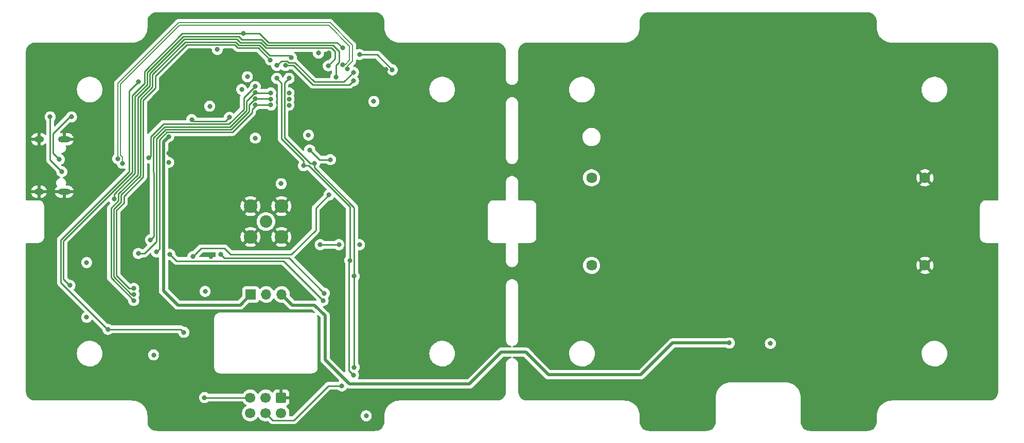
<source format=gbr>
%TF.GenerationSoftware,KiCad,Pcbnew,(5.99.0-12717-g57c7d663b0)*%
%TF.CreationDate,2021-10-15T20:31:14+02:00*%
%TF.ProjectId,Main_PCB,4d61696e-5f50-4434-922e-6b696361645f,rev?*%
%TF.SameCoordinates,Original*%
%TF.FileFunction,Copper,L4,Bot*%
%TF.FilePolarity,Positive*%
%FSLAX46Y46*%
G04 Gerber Fmt 4.6, Leading zero omitted, Abs format (unit mm)*
G04 Created by KiCad (PCBNEW (5.99.0-12717-g57c7d663b0)) date 2021-10-15 20:31:14*
%MOMM*%
%LPD*%
G01*
G04 APERTURE LIST*
G04 Aperture macros list*
%AMRoundRect*
0 Rectangle with rounded corners*
0 $1 Rounding radius*
0 $2 $3 $4 $5 $6 $7 $8 $9 X,Y pos of 4 corners*
0 Add a 4 corners polygon primitive as box body*
4,1,4,$2,$3,$4,$5,$6,$7,$8,$9,$2,$3,0*
0 Add four circle primitives for the rounded corners*
1,1,$1+$1,$2,$3*
1,1,$1+$1,$4,$5*
1,1,$1+$1,$6,$7*
1,1,$1+$1,$8,$9*
0 Add four rect primitives between the rounded corners*
20,1,$1+$1,$2,$3,$4,$5,0*
20,1,$1+$1,$4,$5,$6,$7,0*
20,1,$1+$1,$6,$7,$8,$9,0*
20,1,$1+$1,$8,$9,$2,$3,0*%
G04 Aperture macros list end*
%TA.AperFunction,ComponentPad*%
%ADD10C,1.785000*%
%TD*%
%TA.AperFunction,ComponentPad*%
%ADD11RoundRect,0.250000X-0.600000X0.600000X-0.600000X-0.600000X0.600000X-0.600000X0.600000X0.600000X0*%
%TD*%
%TA.AperFunction,ComponentPad*%
%ADD12C,1.700000*%
%TD*%
%TA.AperFunction,ComponentPad*%
%ADD13O,1.600000X1.000000*%
%TD*%
%TA.AperFunction,ComponentPad*%
%ADD14O,2.100000X1.000000*%
%TD*%
%TA.AperFunction,ComponentPad*%
%ADD15R,1.700000X1.700000*%
%TD*%
%TA.AperFunction,ComponentPad*%
%ADD16O,1.700000X1.700000*%
%TD*%
%TA.AperFunction,ComponentPad*%
%ADD17C,2.250000*%
%TD*%
%TA.AperFunction,ComponentPad*%
%ADD18C,2.050000*%
%TD*%
%TA.AperFunction,ViaPad*%
%ADD19C,0.800000*%
%TD*%
%TA.AperFunction,Conductor*%
%ADD20C,0.250000*%
%TD*%
%TA.AperFunction,Conductor*%
%ADD21C,0.200000*%
%TD*%
%TA.AperFunction,Conductor*%
%ADD22C,0.500000*%
%TD*%
G04 APERTURE END LIST*
D10*
%TO.P,U3,1,1*%
%TO.N,Net-(F1-Pad2)*%
X162570000Y-90790000D03*
%TO.P,U3,2,2*%
%TO.N,Net-(F2-Pad2)*%
X162570000Y-105210000D03*
%TO.P,U3,3,3*%
%TO.N,GND*%
X217430000Y-105210000D03*
%TO.P,U3,4,4*%
X217430000Y-90790000D03*
%TD*%
D11*
%TO.P,J2,1,Pin_1*%
%TO.N,GND*%
X111500000Y-127000000D03*
D12*
%TO.P,J2,2,Pin_2*%
%TO.N,VCC*%
X111500000Y-129540000D03*
%TO.P,J2,3,Pin_3*%
%TO.N,/IC2_MoistureSensor_SCL1*%
X108960000Y-127000000D03*
%TO.P,J2,4,Pin_4*%
%TO.N,/IC2_MoistureSensor_SDA1*%
X108960000Y-129540000D03*
%TO.P,J2,5,Pin_5*%
%TO.N,/IC2_MoistureSensor_SCL2*%
X106420000Y-127000000D03*
%TO.P,J2,6,Pin_6*%
%TO.N,/IC2_MoistureSensor_SDA2*%
X106420000Y-129540000D03*
%TD*%
D13*
%TO.P,J3,S1,SHIELD*%
%TO.N,GND*%
X71640000Y-93070000D03*
D14*
X75820000Y-93070000D03*
X75820000Y-84430000D03*
D13*
X71640000Y-84430000D03*
%TD*%
D15*
%TO.P,J4,1,Pin_1*%
%TO.N,/usb3v3*%
X106500000Y-110000000D03*
D16*
%TO.P,J4,2,Pin_2*%
%TO.N,VCC*%
X109040000Y-110000000D03*
%TO.P,J4,3,Pin_3*%
%TO.N,/battery*%
X111580000Y-110000000D03*
%TD*%
D17*
%TO.P,J1,2,Ext*%
%TO.N,GND*%
X111540000Y-100540000D03*
X106460000Y-95460000D03*
X111540000Y-95460000D03*
X106460000Y-100540000D03*
D18*
%TO.P,J1,1,In*%
%TO.N,Net-(J1-Pad1)*%
X109000000Y-98000000D03*
%TD*%
D19*
%TO.N,GND*%
X110000000Y-106500000D03*
X120500000Y-107000000D03*
%TO.N,/IC2_MoistureSensor_SCL1*%
X110800000Y-72275500D03*
X123400000Y-73400000D03*
%TO.N,/IC2_MoistureSensor_SDA1*%
X112200000Y-72275500D03*
X123400000Y-74800000D03*
%TO.N,GND*%
X168800000Y-119600000D03*
X166400000Y-124800000D03*
X147400000Y-104400000D03*
X147400000Y-108800000D03*
%TO.N,/D1_TX*%
X116200000Y-86200000D03*
X119600000Y-87800000D03*
%TO.N,GND*%
X92200000Y-79600000D03*
%TO.N,/bat_voltage*%
X103009124Y-80809124D03*
X96800000Y-81202429D03*
%TO.N,Lora-Reset*%
X97000000Y-103750000D03*
X119374020Y-93600000D03*
%TO.N,/boot0*%
X124400000Y-70475500D03*
X121612299Y-69387701D03*
X129800000Y-73000000D03*
%TO.N,/Reset*%
X105944842Y-74144842D03*
%TO.N,/SPI_LORA_NSS*%
X105000000Y-76224500D03*
%TO.N,/SPI_LORA_MOSI*%
X109800000Y-76800000D03*
X112800000Y-76800497D03*
%TO.N,/SPI_LORA_MISO*%
X109800000Y-77800000D03*
X112800000Y-77800000D03*
%TO.N,/SPI_LORA_SCK*%
X109812299Y-78800000D03*
X112787452Y-78812051D03*
%TO.N,/IC2_MoistureSensor_SCL2*%
X121000000Y-101800000D03*
X117925020Y-101800000D03*
X124400000Y-101800000D03*
%TO.N,/IC2_MoistureSensor_SCL1*%
X122800000Y-104400000D03*
%TO.N,/IC2_MoistureSensor_SDA1*%
X123524500Y-107000000D03*
%TO.N,/LORA_DIO0*%
X101600000Y-103400000D03*
X118600000Y-109800000D03*
%TO.N,/LORA_DIO1*%
X93200000Y-103400000D03*
X118400000Y-111000000D03*
%TO.N,GND*%
X182400000Y-124900000D03*
X191100000Y-123700000D03*
X151600000Y-117500000D03*
X151700000Y-121900000D03*
%TO.N,/IC2_MoistureSensor_SDA1*%
X121500000Y-125075500D03*
X123500000Y-122000000D03*
%TO.N,/IC2_MoistureSensor_SCL1*%
X123400000Y-123300000D03*
%TO.N,/IC2_MoistureSensor_SCL2*%
X98900000Y-127000000D03*
%TO.N,GND*%
X104800000Y-96300000D03*
X103600000Y-96000000D03*
X102600000Y-95300000D03*
X101900000Y-94300000D03*
X101600000Y-93100000D03*
X101600000Y-91800000D03*
X101600000Y-90500000D03*
X101400000Y-89300000D03*
X100400000Y-88600000D03*
X99200000Y-88600000D03*
X104400000Y-99600000D03*
X102800000Y-99200000D03*
X101400000Y-98400000D03*
X100100000Y-97300000D03*
X99200000Y-96100000D03*
X98700000Y-94800000D03*
X98400000Y-93400000D03*
%TO.N,/IC2_MoistureSensor_SDA1*%
X117000000Y-88400000D03*
%TO.N,/IC2_MoistureSensor_SCL1*%
X115200000Y-88800000D03*
X110800000Y-74400000D03*
%TO.N,/IC2_MoistureSensor_SDA1*%
X112800000Y-74400000D03*
%TO.N,/Reset*%
X95500000Y-116250000D03*
%TO.N,/SWO*%
X109727141Y-71376460D03*
X87249854Y-108988276D03*
%TO.N,/SWCLK*%
X113200000Y-71000000D03*
X87262299Y-109987701D03*
%TO.N,/SWDIO*%
X119250000Y-72325499D03*
X87250000Y-111000000D03*
%TO.N,/LORA_DIO1*%
X89750000Y-87500000D03*
X107250000Y-75750000D03*
%TO.N,/SPI_LORA_MOSI*%
X90000000Y-101000000D03*
X107250000Y-76750497D03*
%TO.N,/SPI_LORA_MISO*%
X88000000Y-103250000D03*
X107250000Y-77750000D03*
%TO.N,/SPI_LORA_SCK*%
X91000000Y-103000000D03*
X107250000Y-78774599D03*
%TO.N,/LORA_DIO0*%
X84000000Y-94250000D03*
X120500000Y-74174501D03*
%TO.N,/boot0*%
X76750000Y-108500000D03*
X105332446Y-67000000D03*
%TO.N,/Reset*%
X83000000Y-115750000D03*
X88000000Y-75000000D03*
%TO.N,GND*%
X124000000Y-76950000D03*
X128750000Y-72950000D03*
X91770000Y-119970000D03*
X93020000Y-119970000D03*
X95520000Y-119970000D03*
X126750000Y-128500000D03*
%TO.N,USB-*%
X122371232Y-72871232D03*
%TO.N,USB+*%
X121628768Y-72128768D03*
%TO.N,USB-*%
X84628768Y-87653268D03*
%TO.N,USB+*%
X85371232Y-88395732D03*
%TO.N,/usb3v3*%
X93000000Y-84000000D03*
%TO.N,VCC*%
X117637500Y-70250000D03*
X111500000Y-91750000D03*
X101000000Y-69637500D03*
X93000000Y-88250000D03*
X125500000Y-130000000D03*
X90520000Y-119970000D03*
X126750000Y-78200000D03*
X107250000Y-84250000D03*
X79500000Y-113750000D03*
X79500000Y-104750000D03*
X116000000Y-83750000D03*
X99000000Y-109500000D03*
X192000000Y-118068750D03*
X99750000Y-79000000D03*
%TO.N,GND*%
X86000000Y-103750000D03*
X94831250Y-72668750D03*
X192275000Y-78000000D03*
X119387500Y-70250000D03*
X82750000Y-88750000D03*
X105750000Y-71500000D03*
X188000000Y-118068750D03*
X80750000Y-84000000D03*
X78000000Y-92000000D03*
X175934000Y-120296418D03*
X90000000Y-81000000D03*
X111750000Y-98000000D03*
X100000000Y-103750000D03*
X103000000Y-84250000D03*
X109000000Y-95250000D03*
X98250000Y-92000000D03*
X109000000Y-100750000D03*
X74100000Y-103100000D03*
X182000000Y-120500000D03*
X74100000Y-110150000D03*
X114366745Y-84867646D03*
X85250000Y-113750000D03*
X93000000Y-86750000D03*
X121250000Y-130000000D03*
X98000000Y-79000000D03*
%TO.N,Net-(J3-PadB5)*%
X75416609Y-89764620D03*
X73500000Y-80750000D03*
%TO.N,Net-(J3-PadA5)*%
X75010867Y-87760867D03*
X77000000Y-80750000D03*
%TO.N,/battery*%
X185250000Y-118000000D03*
%TD*%
D20*
%TO.N,/IC2_MoistureSensor_SDA1*%
X117000000Y-89138896D02*
X117000000Y-88400000D01*
X123524500Y-121975500D02*
X123524500Y-95663396D01*
X123500000Y-122000000D02*
X123524500Y-121975500D01*
X123524500Y-95663396D02*
X117000000Y-89138896D01*
%TO.N,/IC2_MoistureSensor_SCL1*%
X122675489Y-122575489D02*
X123400000Y-123300000D01*
X122675489Y-104524511D02*
X122675489Y-122575489D01*
X122800000Y-104400000D02*
X122675489Y-104524511D01*
%TO.N,/IC2_MoistureSensor_SDA1*%
X113585489Y-130714511D02*
X110134511Y-130714511D01*
X110134511Y-130714511D02*
X108960000Y-129540000D01*
X121500000Y-125075500D02*
X119224500Y-125075500D01*
X119224500Y-125075500D02*
X113585489Y-130714511D01*
X122750480Y-75449520D02*
X116720955Y-75449520D01*
X116720955Y-75449520D02*
X113546935Y-72275500D01*
X113546935Y-72275500D02*
X112200000Y-72275500D01*
X123400000Y-74800000D02*
X122750480Y-75449520D01*
%TO.N,/IC2_MoistureSensor_SCL1*%
X121800000Y-75000000D02*
X123400000Y-73400000D01*
X117000000Y-75000000D02*
X121800000Y-75000000D01*
X112749114Y-71800000D02*
X113800000Y-71800000D01*
X113800000Y-71800000D02*
X117000000Y-75000000D01*
X112500103Y-71550989D02*
X112749114Y-71800000D01*
X111524511Y-71550989D02*
X112500103Y-71550989D01*
X110800000Y-72275500D02*
X111524511Y-71550989D01*
%TO.N,/SWCLK*%
X86873419Y-109987701D02*
X87262299Y-109987701D01*
X83949520Y-107063802D02*
X86873419Y-109987701D01*
X83949520Y-95960812D02*
X83949520Y-107063802D01*
X85174031Y-94736300D02*
X83949520Y-95960812D01*
X88348560Y-77808594D02*
X88348560Y-90444311D01*
X85174031Y-93618841D02*
X85174031Y-94736300D01*
X90348560Y-73808594D02*
X90348560Y-75808593D01*
X88348560Y-90444311D02*
X85174031Y-93618841D01*
X95758114Y-68399040D02*
X90348560Y-73808594D01*
X104013322Y-68399040D02*
X95758114Y-68399040D01*
X104563803Y-68949520D02*
X104013322Y-68399040D01*
X107949520Y-68949520D02*
X104563803Y-68949520D01*
X109651949Y-70651949D02*
X107949520Y-68949520D01*
X112851949Y-70651949D02*
X109651949Y-70651949D01*
X90348560Y-75808593D02*
X88348560Y-77808594D01*
X113200000Y-71000000D02*
X112851949Y-70651949D01*
%TO.N,/D1_TX*%
X117800000Y-87800000D02*
X116200000Y-86200000D01*
X119600000Y-87800000D02*
X117800000Y-87800000D01*
%TO.N,/bat_voltage*%
X96800000Y-81202429D02*
X97074980Y-81477409D01*
X102340839Y-81477409D02*
X103009124Y-80809124D01*
X97074980Y-81477409D02*
X98400000Y-81477409D01*
X98400000Y-81477409D02*
X102340839Y-81477409D01*
%TO.N,Lora-Reset*%
X98350000Y-102400000D02*
X97000000Y-103750000D01*
X113200000Y-103400000D02*
X103200000Y-103400000D01*
X117200000Y-99400000D02*
X113200000Y-103400000D01*
X117200000Y-95774020D02*
X117200000Y-99400000D01*
X119374020Y-93600000D02*
X117200000Y-95774020D01*
X103200000Y-103400000D02*
X102200000Y-102400000D01*
X102200000Y-102400000D02*
X98350000Y-102400000D01*
%TO.N,/boot0*%
X76699520Y-108500000D02*
X76750000Y-108500000D01*
X75699520Y-101186198D02*
X75699520Y-107500000D01*
X87000000Y-89885718D02*
X75699520Y-101186198D01*
X87000000Y-77250000D02*
X87000000Y-89885718D01*
X89000000Y-75250000D02*
X87000000Y-77250000D01*
X105332446Y-67000000D02*
X95250000Y-67000000D01*
X120725558Y-68500960D02*
X121612299Y-69387701D01*
X109408114Y-68500960D02*
X120725558Y-68500960D01*
X89000000Y-73250000D02*
X89000000Y-75250000D01*
X107907154Y-67000000D02*
X109408114Y-68500960D01*
X105332446Y-67000000D02*
X107907154Y-67000000D01*
X75699520Y-107500000D02*
X76699520Y-108500000D01*
X95250000Y-67000000D02*
X89000000Y-73250000D01*
X127300114Y-70475500D02*
X124400000Y-70475500D01*
X129800000Y-72975386D02*
X127300114Y-70475500D01*
X129800000Y-73000000D02*
X129800000Y-72975386D01*
%TO.N,/LORA_DIO0*%
X84000000Y-93521436D02*
X84000000Y-94250000D01*
X87449520Y-90071916D02*
X84000000Y-93521436D01*
X87449520Y-77436198D02*
X87449520Y-90071916D01*
X89449520Y-75436198D02*
X87449520Y-77436198D01*
X89449520Y-73436198D02*
X89449520Y-75436198D01*
X104500000Y-67500000D02*
X95385718Y-67500000D01*
X108271436Y-68000000D02*
X105000000Y-68000000D01*
X109221916Y-68950480D02*
X108271436Y-68000000D01*
X121000000Y-69964282D02*
X119986198Y-68950480D01*
X95385718Y-67500000D02*
X89449520Y-73436198D01*
X121000000Y-71732922D02*
X121000000Y-69964282D01*
X119986198Y-68950480D02*
X109221916Y-68950480D01*
X120500000Y-72232922D02*
X121000000Y-71732922D01*
X120500000Y-74174501D02*
X120500000Y-72232922D01*
X105000000Y-68000000D02*
X104500000Y-67500000D01*
%TO.N,/SWDIO*%
X120400000Y-71175499D02*
X119250000Y-72325499D01*
X120400000Y-70000000D02*
X120400000Y-71175499D01*
X119800000Y-69400000D02*
X120400000Y-70000000D01*
X109035718Y-69400000D02*
X119800000Y-69400000D01*
X108135718Y-68500000D02*
X109035718Y-69400000D01*
X104750000Y-68500000D02*
X108135718Y-68500000D01*
X104199520Y-67949520D02*
X104750000Y-68500000D01*
X95571916Y-67949520D02*
X104199520Y-67949520D01*
X89899040Y-73622396D02*
X95571916Y-67949520D01*
X87899040Y-77622396D02*
X89899040Y-75622396D01*
X87899040Y-90258114D02*
X87899040Y-77622396D01*
X84724511Y-93432643D02*
X87899040Y-90258114D01*
X83500000Y-95774614D02*
X84724511Y-94550103D01*
X84724511Y-94550103D02*
X84724511Y-93432643D01*
X83500000Y-107250000D02*
X83500000Y-95774614D01*
X87250000Y-111000000D02*
X83500000Y-107250000D01*
X89899040Y-75622396D02*
X89899040Y-73622396D01*
%TO.N,/SWO*%
X86509712Y-108988276D02*
X87249854Y-108988276D01*
X84399040Y-106877604D02*
X86509712Y-108988276D01*
X84399040Y-96147010D02*
X84399040Y-106877604D01*
X85623551Y-94922497D02*
X84399040Y-96147010D01*
X85623551Y-93805039D02*
X85623551Y-94922497D01*
X88798080Y-90630508D02*
X85623551Y-93805039D01*
X88798080Y-78000000D02*
X88798080Y-90630508D01*
X90798080Y-73994792D02*
X90798080Y-76000000D01*
X104377605Y-69399040D02*
X103827125Y-68848560D01*
X107749721Y-69399040D02*
X104377605Y-69399040D01*
X95944312Y-68848560D02*
X90798080Y-73994792D01*
X90798080Y-76000000D02*
X88798080Y-78000000D01*
X109727141Y-71376460D02*
X107749721Y-69399040D01*
X103827125Y-68848560D02*
X95944312Y-68848560D01*
%TO.N,/SPI_LORA_MOSI*%
X109800000Y-76800000D02*
X107299503Y-76800000D01*
X107299503Y-76800000D02*
X107250000Y-76750497D01*
%TO.N,/SPI_LORA_MISO*%
X109750000Y-77750000D02*
X107250000Y-77750000D01*
X109800000Y-77800000D02*
X109750000Y-77750000D01*
%TO.N,/IC2_MoistureSensor_SDA1*%
X116955552Y-88444448D02*
X117000000Y-88400000D01*
X116305552Y-88444448D02*
X116955552Y-88444448D01*
X112049520Y-84188416D02*
X116305552Y-88444448D01*
X112049520Y-75150480D02*
X112049520Y-84188416D01*
X112800000Y-74400000D02*
X112049520Y-75150480D01*
%TO.N,/IC2_MoistureSensor_SCL1*%
X111600000Y-84374614D02*
X115200000Y-87974614D01*
X111600000Y-75200000D02*
X111600000Y-84374614D01*
X115200000Y-87974614D02*
X115200000Y-88800000D01*
X110800000Y-74400000D02*
X111600000Y-75200000D01*
%TO.N,/SPI_LORA_SCK*%
X109786898Y-78774599D02*
X107250000Y-78774599D01*
X109812299Y-78800000D02*
X109786898Y-78774599D01*
%TO.N,/IC2_MoistureSensor_SCL2*%
X121000000Y-101800000D02*
X117925020Y-101800000D01*
%TO.N,/IC2_MoistureSensor_SCL1*%
X122800000Y-95574614D02*
X122800000Y-104400000D01*
%TO.N,/LORA_DIO0*%
X102200000Y-104000000D02*
X101600000Y-103400000D01*
X110800000Y-104000000D02*
X102200000Y-104000000D01*
X112800000Y-104000000D02*
X110800000Y-104000000D01*
X118600000Y-109800000D02*
X112800000Y-104000000D01*
%TO.N,/LORA_DIO1*%
X94274511Y-104474511D02*
X93200000Y-103400000D01*
X118400000Y-111000000D02*
X111874511Y-104474511D01*
X111874511Y-104474511D02*
X94274511Y-104474511D01*
%TO.N,/IC2_MoistureSensor_SCL1*%
X116025386Y-88800000D02*
X122800000Y-95574614D01*
X115200000Y-88800000D02*
X116025386Y-88800000D01*
%TO.N,/IC2_MoistureSensor_SCL2*%
X98900000Y-127000000D02*
X106420000Y-127000000D01*
%TO.N,/Reset*%
X86500000Y-76500000D02*
X88000000Y-75000000D01*
X86500000Y-89750000D02*
X86500000Y-76500000D01*
X75250000Y-101000000D02*
X86500000Y-89750000D01*
X75250000Y-108024614D02*
X75250000Y-101000000D01*
X82975386Y-115750000D02*
X75250000Y-108024614D01*
X95000000Y-115750000D02*
X95500000Y-116250000D01*
X83000000Y-115750000D02*
X95000000Y-115750000D01*
X83000000Y-115750000D02*
X82975386Y-115750000D01*
D21*
%TO.N,USB+*%
X122053033Y-72128768D02*
X121628768Y-72128768D01*
X122775000Y-71406801D02*
X122053033Y-72128768D01*
X85028288Y-75377618D02*
X94756386Y-65649520D01*
X85028288Y-87063529D02*
X85028288Y-75377618D01*
X94756386Y-65649520D02*
X119331320Y-65649520D01*
X85371232Y-87406473D02*
X85028288Y-87063529D01*
X119331320Y-65649520D02*
X122775000Y-69093200D01*
X122775000Y-69093200D02*
X122775000Y-71406801D01*
X85371232Y-88395732D02*
X85371232Y-87406473D01*
%TO.N,USB-*%
X122371232Y-72446967D02*
X122371232Y-72871232D01*
X94590900Y-65250000D02*
X119568200Y-65250000D01*
X119568200Y-65250000D02*
X123225000Y-68906800D01*
X123225000Y-68906800D02*
X123225000Y-71593199D01*
X84628768Y-75212132D02*
X94590900Y-65250000D01*
X84628768Y-87653268D02*
X84628768Y-75212132D01*
X123225000Y-71593199D02*
X122371232Y-72446967D01*
D20*
%TO.N,/LORA_DIO1*%
X107225883Y-75750000D02*
X107250000Y-75750000D01*
X105350960Y-77624923D02*
X107225883Y-75750000D01*
X105350960Y-79491886D02*
X105350960Y-77624923D01*
X102915917Y-81926929D02*
X105350960Y-79491886D01*
X90050480Y-84017753D02*
X92141304Y-81926929D01*
X89750000Y-87500000D02*
X90050480Y-87199520D01*
X92141304Y-81926929D02*
X102915917Y-81926929D01*
X90050480Y-87199520D02*
X90050480Y-84017753D01*
%TO.N,/SPI_LORA_MOSI*%
X90550480Y-100449520D02*
X90000000Y-101000000D01*
X90550480Y-89936198D02*
X90550480Y-100449520D01*
X103102115Y-82376449D02*
X92327502Y-82376449D01*
X105800480Y-78174906D02*
X105800480Y-79678084D01*
X90500000Y-89885718D02*
X90550480Y-89936198D01*
X105800480Y-79678084D02*
X103102115Y-82376449D01*
X107224889Y-76750497D02*
X105800480Y-78174906D01*
X92327502Y-82376449D02*
X90500000Y-84203951D01*
X90500000Y-84203951D02*
X90500000Y-89885718D01*
X107250000Y-76750497D02*
X107224889Y-76750497D01*
%TO.N,/SPI_LORA_MISO*%
X89000000Y-103250000D02*
X88000000Y-103250000D01*
X91000000Y-84339669D02*
X91000000Y-101250000D01*
X103288313Y-82825969D02*
X92513700Y-82825969D01*
X106250000Y-79864282D02*
X103288313Y-82825969D01*
X91000000Y-101250000D02*
X89000000Y-103250000D01*
X106250000Y-78750000D02*
X106250000Y-79864282D01*
X92513700Y-82825969D02*
X91000000Y-84339669D01*
X107250000Y-77750000D02*
X106250000Y-78750000D01*
%TO.N,/SPI_LORA_SCK*%
X92699897Y-83275489D02*
X91474511Y-84500875D01*
X91474511Y-84500875D02*
X91474511Y-102525489D01*
X106699520Y-79550479D02*
X106699520Y-80050479D01*
X91474511Y-102525489D02*
X91000000Y-103000000D01*
X107250000Y-78999999D02*
X106699520Y-79550479D01*
X106699520Y-80050479D02*
X103474510Y-83275489D01*
X103474510Y-83275489D02*
X92699897Y-83275489D01*
X107250000Y-78774599D02*
X107250000Y-78999999D01*
D22*
%TO.N,/usb3v3*%
X92150489Y-84849511D02*
X93000000Y-84000000D01*
X92150489Y-85099511D02*
X92150489Y-84849511D01*
%TO.N,/battery*%
X113330000Y-111750000D02*
X111580000Y-110000000D01*
X118750000Y-113500000D02*
X117000000Y-111750000D01*
X142500000Y-124750000D02*
X122750000Y-124750000D01*
X147750000Y-119500000D02*
X142500000Y-124750000D01*
X155500000Y-123250000D02*
X151750000Y-119500000D01*
X151750000Y-119500000D02*
X147750000Y-119500000D01*
X122750000Y-124750000D02*
X118750000Y-120750000D01*
X118750000Y-120750000D02*
X118750000Y-113500000D01*
X170650000Y-123250000D02*
X155500000Y-123250000D01*
X117000000Y-111750000D02*
X113330000Y-111750000D01*
X185250000Y-118000000D02*
X175900000Y-118000000D01*
X175900000Y-118000000D02*
X170650000Y-123250000D01*
D20*
%TO.N,Net-(J3-PadB5)*%
X73500000Y-81750000D02*
X73500000Y-80750000D01*
X75416609Y-89764620D02*
X73500000Y-87848011D01*
X73500000Y-87848011D02*
X73500000Y-81750000D01*
%TO.N,Net-(J3-PadA5)*%
X76750000Y-80750000D02*
X73949520Y-83550480D01*
X73949520Y-86699520D02*
X75010867Y-87760867D01*
X77000000Y-80750000D02*
X76750000Y-80750000D01*
X73949520Y-83550480D02*
X73949520Y-86699520D01*
D22*
%TO.N,/usb3v3*%
X104750000Y-111750000D02*
X94500000Y-111750000D01*
X92150489Y-109400489D02*
X92150489Y-85099511D01*
X94500000Y-111750000D02*
X92150489Y-109400489D01*
X106500000Y-110000000D02*
X104750000Y-111750000D01*
%TD*%
%TA.AperFunction,Conductor*%
%TO.N,GND*%
G36*
X126970056Y-63509500D02*
G01*
X126972284Y-63509847D01*
X126984859Y-63511805D01*
X126984861Y-63511805D01*
X126993730Y-63513186D01*
X127002632Y-63512022D01*
X127002634Y-63512022D01*
X127008959Y-63511195D01*
X127034282Y-63510452D01*
X127198126Y-63522170D01*
X127203343Y-63522543D01*
X127221137Y-63525101D01*
X127411540Y-63566521D01*
X127428788Y-63571586D01*
X127611358Y-63639682D01*
X127627710Y-63647149D01*
X127693020Y-63682810D01*
X127798734Y-63740534D01*
X127813848Y-63750248D01*
X127923516Y-63832344D01*
X127969842Y-63867023D01*
X127983428Y-63878796D01*
X128121204Y-64016572D01*
X128132977Y-64030158D01*
X128249752Y-64186152D01*
X128259469Y-64201271D01*
X128352851Y-64372290D01*
X128360318Y-64388642D01*
X128428414Y-64571212D01*
X128433479Y-64588460D01*
X128444110Y-64637328D01*
X128474899Y-64778863D01*
X128477457Y-64796658D01*
X128489041Y-64958629D01*
X128488297Y-64976533D01*
X128488195Y-64984858D01*
X128486814Y-64993730D01*
X128487978Y-65002632D01*
X128487978Y-65002635D01*
X128490936Y-65025251D01*
X128492000Y-65041589D01*
X128492000Y-65946793D01*
X128490254Y-65967697D01*
X128486929Y-65987461D01*
X128486776Y-66000000D01*
X128487466Y-66004815D01*
X128487627Y-66007290D01*
X128488195Y-66012885D01*
X128505505Y-66299061D01*
X128505735Y-66302858D01*
X128560427Y-66601301D01*
X128650693Y-66890975D01*
X128652255Y-66894445D01*
X128652257Y-66894451D01*
X128712955Y-67029315D01*
X128775217Y-67167656D01*
X128777186Y-67170913D01*
X128777188Y-67170917D01*
X128889783Y-67357171D01*
X128932184Y-67427311D01*
X128934525Y-67430299D01*
X128934527Y-67430302D01*
X128981345Y-67490060D01*
X129119304Y-67666152D01*
X129333848Y-67880696D01*
X129572689Y-68067816D01*
X129575943Y-68069783D01*
X129829083Y-68222812D01*
X129829087Y-68222814D01*
X129832344Y-68224783D01*
X129970684Y-68287045D01*
X130105549Y-68347743D01*
X130105555Y-68347745D01*
X130109025Y-68349307D01*
X130398699Y-68439573D01*
X130697142Y-68494265D01*
X130700933Y-68494494D01*
X130700939Y-68494495D01*
X130870258Y-68504736D01*
X130969213Y-68510721D01*
X130982517Y-68512239D01*
X130987461Y-68513071D01*
X130993938Y-68513150D01*
X130995141Y-68513165D01*
X130995145Y-68513165D01*
X131000000Y-68513224D01*
X131027588Y-68509273D01*
X131045451Y-68508000D01*
X146950672Y-68508000D01*
X146970056Y-68509500D01*
X146971637Y-68509746D01*
X146984859Y-68511805D01*
X146984861Y-68511805D01*
X146993730Y-68513186D01*
X147002632Y-68512022D01*
X147002634Y-68512022D01*
X147008959Y-68511195D01*
X147034282Y-68510452D01*
X147198126Y-68522170D01*
X147203343Y-68522543D01*
X147221137Y-68525101D01*
X147411540Y-68566521D01*
X147428788Y-68571586D01*
X147611358Y-68639682D01*
X147627710Y-68647149D01*
X147693020Y-68682810D01*
X147798734Y-68740534D01*
X147813848Y-68750248D01*
X147821714Y-68756136D01*
X147969842Y-68867023D01*
X147983428Y-68878796D01*
X148121204Y-69016572D01*
X148132977Y-69030158D01*
X148249752Y-69186152D01*
X148259469Y-69201271D01*
X148352851Y-69372290D01*
X148360318Y-69388642D01*
X148428414Y-69571212D01*
X148433479Y-69588460D01*
X148445576Y-69644065D01*
X148474899Y-69778863D01*
X148477457Y-69796657D01*
X148488553Y-69951801D01*
X148489041Y-69958629D01*
X148488297Y-69976533D01*
X148488195Y-69984858D01*
X148486814Y-69993730D01*
X148487978Y-70002632D01*
X148487978Y-70002635D01*
X148490936Y-70025251D01*
X148492000Y-70041589D01*
X148492000Y-74450672D01*
X148490500Y-74470056D01*
X148486814Y-74493730D01*
X148487799Y-74501262D01*
X148487973Y-74503137D01*
X148487972Y-74503200D01*
X148488012Y-74503562D01*
X148504919Y-74686013D01*
X148506513Y-74691614D01*
X148506513Y-74691616D01*
X148508164Y-74697419D01*
X148556042Y-74865691D01*
X148639310Y-75032917D01*
X148751888Y-75181994D01*
X148889942Y-75307847D01*
X148894890Y-75310910D01*
X148894893Y-75310913D01*
X148927700Y-75331226D01*
X149048771Y-75406190D01*
X149070733Y-75414698D01*
X149193880Y-75462405D01*
X149222966Y-75473673D01*
X149228684Y-75474742D01*
X149228688Y-75474743D01*
X149400870Y-75506930D01*
X149400872Y-75506930D01*
X149406595Y-75508000D01*
X149593405Y-75508000D01*
X149599128Y-75506930D01*
X149599130Y-75506930D01*
X149771312Y-75474743D01*
X149771316Y-75474742D01*
X149777034Y-75473673D01*
X149806121Y-75462405D01*
X149929267Y-75414698D01*
X149951229Y-75406190D01*
X150072300Y-75331226D01*
X150105107Y-75310913D01*
X150105110Y-75310910D01*
X150110058Y-75307847D01*
X150248112Y-75181994D01*
X150360690Y-75032917D01*
X150443958Y-74865691D01*
X150491836Y-74697419D01*
X150493487Y-74691616D01*
X150493487Y-74691614D01*
X150495081Y-74686013D01*
X150508378Y-74542515D01*
X150509581Y-74533283D01*
X150513071Y-74512539D01*
X150513224Y-74500000D01*
X150509273Y-74472412D01*
X150508000Y-74454549D01*
X150508000Y-70049328D01*
X150509500Y-70029943D01*
X150511805Y-70015141D01*
X150511805Y-70015139D01*
X150513186Y-70006270D01*
X150511674Y-69994708D01*
X150511195Y-69991041D01*
X150510452Y-69965713D01*
X150510551Y-69964341D01*
X150522543Y-69796657D01*
X150525101Y-69778863D01*
X150554424Y-69644065D01*
X150566521Y-69588460D01*
X150571586Y-69571212D01*
X150639682Y-69388642D01*
X150647149Y-69372290D01*
X150740531Y-69201271D01*
X150750248Y-69186152D01*
X150867023Y-69030158D01*
X150878796Y-69016572D01*
X151016572Y-68878796D01*
X151030158Y-68867023D01*
X151178286Y-68756136D01*
X151186152Y-68750248D01*
X151201266Y-68740534D01*
X151306980Y-68682810D01*
X151372290Y-68647149D01*
X151388642Y-68639682D01*
X151571212Y-68571586D01*
X151588460Y-68566521D01*
X151778863Y-68525101D01*
X151796658Y-68522543D01*
X151845557Y-68519046D01*
X151958631Y-68510959D01*
X151976533Y-68511703D01*
X151984858Y-68511805D01*
X151993730Y-68513186D01*
X152002632Y-68512022D01*
X152002635Y-68512022D01*
X152025251Y-68509064D01*
X152041589Y-68508000D01*
X167946793Y-68508000D01*
X167967697Y-68509746D01*
X167987461Y-68513071D01*
X167993789Y-68513148D01*
X167995141Y-68513165D01*
X167995145Y-68513165D01*
X168000000Y-68513224D01*
X168004815Y-68512534D01*
X168007290Y-68512373D01*
X168012885Y-68511805D01*
X168299062Y-68494495D01*
X168299068Y-68494494D01*
X168302858Y-68494265D01*
X168601301Y-68439573D01*
X168890975Y-68349307D01*
X168894445Y-68347745D01*
X168894451Y-68347743D01*
X169029316Y-68287045D01*
X169167656Y-68224783D01*
X169170913Y-68222814D01*
X169170917Y-68222812D01*
X169424057Y-68069783D01*
X169427311Y-68067816D01*
X169666152Y-67880696D01*
X169880696Y-67666152D01*
X170018655Y-67490060D01*
X170065473Y-67430302D01*
X170065475Y-67430299D01*
X170067816Y-67427311D01*
X170110217Y-67357171D01*
X170222812Y-67170917D01*
X170222814Y-67170913D01*
X170224783Y-67167656D01*
X170287045Y-67029315D01*
X170347743Y-66894451D01*
X170347745Y-66894445D01*
X170349307Y-66890975D01*
X170439573Y-66601301D01*
X170494265Y-66302858D01*
X170494668Y-66296204D01*
X170510721Y-66030790D01*
X170512239Y-66017483D01*
X170512263Y-66017340D01*
X170513071Y-66012539D01*
X170513224Y-66000000D01*
X170509273Y-65972412D01*
X170508000Y-65954549D01*
X170508000Y-65049328D01*
X170509500Y-65029943D01*
X170511805Y-65015141D01*
X170511805Y-65015139D01*
X170513186Y-65006270D01*
X170512022Y-64997366D01*
X170511195Y-64991041D01*
X170510452Y-64965713D01*
X170519345Y-64841379D01*
X170522543Y-64796657D01*
X170525101Y-64778863D01*
X170555890Y-64637328D01*
X170566521Y-64588460D01*
X170571586Y-64571212D01*
X170639682Y-64388642D01*
X170647149Y-64372290D01*
X170740531Y-64201271D01*
X170750248Y-64186152D01*
X170867023Y-64030158D01*
X170878796Y-64016572D01*
X171016572Y-63878796D01*
X171030158Y-63867023D01*
X171076484Y-63832344D01*
X171186152Y-63750248D01*
X171201266Y-63740534D01*
X171306980Y-63682810D01*
X171372290Y-63647149D01*
X171388642Y-63639682D01*
X171571212Y-63571586D01*
X171588460Y-63566521D01*
X171778863Y-63525101D01*
X171796658Y-63522543D01*
X171845557Y-63519046D01*
X171958631Y-63510959D01*
X171976533Y-63511703D01*
X171984858Y-63511805D01*
X171993730Y-63513186D01*
X172002632Y-63512022D01*
X172002635Y-63512022D01*
X172025251Y-63509064D01*
X172041589Y-63508000D01*
X207950672Y-63508000D01*
X207970056Y-63509500D01*
X207972284Y-63509847D01*
X207984859Y-63511805D01*
X207984861Y-63511805D01*
X207993730Y-63513186D01*
X208002632Y-63512022D01*
X208002634Y-63512022D01*
X208008959Y-63511195D01*
X208034282Y-63510452D01*
X208198126Y-63522170D01*
X208203343Y-63522543D01*
X208221137Y-63525101D01*
X208411540Y-63566521D01*
X208428788Y-63571586D01*
X208611358Y-63639682D01*
X208627710Y-63647149D01*
X208693020Y-63682810D01*
X208798734Y-63740534D01*
X208813848Y-63750248D01*
X208923516Y-63832344D01*
X208969842Y-63867023D01*
X208983428Y-63878796D01*
X209121204Y-64016572D01*
X209132977Y-64030158D01*
X209249752Y-64186152D01*
X209259469Y-64201271D01*
X209352851Y-64372290D01*
X209360318Y-64388642D01*
X209428414Y-64571212D01*
X209433479Y-64588460D01*
X209444110Y-64637328D01*
X209474899Y-64778863D01*
X209477457Y-64796658D01*
X209489041Y-64958629D01*
X209488297Y-64976533D01*
X209488195Y-64984858D01*
X209486814Y-64993730D01*
X209487978Y-65002632D01*
X209487978Y-65002635D01*
X209490936Y-65025251D01*
X209492000Y-65041589D01*
X209492000Y-65946793D01*
X209490254Y-65967697D01*
X209486929Y-65987461D01*
X209486776Y-66000000D01*
X209487466Y-66004815D01*
X209487627Y-66007290D01*
X209488195Y-66012885D01*
X209505505Y-66299061D01*
X209505735Y-66302858D01*
X209560427Y-66601301D01*
X209650693Y-66890975D01*
X209652255Y-66894445D01*
X209652257Y-66894451D01*
X209712955Y-67029315D01*
X209775217Y-67167656D01*
X209777186Y-67170913D01*
X209777188Y-67170917D01*
X209889783Y-67357171D01*
X209932184Y-67427311D01*
X209934525Y-67430299D01*
X209934527Y-67430302D01*
X209981345Y-67490060D01*
X210119304Y-67666152D01*
X210333848Y-67880696D01*
X210572689Y-68067816D01*
X210575943Y-68069783D01*
X210829083Y-68222812D01*
X210829087Y-68222814D01*
X210832344Y-68224783D01*
X210970684Y-68287045D01*
X211105549Y-68347743D01*
X211105555Y-68347745D01*
X211109025Y-68349307D01*
X211398699Y-68439573D01*
X211697142Y-68494265D01*
X211700933Y-68494494D01*
X211700939Y-68494495D01*
X211870258Y-68504736D01*
X211969213Y-68510721D01*
X211982517Y-68512239D01*
X211987461Y-68513071D01*
X211993938Y-68513150D01*
X211995141Y-68513165D01*
X211995145Y-68513165D01*
X212000000Y-68513224D01*
X212027588Y-68509273D01*
X212045451Y-68508000D01*
X227950672Y-68508000D01*
X227970056Y-68509500D01*
X227971637Y-68509746D01*
X227984859Y-68511805D01*
X227984861Y-68511805D01*
X227993730Y-68513186D01*
X228002632Y-68512022D01*
X228002634Y-68512022D01*
X228008959Y-68511195D01*
X228034282Y-68510452D01*
X228198126Y-68522170D01*
X228203343Y-68522543D01*
X228221137Y-68525101D01*
X228411540Y-68566521D01*
X228428788Y-68571586D01*
X228611358Y-68639682D01*
X228627710Y-68647149D01*
X228693020Y-68682810D01*
X228798734Y-68740534D01*
X228813848Y-68750248D01*
X228821714Y-68756136D01*
X228969842Y-68867023D01*
X228983428Y-68878796D01*
X229121204Y-69016572D01*
X229132977Y-69030158D01*
X229249752Y-69186152D01*
X229259469Y-69201271D01*
X229352851Y-69372290D01*
X229360318Y-69388642D01*
X229428414Y-69571212D01*
X229433479Y-69588460D01*
X229445576Y-69644065D01*
X229474899Y-69778863D01*
X229477457Y-69796657D01*
X229488553Y-69951801D01*
X229489041Y-69958629D01*
X229488297Y-69976533D01*
X229488195Y-69984858D01*
X229486814Y-69993730D01*
X229487978Y-70002632D01*
X229487978Y-70002635D01*
X229490936Y-70025251D01*
X229492000Y-70041589D01*
X229492000Y-94366000D01*
X229471998Y-94434121D01*
X229418342Y-94480614D01*
X229366000Y-94492000D01*
X227553206Y-94492000D01*
X227532302Y-94490254D01*
X227526435Y-94489267D01*
X227512538Y-94486929D01*
X227506180Y-94486851D01*
X227504857Y-94486835D01*
X227504853Y-94486835D01*
X227499999Y-94486776D01*
X227495192Y-94487465D01*
X227495185Y-94487465D01*
X227478780Y-94489815D01*
X227471898Y-94490609D01*
X227438005Y-94493574D01*
X227324293Y-94503523D01*
X227318979Y-94504947D01*
X227318978Y-94504947D01*
X227159237Y-94547749D01*
X227159235Y-94547750D01*
X227153927Y-94549172D01*
X227148947Y-94551494D01*
X227148945Y-94551495D01*
X226999056Y-94621390D01*
X226999053Y-94621392D01*
X226994075Y-94623713D01*
X226849596Y-94724878D01*
X226724878Y-94849596D01*
X226623713Y-94994075D01*
X226621392Y-94999053D01*
X226621390Y-94999056D01*
X226565351Y-95119231D01*
X226549172Y-95153927D01*
X226547750Y-95159235D01*
X226547749Y-95159237D01*
X226515831Y-95278357D01*
X226503523Y-95324293D01*
X226503044Y-95329773D01*
X226503042Y-95329785D01*
X226492194Y-95453768D01*
X226490928Y-95463691D01*
X226486929Y-95487460D01*
X226486776Y-95499999D01*
X226488561Y-95512464D01*
X226490727Y-95527587D01*
X226492000Y-95545450D01*
X226492000Y-100446794D01*
X226490254Y-100467698D01*
X226486929Y-100487462D01*
X226486776Y-100500001D01*
X226487465Y-100504808D01*
X226487465Y-100504815D01*
X226489815Y-100521220D01*
X226490609Y-100528102D01*
X226492488Y-100549580D01*
X226503523Y-100675707D01*
X226504947Y-100681021D01*
X226504947Y-100681022D01*
X226545319Y-100831692D01*
X226549172Y-100846073D01*
X226551494Y-100851053D01*
X226551495Y-100851055D01*
X226617889Y-100993435D01*
X226623713Y-101005925D01*
X226724878Y-101150404D01*
X226849596Y-101275122D01*
X226994075Y-101376287D01*
X226999053Y-101378608D01*
X226999056Y-101378610D01*
X227119403Y-101434729D01*
X227153927Y-101450828D01*
X227159235Y-101452250D01*
X227159237Y-101452251D01*
X227318978Y-101495053D01*
X227318979Y-101495053D01*
X227324293Y-101496477D01*
X227329779Y-101496957D01*
X227329785Y-101496958D01*
X227453768Y-101507806D01*
X227463691Y-101509072D01*
X227482667Y-101512265D01*
X227482672Y-101512265D01*
X227487460Y-101513071D01*
X227493759Y-101513148D01*
X227495140Y-101513165D01*
X227495144Y-101513165D01*
X227499999Y-101513224D01*
X227527587Y-101509273D01*
X227545450Y-101508000D01*
X229366000Y-101508000D01*
X229434121Y-101528002D01*
X229480614Y-101581658D01*
X229492000Y-101634000D01*
X229492000Y-125950672D01*
X229490500Y-125970057D01*
X229488543Y-125982628D01*
X229486814Y-125993730D01*
X229487978Y-126002632D01*
X229487978Y-126002634D01*
X229488805Y-126008959D01*
X229489548Y-126034282D01*
X229478171Y-126193364D01*
X229477457Y-126203343D01*
X229474899Y-126221137D01*
X229447629Y-126346498D01*
X229433480Y-126411538D01*
X229428414Y-126428788D01*
X229360318Y-126611358D01*
X229352851Y-126627710D01*
X229317190Y-126693020D01*
X229265510Y-126787666D01*
X229259469Y-126798729D01*
X229249752Y-126813848D01*
X229247666Y-126816635D01*
X229132977Y-126969842D01*
X229121204Y-126983428D01*
X228983428Y-127121204D01*
X228969841Y-127132977D01*
X228813848Y-127249752D01*
X228798734Y-127259466D01*
X228775569Y-127272115D01*
X228627710Y-127352851D01*
X228611358Y-127360318D01*
X228428788Y-127428414D01*
X228411540Y-127433479D01*
X228248022Y-127469051D01*
X228221137Y-127474899D01*
X228203342Y-127477457D01*
X228154443Y-127480954D01*
X228041369Y-127489041D01*
X228023467Y-127488297D01*
X228015142Y-127488195D01*
X228006270Y-127486814D01*
X227997368Y-127487978D01*
X227997365Y-127487978D01*
X227974749Y-127490936D01*
X227958411Y-127492000D01*
X212053207Y-127492000D01*
X212032303Y-127490254D01*
X212026507Y-127489279D01*
X212012539Y-127486929D01*
X212006211Y-127486852D01*
X212004859Y-127486835D01*
X212004855Y-127486835D01*
X212000000Y-127486776D01*
X211995185Y-127487466D01*
X211992710Y-127487627D01*
X211987115Y-127488195D01*
X211700938Y-127505505D01*
X211700932Y-127505506D01*
X211697142Y-127505735D01*
X211398699Y-127560427D01*
X211109025Y-127650693D01*
X211105555Y-127652255D01*
X211105549Y-127652257D01*
X211054697Y-127675144D01*
X210832344Y-127775217D01*
X210829087Y-127777186D01*
X210829083Y-127777188D01*
X210653240Y-127883489D01*
X210572689Y-127932184D01*
X210333848Y-128119304D01*
X210119304Y-128333848D01*
X210059457Y-128410237D01*
X209957913Y-128539849D01*
X209932184Y-128572689D01*
X209930217Y-128575943D01*
X209828110Y-128744849D01*
X209775217Y-128832344D01*
X209759764Y-128866680D01*
X209654439Y-129100702D01*
X209650693Y-129109025D01*
X209560427Y-129398699D01*
X209505735Y-129697142D01*
X209505506Y-129700933D01*
X209505505Y-129700939D01*
X209489279Y-129969210D01*
X209487761Y-129982517D01*
X209486929Y-129987461D01*
X209486776Y-130000000D01*
X209487829Y-130007353D01*
X209490727Y-130027588D01*
X209492000Y-130045451D01*
X209492000Y-130950672D01*
X209490500Y-130970056D01*
X209486814Y-130993730D01*
X209487978Y-131002632D01*
X209487978Y-131002634D01*
X209488805Y-131008959D01*
X209489548Y-131034282D01*
X209478566Y-131187843D01*
X209477457Y-131203343D01*
X209474899Y-131221137D01*
X209446543Y-131351490D01*
X209433480Y-131411538D01*
X209428414Y-131428788D01*
X209360318Y-131611358D01*
X209352851Y-131627710D01*
X209259469Y-131798729D01*
X209249752Y-131813848D01*
X209192016Y-131890975D01*
X209132977Y-131969842D01*
X209121204Y-131983428D01*
X208983428Y-132121204D01*
X208969841Y-132132977D01*
X208813848Y-132249752D01*
X208798734Y-132259466D01*
X208693020Y-132317190D01*
X208627710Y-132352851D01*
X208611358Y-132360318D01*
X208428788Y-132428414D01*
X208411540Y-132433479D01*
X208248022Y-132469051D01*
X208221137Y-132474899D01*
X208203342Y-132477457D01*
X208154443Y-132480954D01*
X208041369Y-132489041D01*
X208023467Y-132488297D01*
X208015142Y-132488195D01*
X208006270Y-132486814D01*
X207997368Y-132487978D01*
X207997365Y-132487978D01*
X207974749Y-132490936D01*
X207958411Y-132492000D01*
X198549328Y-132492000D01*
X198529943Y-132490500D01*
X198529661Y-132490456D01*
X198527117Y-132490060D01*
X198515141Y-132488195D01*
X198515139Y-132488195D01*
X198506270Y-132486814D01*
X198497368Y-132487978D01*
X198497366Y-132487978D01*
X198491041Y-132488805D01*
X198465718Y-132489548D01*
X198296657Y-132477457D01*
X198278863Y-132474899D01*
X198251978Y-132469051D01*
X198088460Y-132433479D01*
X198071212Y-132428414D01*
X197888642Y-132360318D01*
X197872290Y-132352851D01*
X197806980Y-132317190D01*
X197701266Y-132259466D01*
X197686152Y-132249752D01*
X197530159Y-132132977D01*
X197516572Y-132121204D01*
X197378796Y-131983428D01*
X197367023Y-131969842D01*
X197307984Y-131890975D01*
X197250248Y-131813848D01*
X197240531Y-131798729D01*
X197147149Y-131627710D01*
X197139682Y-131611358D01*
X197071586Y-131428788D01*
X197066520Y-131411538D01*
X197053458Y-131351490D01*
X197025101Y-131221137D01*
X197022543Y-131203342D01*
X197010959Y-131041371D01*
X197011703Y-131023467D01*
X197011805Y-131015142D01*
X197013186Y-131006270D01*
X197011547Y-130993730D01*
X197009064Y-130974749D01*
X197008000Y-130958411D01*
X197008000Y-127053207D01*
X197009746Y-127032303D01*
X197012264Y-127017335D01*
X197013071Y-127012539D01*
X197013224Y-127000000D01*
X197012534Y-126995185D01*
X197012373Y-126992710D01*
X197011805Y-126987115D01*
X196994495Y-126700938D01*
X196994494Y-126700932D01*
X196994265Y-126697142D01*
X196939573Y-126398699D01*
X196926426Y-126356507D01*
X196850440Y-126112661D01*
X196849307Y-126109025D01*
X196842038Y-126092872D01*
X196773959Y-125941609D01*
X196724783Y-125832344D01*
X196709016Y-125806261D01*
X196569783Y-125575943D01*
X196567816Y-125572689D01*
X196380696Y-125333848D01*
X196166152Y-125119304D01*
X195927311Y-124932184D01*
X195861670Y-124892503D01*
X195670917Y-124777188D01*
X195670913Y-124777186D01*
X195667656Y-124775217D01*
X195529315Y-124712955D01*
X195394451Y-124652257D01*
X195394445Y-124652255D01*
X195390975Y-124650693D01*
X195101301Y-124560427D01*
X194802858Y-124505735D01*
X194799067Y-124505506D01*
X194799061Y-124505505D01*
X194600892Y-124493519D01*
X194530787Y-124489279D01*
X194517483Y-124487761D01*
X194517340Y-124487737D01*
X194517341Y-124487737D01*
X194512539Y-124486929D01*
X194506062Y-124486850D01*
X194504859Y-124486835D01*
X194504855Y-124486835D01*
X194500000Y-124486776D01*
X194475715Y-124490254D01*
X194472412Y-124490727D01*
X194454549Y-124492000D01*
X185553207Y-124492000D01*
X185532303Y-124490254D01*
X185524100Y-124488874D01*
X185512539Y-124486929D01*
X185506211Y-124486852D01*
X185504859Y-124486835D01*
X185504855Y-124486835D01*
X185500000Y-124486776D01*
X185495185Y-124487466D01*
X185492710Y-124487627D01*
X185487115Y-124488195D01*
X185200938Y-124505505D01*
X185200932Y-124505506D01*
X185197142Y-124505735D01*
X184898699Y-124560427D01*
X184609025Y-124650693D01*
X184605555Y-124652255D01*
X184605549Y-124652257D01*
X184470685Y-124712955D01*
X184332344Y-124775217D01*
X184329087Y-124777186D01*
X184329083Y-124777188D01*
X184138330Y-124892503D01*
X184072689Y-124932184D01*
X183833848Y-125119304D01*
X183619304Y-125333848D01*
X183432184Y-125572689D01*
X183430217Y-125575943D01*
X183290985Y-125806261D01*
X183275217Y-125832344D01*
X183226041Y-125941609D01*
X183157963Y-126092872D01*
X183150693Y-126109025D01*
X183149560Y-126112661D01*
X183073575Y-126356507D01*
X183060427Y-126398699D01*
X183005735Y-126697142D01*
X183005506Y-126700933D01*
X183005505Y-126700939D01*
X182989279Y-126969210D01*
X182987761Y-126982517D01*
X182986929Y-126987461D01*
X182986776Y-127000000D01*
X182987876Y-127007678D01*
X182990727Y-127027588D01*
X182992000Y-127045451D01*
X182992000Y-130950672D01*
X182990500Y-130970056D01*
X182986814Y-130993730D01*
X182987978Y-131002632D01*
X182987978Y-131002634D01*
X182988805Y-131008959D01*
X182989548Y-131034282D01*
X182978566Y-131187843D01*
X182977457Y-131203343D01*
X182974899Y-131221137D01*
X182946543Y-131351490D01*
X182933480Y-131411538D01*
X182928414Y-131428788D01*
X182860318Y-131611358D01*
X182852851Y-131627710D01*
X182759469Y-131798729D01*
X182749752Y-131813848D01*
X182692016Y-131890975D01*
X182632977Y-131969842D01*
X182621204Y-131983428D01*
X182483428Y-132121204D01*
X182469841Y-132132977D01*
X182313848Y-132249752D01*
X182298734Y-132259466D01*
X182193020Y-132317190D01*
X182127710Y-132352851D01*
X182111358Y-132360318D01*
X181928788Y-132428414D01*
X181911540Y-132433479D01*
X181748022Y-132469051D01*
X181721137Y-132474899D01*
X181703342Y-132477457D01*
X181654443Y-132480954D01*
X181541369Y-132489041D01*
X181523467Y-132488297D01*
X181515142Y-132488195D01*
X181506270Y-132486814D01*
X181497368Y-132487978D01*
X181497365Y-132487978D01*
X181474749Y-132490936D01*
X181458411Y-132492000D01*
X172049328Y-132492000D01*
X172029943Y-132490500D01*
X172029661Y-132490456D01*
X172027117Y-132490060D01*
X172015141Y-132488195D01*
X172015139Y-132488195D01*
X172006270Y-132486814D01*
X171997368Y-132487978D01*
X171997366Y-132487978D01*
X171991041Y-132488805D01*
X171965718Y-132489548D01*
X171796657Y-132477457D01*
X171778863Y-132474899D01*
X171751978Y-132469051D01*
X171588460Y-132433479D01*
X171571212Y-132428414D01*
X171388642Y-132360318D01*
X171372290Y-132352851D01*
X171306980Y-132317190D01*
X171201266Y-132259466D01*
X171186152Y-132249752D01*
X171030159Y-132132977D01*
X171016572Y-132121204D01*
X170878796Y-131983428D01*
X170867023Y-131969842D01*
X170807984Y-131890975D01*
X170750248Y-131813848D01*
X170740531Y-131798729D01*
X170647149Y-131627710D01*
X170639682Y-131611358D01*
X170571586Y-131428788D01*
X170566520Y-131411538D01*
X170553458Y-131351490D01*
X170525101Y-131221137D01*
X170522543Y-131203342D01*
X170510959Y-131041371D01*
X170511703Y-131023467D01*
X170511805Y-131015142D01*
X170513186Y-131006270D01*
X170511547Y-130993730D01*
X170509064Y-130974749D01*
X170508000Y-130958411D01*
X170508000Y-130053207D01*
X170509746Y-130032303D01*
X170512264Y-130017335D01*
X170513071Y-130012539D01*
X170513224Y-130000000D01*
X170512534Y-129995185D01*
X170512373Y-129992710D01*
X170511805Y-129987115D01*
X170494495Y-129700938D01*
X170494494Y-129700932D01*
X170494265Y-129697142D01*
X170439573Y-129398699D01*
X170349307Y-129109025D01*
X170345562Y-129100702D01*
X170240236Y-128866680D01*
X170224783Y-128832344D01*
X170171891Y-128744849D01*
X170069783Y-128575943D01*
X170067816Y-128572689D01*
X170042088Y-128539849D01*
X169940543Y-128410237D01*
X169880696Y-128333848D01*
X169666152Y-128119304D01*
X169427311Y-127932184D01*
X169346760Y-127883489D01*
X169170917Y-127777188D01*
X169170913Y-127777186D01*
X169167656Y-127775217D01*
X168945303Y-127675144D01*
X168894451Y-127652257D01*
X168894445Y-127652255D01*
X168890975Y-127650693D01*
X168601301Y-127560427D01*
X168302858Y-127505735D01*
X168299067Y-127505506D01*
X168299061Y-127505505D01*
X168121005Y-127494736D01*
X168030787Y-127489279D01*
X168017483Y-127487761D01*
X168017340Y-127487737D01*
X168017341Y-127487737D01*
X168012539Y-127486929D01*
X168006062Y-127486850D01*
X168004859Y-127486835D01*
X168004855Y-127486835D01*
X168000000Y-127486776D01*
X167973997Y-127490500D01*
X167972412Y-127490727D01*
X167954549Y-127492000D01*
X152049328Y-127492000D01*
X152029943Y-127490500D01*
X152029661Y-127490456D01*
X152027117Y-127490060D01*
X152015141Y-127488195D01*
X152015139Y-127488195D01*
X152006270Y-127486814D01*
X151997368Y-127487978D01*
X151997366Y-127487978D01*
X151991041Y-127488805D01*
X151965718Y-127489548D01*
X151796657Y-127477457D01*
X151778863Y-127474899D01*
X151751978Y-127469051D01*
X151588460Y-127433479D01*
X151571212Y-127428414D01*
X151388642Y-127360318D01*
X151372290Y-127352851D01*
X151224431Y-127272115D01*
X151201266Y-127259466D01*
X151186152Y-127249752D01*
X151030159Y-127132977D01*
X151016572Y-127121204D01*
X150878796Y-126983428D01*
X150867023Y-126969842D01*
X150752334Y-126816635D01*
X150750248Y-126813848D01*
X150740531Y-126798729D01*
X150734491Y-126787666D01*
X150682810Y-126693020D01*
X150647149Y-126627710D01*
X150639682Y-126611358D01*
X150571586Y-126428788D01*
X150566520Y-126411538D01*
X150552372Y-126346498D01*
X150525101Y-126221137D01*
X150522543Y-126203342D01*
X150518095Y-126141151D01*
X150510959Y-126041369D01*
X150511703Y-126023467D01*
X150511805Y-126015142D01*
X150513186Y-126006270D01*
X150511547Y-125993730D01*
X150509064Y-125974749D01*
X150508000Y-125958411D01*
X150508000Y-121553207D01*
X150509746Y-121532303D01*
X150512264Y-121517335D01*
X150513071Y-121512539D01*
X150513224Y-121500000D01*
X150511102Y-121485183D01*
X150510367Y-121478946D01*
X150495619Y-121319790D01*
X150495618Y-121319787D01*
X150495081Y-121313987D01*
X150443958Y-121134309D01*
X150360690Y-120967083D01*
X150248112Y-120818006D01*
X150110058Y-120692153D01*
X150105110Y-120689090D01*
X150105107Y-120689087D01*
X150009321Y-120629779D01*
X149951229Y-120593810D01*
X149777034Y-120526327D01*
X149771314Y-120525258D01*
X149771301Y-120525254D01*
X149680895Y-120508354D01*
X149617610Y-120476176D01*
X149581768Y-120414890D01*
X149584749Y-120343956D01*
X149625607Y-120285895D01*
X149691369Y-120259140D01*
X149704048Y-120258500D01*
X151383629Y-120258500D01*
X151451750Y-120278502D01*
X151472724Y-120295405D01*
X154916230Y-123738911D01*
X154928616Y-123753323D01*
X154937149Y-123764918D01*
X154937154Y-123764923D01*
X154941492Y-123770818D01*
X154947070Y-123775557D01*
X154947073Y-123775560D01*
X154981768Y-123805035D01*
X154989284Y-123811965D01*
X154994979Y-123817660D01*
X154997861Y-123819940D01*
X155017251Y-123835281D01*
X155020655Y-123838072D01*
X155070703Y-123880591D01*
X155076285Y-123885333D01*
X155082801Y-123888661D01*
X155087850Y-123892028D01*
X155092979Y-123895195D01*
X155098716Y-123899734D01*
X155164875Y-123930655D01*
X155168769Y-123932558D01*
X155233808Y-123965769D01*
X155240917Y-123967508D01*
X155246551Y-123969604D01*
X155252321Y-123971523D01*
X155258950Y-123974622D01*
X155266113Y-123976112D01*
X155266116Y-123976113D01*
X155316830Y-123986661D01*
X155330435Y-123989491D01*
X155334701Y-123990457D01*
X155405610Y-124007808D01*
X155411212Y-124008156D01*
X155411215Y-124008156D01*
X155416764Y-124008500D01*
X155416762Y-124008535D01*
X155420734Y-124008775D01*
X155424955Y-124009152D01*
X155432115Y-124010641D01*
X155509542Y-124008546D01*
X155512950Y-124008500D01*
X170582930Y-124008500D01*
X170601880Y-124009933D01*
X170616115Y-124012099D01*
X170616119Y-124012099D01*
X170623349Y-124013199D01*
X170630641Y-124012606D01*
X170630644Y-124012606D01*
X170676018Y-124008915D01*
X170686233Y-124008500D01*
X170694293Y-124008500D01*
X170711680Y-124006473D01*
X170722507Y-124005211D01*
X170726882Y-124004778D01*
X170792339Y-123999454D01*
X170792342Y-123999453D01*
X170799637Y-123998860D01*
X170806601Y-123996604D01*
X170812560Y-123995413D01*
X170818415Y-123994029D01*
X170825681Y-123993182D01*
X170894327Y-123968265D01*
X170898455Y-123966848D01*
X170960936Y-123946607D01*
X170960938Y-123946606D01*
X170967899Y-123944351D01*
X170974154Y-123940555D01*
X170979628Y-123938049D01*
X170985058Y-123935330D01*
X170991937Y-123932833D01*
X171014802Y-123917842D01*
X171052976Y-123892814D01*
X171056680Y-123890477D01*
X171119107Y-123852595D01*
X171127484Y-123845197D01*
X171127508Y-123845224D01*
X171130500Y-123842571D01*
X171133733Y-123839868D01*
X171139852Y-123835856D01*
X171193128Y-123779617D01*
X171195506Y-123777175D01*
X175244812Y-119727869D01*
X216886689Y-119727869D01*
X216903238Y-120014883D01*
X216904063Y-120019088D01*
X216904064Y-120019096D01*
X216930407Y-120153365D01*
X216958586Y-120296995D01*
X216959973Y-120301045D01*
X216959974Y-120301050D01*
X217036737Y-120525254D01*
X217051710Y-120568986D01*
X217113657Y-120692153D01*
X217165028Y-120794293D01*
X217180885Y-120825822D01*
X217343721Y-121062750D01*
X217346608Y-121065923D01*
X217346609Y-121065924D01*
X217359079Y-121079628D01*
X217537206Y-121275388D01*
X217540501Y-121278143D01*
X217540502Y-121278144D01*
X217591258Y-121320582D01*
X217757759Y-121459798D01*
X218001298Y-121612571D01*
X218263318Y-121730877D01*
X218267437Y-121732097D01*
X218534857Y-121811311D01*
X218534862Y-121811312D01*
X218538970Y-121812529D01*
X218543204Y-121813177D01*
X218543209Y-121813178D01*
X218791811Y-121851219D01*
X218823153Y-121856015D01*
X218969485Y-121858314D01*
X219106317Y-121860464D01*
X219106323Y-121860464D01*
X219110608Y-121860531D01*
X219114860Y-121860016D01*
X219114868Y-121860016D01*
X219391756Y-121826508D01*
X219391761Y-121826507D01*
X219396017Y-121825992D01*
X219674097Y-121753039D01*
X219939704Y-121643021D01*
X220187922Y-121497974D01*
X220414159Y-121320582D01*
X220438460Y-121295506D01*
X220611244Y-121117206D01*
X220614227Y-121114128D01*
X220616760Y-121110680D01*
X220616764Y-121110675D01*
X220781887Y-120885886D01*
X220784425Y-120882431D01*
X220786471Y-120878663D01*
X220919554Y-120633555D01*
X220919555Y-120633553D01*
X220921604Y-120629779D01*
X221023225Y-120360848D01*
X221087407Y-120080613D01*
X221112963Y-119794260D01*
X221113427Y-119750000D01*
X221111627Y-119723598D01*
X221094165Y-119467452D01*
X221094164Y-119467446D01*
X221093873Y-119463175D01*
X221089336Y-119441264D01*
X221036443Y-119185855D01*
X221035574Y-119181658D01*
X220939607Y-118910657D01*
X220873060Y-118781724D01*
X220809715Y-118658995D01*
X220809715Y-118658994D01*
X220807750Y-118655188D01*
X220794488Y-118636317D01*
X220715426Y-118523824D01*
X220642441Y-118419977D01*
X220534598Y-118303924D01*
X220449661Y-118212521D01*
X220449658Y-118212519D01*
X220446740Y-118209378D01*
X220224268Y-118027287D01*
X219979142Y-117877073D01*
X219961048Y-117869130D01*
X219719830Y-117763243D01*
X219715898Y-117761517D01*
X219689963Y-117754129D01*
X219470000Y-117691471D01*
X219439406Y-117682756D01*
X219226704Y-117652485D01*
X219159036Y-117642854D01*
X219159034Y-117642854D01*
X219154784Y-117642249D01*
X219150495Y-117642227D01*
X219150488Y-117642226D01*
X218871583Y-117640765D01*
X218871576Y-117640765D01*
X218867297Y-117640743D01*
X218863053Y-117641302D01*
X218863049Y-117641302D01*
X218737660Y-117657810D01*
X218582266Y-117678268D01*
X218578126Y-117679401D01*
X218578124Y-117679401D01*
X218553955Y-117686013D01*
X218304964Y-117754129D01*
X218301016Y-117755813D01*
X218044476Y-117865237D01*
X218044472Y-117865239D01*
X218040524Y-117866923D01*
X217915960Y-117941473D01*
X217797521Y-118012357D01*
X217797517Y-118012360D01*
X217793839Y-118014561D01*
X217569472Y-118194313D01*
X217371577Y-118402851D01*
X217203814Y-118636317D01*
X217069288Y-118890392D01*
X216970489Y-119160373D01*
X216909245Y-119441264D01*
X216886689Y-119727869D01*
X175244812Y-119727869D01*
X176177276Y-118795405D01*
X176239588Y-118761379D01*
X176266371Y-118758500D01*
X184707413Y-118758500D01*
X184781472Y-118782563D01*
X184787902Y-118787235D01*
X184787909Y-118787239D01*
X184793248Y-118791118D01*
X184799276Y-118793802D01*
X184799278Y-118793803D01*
X184961681Y-118866109D01*
X184967712Y-118868794D01*
X185051459Y-118886595D01*
X185148056Y-118907128D01*
X185148061Y-118907128D01*
X185154513Y-118908500D01*
X185345487Y-118908500D01*
X185351939Y-118907128D01*
X185351944Y-118907128D01*
X185448541Y-118886595D01*
X185532288Y-118868794D01*
X185538319Y-118866109D01*
X185700722Y-118793803D01*
X185700724Y-118793802D01*
X185706752Y-118791118D01*
X185712097Y-118787235D01*
X185772255Y-118743527D01*
X185861253Y-118678866D01*
X185989040Y-118536944D01*
X186084527Y-118371556D01*
X186143542Y-118189928D01*
X186156278Y-118068750D01*
X191086496Y-118068750D01*
X191106458Y-118258678D01*
X191165473Y-118440306D01*
X191260960Y-118605694D01*
X191265378Y-118610601D01*
X191265379Y-118610602D01*
X191383199Y-118741454D01*
X191388747Y-118747616D01*
X191543248Y-118859868D01*
X191549276Y-118862552D01*
X191549278Y-118862553D01*
X191711681Y-118934859D01*
X191717712Y-118937544D01*
X191811113Y-118957397D01*
X191898056Y-118975878D01*
X191898061Y-118975878D01*
X191904513Y-118977250D01*
X192095487Y-118977250D01*
X192101939Y-118975878D01*
X192101944Y-118975878D01*
X192188887Y-118957397D01*
X192282288Y-118937544D01*
X192288319Y-118934859D01*
X192450722Y-118862553D01*
X192450724Y-118862552D01*
X192456752Y-118859868D01*
X192611253Y-118747616D01*
X192616801Y-118741454D01*
X192734621Y-118610602D01*
X192734622Y-118610601D01*
X192739040Y-118605694D01*
X192834527Y-118440306D01*
X192893542Y-118258678D01*
X192913504Y-118068750D01*
X192908911Y-118025048D01*
X192894232Y-117885385D01*
X192894232Y-117885383D01*
X192893542Y-117878822D01*
X192834527Y-117697194D01*
X192825843Y-117682152D01*
X192745242Y-117542548D01*
X192739040Y-117531806D01*
X192706067Y-117495185D01*
X192615675Y-117394795D01*
X192615674Y-117394794D01*
X192611253Y-117389884D01*
X192464350Y-117283152D01*
X192462094Y-117281513D01*
X192462093Y-117281512D01*
X192456752Y-117277632D01*
X192450724Y-117274948D01*
X192450722Y-117274947D01*
X192288319Y-117202641D01*
X192288318Y-117202641D01*
X192282288Y-117199956D01*
X192188887Y-117180103D01*
X192101944Y-117161622D01*
X192101939Y-117161622D01*
X192095487Y-117160250D01*
X191904513Y-117160250D01*
X191898061Y-117161622D01*
X191898056Y-117161622D01*
X191811113Y-117180103D01*
X191717712Y-117199956D01*
X191711682Y-117202641D01*
X191711681Y-117202641D01*
X191549278Y-117274947D01*
X191549276Y-117274948D01*
X191543248Y-117277632D01*
X191537907Y-117281512D01*
X191537906Y-117281513D01*
X191535650Y-117283152D01*
X191388747Y-117389884D01*
X191384326Y-117394794D01*
X191384325Y-117394795D01*
X191293934Y-117495185D01*
X191260960Y-117531806D01*
X191254758Y-117542548D01*
X191174158Y-117682152D01*
X191165473Y-117697194D01*
X191106458Y-117878822D01*
X191105768Y-117885383D01*
X191105768Y-117885385D01*
X191091089Y-118025048D01*
X191086496Y-118068750D01*
X186156278Y-118068750D01*
X186163504Y-118000000D01*
X186150584Y-117877073D01*
X186144232Y-117816635D01*
X186144232Y-117816633D01*
X186143542Y-117810072D01*
X186084527Y-117628444D01*
X185989040Y-117463056D01*
X185977890Y-117450672D01*
X185865675Y-117326045D01*
X185865674Y-117326044D01*
X185861253Y-117321134D01*
X185751647Y-117241500D01*
X185712094Y-117212763D01*
X185712093Y-117212762D01*
X185706752Y-117208882D01*
X185700724Y-117206198D01*
X185700722Y-117206197D01*
X185538319Y-117133891D01*
X185538318Y-117133891D01*
X185532288Y-117131206D01*
X185438888Y-117111353D01*
X185351944Y-117092872D01*
X185351939Y-117092872D01*
X185345487Y-117091500D01*
X185154513Y-117091500D01*
X185148061Y-117092872D01*
X185148056Y-117092872D01*
X185061112Y-117111353D01*
X184967712Y-117131206D01*
X184961682Y-117133891D01*
X184961681Y-117133891D01*
X184799278Y-117206197D01*
X184799276Y-117206198D01*
X184793248Y-117208882D01*
X184787909Y-117212761D01*
X184787902Y-117212765D01*
X184781472Y-117217437D01*
X184707413Y-117241500D01*
X175967069Y-117241500D01*
X175948121Y-117240067D01*
X175940780Y-117238950D01*
X175933883Y-117237901D01*
X175933881Y-117237901D01*
X175926651Y-117236801D01*
X175919359Y-117237394D01*
X175919356Y-117237394D01*
X175873982Y-117241085D01*
X175863767Y-117241500D01*
X175855707Y-117241500D01*
X175842417Y-117243049D01*
X175827493Y-117244789D01*
X175823118Y-117245222D01*
X175757661Y-117250546D01*
X175757658Y-117250547D01*
X175750363Y-117251140D01*
X175743399Y-117253396D01*
X175737440Y-117254587D01*
X175731585Y-117255971D01*
X175724319Y-117256818D01*
X175655673Y-117281735D01*
X175651545Y-117283152D01*
X175589064Y-117303393D01*
X175589062Y-117303394D01*
X175582101Y-117305649D01*
X175575846Y-117309445D01*
X175570372Y-117311951D01*
X175564942Y-117314670D01*
X175558063Y-117317167D01*
X175497016Y-117357191D01*
X175493327Y-117359518D01*
X175473135Y-117371771D01*
X175435693Y-117394491D01*
X175435688Y-117394495D01*
X175430892Y-117397405D01*
X175422516Y-117404803D01*
X175422493Y-117404777D01*
X175419503Y-117407426D01*
X175416264Y-117410134D01*
X175410148Y-117414144D01*
X175405121Y-117419451D01*
X175405117Y-117419454D01*
X175356872Y-117470383D01*
X175354494Y-117472825D01*
X170372724Y-122454595D01*
X170310412Y-122488621D01*
X170283629Y-122491500D01*
X155866371Y-122491500D01*
X155798250Y-122471498D01*
X155777276Y-122454595D01*
X153050550Y-119727869D01*
X158886689Y-119727869D01*
X158903238Y-120014883D01*
X158904063Y-120019088D01*
X158904064Y-120019096D01*
X158930407Y-120153365D01*
X158958586Y-120296995D01*
X158959973Y-120301045D01*
X158959974Y-120301050D01*
X159036737Y-120525254D01*
X159051710Y-120568986D01*
X159113657Y-120692153D01*
X159165028Y-120794293D01*
X159180885Y-120825822D01*
X159343721Y-121062750D01*
X159346608Y-121065923D01*
X159346609Y-121065924D01*
X159359079Y-121079628D01*
X159537206Y-121275388D01*
X159540501Y-121278143D01*
X159540502Y-121278144D01*
X159591258Y-121320582D01*
X159757759Y-121459798D01*
X160001298Y-121612571D01*
X160263318Y-121730877D01*
X160267437Y-121732097D01*
X160534857Y-121811311D01*
X160534862Y-121811312D01*
X160538970Y-121812529D01*
X160543204Y-121813177D01*
X160543209Y-121813178D01*
X160791811Y-121851219D01*
X160823153Y-121856015D01*
X160969485Y-121858314D01*
X161106317Y-121860464D01*
X161106323Y-121860464D01*
X161110608Y-121860531D01*
X161114860Y-121860016D01*
X161114868Y-121860016D01*
X161391756Y-121826508D01*
X161391761Y-121826507D01*
X161396017Y-121825992D01*
X161674097Y-121753039D01*
X161939704Y-121643021D01*
X162187922Y-121497974D01*
X162414159Y-121320582D01*
X162438460Y-121295506D01*
X162611244Y-121117206D01*
X162614227Y-121114128D01*
X162616760Y-121110680D01*
X162616764Y-121110675D01*
X162781887Y-120885886D01*
X162784425Y-120882431D01*
X162786471Y-120878663D01*
X162919554Y-120633555D01*
X162919555Y-120633553D01*
X162921604Y-120629779D01*
X163023225Y-120360848D01*
X163087407Y-120080613D01*
X163112963Y-119794260D01*
X163113427Y-119750000D01*
X163111627Y-119723598D01*
X163094165Y-119467452D01*
X163094164Y-119467446D01*
X163093873Y-119463175D01*
X163089336Y-119441264D01*
X163036443Y-119185855D01*
X163035574Y-119181658D01*
X162939607Y-118910657D01*
X162873060Y-118781724D01*
X162809715Y-118658995D01*
X162809715Y-118658994D01*
X162807750Y-118655188D01*
X162794488Y-118636317D01*
X162715426Y-118523824D01*
X162642441Y-118419977D01*
X162534598Y-118303924D01*
X162449661Y-118212521D01*
X162449658Y-118212519D01*
X162446740Y-118209378D01*
X162224268Y-118027287D01*
X161979142Y-117877073D01*
X161961048Y-117869130D01*
X161719830Y-117763243D01*
X161715898Y-117761517D01*
X161689963Y-117754129D01*
X161470000Y-117691471D01*
X161439406Y-117682756D01*
X161226704Y-117652485D01*
X161159036Y-117642854D01*
X161159034Y-117642854D01*
X161154784Y-117642249D01*
X161150495Y-117642227D01*
X161150488Y-117642226D01*
X160871583Y-117640765D01*
X160871576Y-117640765D01*
X160867297Y-117640743D01*
X160863053Y-117641302D01*
X160863049Y-117641302D01*
X160737660Y-117657810D01*
X160582266Y-117678268D01*
X160578126Y-117679401D01*
X160578124Y-117679401D01*
X160553955Y-117686013D01*
X160304964Y-117754129D01*
X160301016Y-117755813D01*
X160044476Y-117865237D01*
X160044472Y-117865239D01*
X160040524Y-117866923D01*
X159915960Y-117941473D01*
X159797521Y-118012357D01*
X159797517Y-118012360D01*
X159793839Y-118014561D01*
X159569472Y-118194313D01*
X159371577Y-118402851D01*
X159203814Y-118636317D01*
X159069288Y-118890392D01*
X158970489Y-119160373D01*
X158909245Y-119441264D01*
X158886689Y-119727869D01*
X153050550Y-119727869D01*
X152333770Y-119011089D01*
X152321384Y-118996677D01*
X152312851Y-118985082D01*
X152312846Y-118985077D01*
X152308508Y-118979182D01*
X152302930Y-118974443D01*
X152302927Y-118974440D01*
X152268232Y-118944965D01*
X152260716Y-118938035D01*
X152255021Y-118932340D01*
X152248880Y-118927482D01*
X152232749Y-118914719D01*
X152229345Y-118911928D01*
X152179297Y-118869409D01*
X152179295Y-118869408D01*
X152173715Y-118864667D01*
X152167199Y-118861339D01*
X152162150Y-118857972D01*
X152157021Y-118854805D01*
X152151284Y-118850266D01*
X152085125Y-118819345D01*
X152081225Y-118817439D01*
X152016192Y-118784231D01*
X152009084Y-118782492D01*
X152003441Y-118780393D01*
X151997678Y-118778476D01*
X151991050Y-118775378D01*
X151919583Y-118760513D01*
X151915299Y-118759543D01*
X151914359Y-118759313D01*
X151844390Y-118742192D01*
X151838788Y-118741844D01*
X151838785Y-118741844D01*
X151833236Y-118741500D01*
X151833238Y-118741464D01*
X151829245Y-118741225D01*
X151825053Y-118740851D01*
X151817885Y-118739360D01*
X151762437Y-118740860D01*
X151740479Y-118741454D01*
X151737072Y-118741500D01*
X149704048Y-118741500D01*
X149635927Y-118721498D01*
X149589434Y-118667842D01*
X149579330Y-118597568D01*
X149608824Y-118532988D01*
X149668550Y-118494604D01*
X149680895Y-118491646D01*
X149771301Y-118474746D01*
X149771314Y-118474742D01*
X149777034Y-118473673D01*
X149951229Y-118406190D01*
X150022044Y-118362343D01*
X150105107Y-118310913D01*
X150105110Y-118310910D01*
X150110058Y-118307847D01*
X150248112Y-118181994D01*
X150360690Y-118032917D01*
X150443958Y-117865691D01*
X150476022Y-117752997D01*
X150493487Y-117691616D01*
X150493487Y-117691614D01*
X150495081Y-117686013D01*
X150508378Y-117542515D01*
X150509581Y-117533283D01*
X150513071Y-117512539D01*
X150513224Y-117500000D01*
X150509273Y-117472412D01*
X150508000Y-117454549D01*
X150508000Y-108553207D01*
X150509746Y-108532303D01*
X150512264Y-108517335D01*
X150513071Y-108512539D01*
X150513224Y-108500000D01*
X150511102Y-108485183D01*
X150510367Y-108478946D01*
X150495619Y-108319790D01*
X150495618Y-108319787D01*
X150495081Y-108313987D01*
X150489862Y-108295642D01*
X150461840Y-108197158D01*
X150443958Y-108134309D01*
X150360690Y-107967083D01*
X150248112Y-107818006D01*
X150110058Y-107692153D01*
X150105110Y-107689090D01*
X150105107Y-107689087D01*
X150011625Y-107631206D01*
X149951229Y-107593810D01*
X149874368Y-107564034D01*
X149782463Y-107528430D01*
X149782461Y-107528429D01*
X149777034Y-107526327D01*
X149771316Y-107525258D01*
X149771312Y-107525257D01*
X149599130Y-107493070D01*
X149599128Y-107493070D01*
X149593405Y-107492000D01*
X149406595Y-107492000D01*
X149400872Y-107493070D01*
X149400870Y-107493070D01*
X149228688Y-107525257D01*
X149228684Y-107525258D01*
X149222966Y-107526327D01*
X149217539Y-107528429D01*
X149217537Y-107528430D01*
X149125632Y-107564034D01*
X149048771Y-107593810D01*
X148988375Y-107631206D01*
X148894893Y-107689087D01*
X148894890Y-107689090D01*
X148889942Y-107692153D01*
X148751888Y-107818006D01*
X148639310Y-107967083D01*
X148556042Y-108134309D01*
X148538160Y-108197158D01*
X148510139Y-108295642D01*
X148504919Y-108313987D01*
X148491622Y-108457485D01*
X148490419Y-108466717D01*
X148486929Y-108487461D01*
X148486776Y-108500000D01*
X148487876Y-108507678D01*
X148490727Y-108527588D01*
X148492000Y-108545451D01*
X148492000Y-117450672D01*
X148490500Y-117470056D01*
X148486814Y-117493730D01*
X148487799Y-117501262D01*
X148487973Y-117503137D01*
X148487972Y-117503200D01*
X148488012Y-117503562D01*
X148504919Y-117686013D01*
X148506513Y-117691614D01*
X148506513Y-117691616D01*
X148523978Y-117752997D01*
X148556042Y-117865691D01*
X148639310Y-118032917D01*
X148751888Y-118181994D01*
X148889942Y-118307847D01*
X148894890Y-118310910D01*
X148894893Y-118310913D01*
X148977956Y-118362343D01*
X149048771Y-118406190D01*
X149222966Y-118473673D01*
X149228686Y-118474742D01*
X149228699Y-118474746D01*
X149319105Y-118491646D01*
X149382390Y-118523824D01*
X149418232Y-118585110D01*
X149415251Y-118656044D01*
X149374393Y-118714105D01*
X149308631Y-118740860D01*
X149295952Y-118741500D01*
X147817069Y-118741500D01*
X147798121Y-118740067D01*
X147790780Y-118738950D01*
X147783883Y-118737901D01*
X147783881Y-118737901D01*
X147776651Y-118736801D01*
X147769359Y-118737394D01*
X147769356Y-118737394D01*
X147723982Y-118741085D01*
X147713767Y-118741500D01*
X147705707Y-118741500D01*
X147695371Y-118742705D01*
X147677493Y-118744789D01*
X147673118Y-118745222D01*
X147607661Y-118750546D01*
X147607658Y-118750547D01*
X147600363Y-118751140D01*
X147593399Y-118753396D01*
X147587440Y-118754587D01*
X147581585Y-118755971D01*
X147574319Y-118756818D01*
X147505673Y-118781735D01*
X147501545Y-118783152D01*
X147439064Y-118803393D01*
X147439062Y-118803394D01*
X147432101Y-118805649D01*
X147425846Y-118809445D01*
X147420372Y-118811951D01*
X147414942Y-118814670D01*
X147408063Y-118817167D01*
X147347016Y-118857191D01*
X147343327Y-118859518D01*
X147327028Y-118869409D01*
X147285693Y-118894491D01*
X147285688Y-118894495D01*
X147280892Y-118897405D01*
X147272516Y-118904803D01*
X147272493Y-118904777D01*
X147269503Y-118907426D01*
X147266264Y-118910134D01*
X147260148Y-118914144D01*
X147255121Y-118919451D01*
X147255117Y-118919454D01*
X147206872Y-118970383D01*
X147204494Y-118972825D01*
X142222724Y-123954595D01*
X142160412Y-123988621D01*
X142133629Y-123991500D01*
X124268045Y-123991500D01*
X124199924Y-123971498D01*
X124153431Y-123917842D01*
X124143327Y-123847568D01*
X124158926Y-123802500D01*
X124231223Y-123677279D01*
X124231224Y-123677278D01*
X124234527Y-123671556D01*
X124293542Y-123489928D01*
X124313504Y-123300000D01*
X124293542Y-123110072D01*
X124234527Y-122928444D01*
X124144339Y-122772234D01*
X124127601Y-122703239D01*
X124150821Y-122636147D01*
X124159810Y-122624938D01*
X124239040Y-122536944D01*
X124334527Y-122371556D01*
X124393542Y-122189928D01*
X124413504Y-122000000D01*
X124407912Y-121946794D01*
X124394232Y-121816635D01*
X124394232Y-121816633D01*
X124393542Y-121810072D01*
X124334527Y-121628444D01*
X124239040Y-121463056D01*
X124190363Y-121408995D01*
X124159647Y-121344989D01*
X124158000Y-121324686D01*
X124158000Y-119727869D01*
X135886689Y-119727869D01*
X135903238Y-120014883D01*
X135904063Y-120019088D01*
X135904064Y-120019096D01*
X135930407Y-120153365D01*
X135958586Y-120296995D01*
X135959973Y-120301045D01*
X135959974Y-120301050D01*
X136036737Y-120525254D01*
X136051710Y-120568986D01*
X136113657Y-120692153D01*
X136165028Y-120794293D01*
X136180885Y-120825822D01*
X136343721Y-121062750D01*
X136346608Y-121065923D01*
X136346609Y-121065924D01*
X136359079Y-121079628D01*
X136537206Y-121275388D01*
X136540501Y-121278143D01*
X136540502Y-121278144D01*
X136591258Y-121320582D01*
X136757759Y-121459798D01*
X137001298Y-121612571D01*
X137263318Y-121730877D01*
X137267437Y-121732097D01*
X137534857Y-121811311D01*
X137534862Y-121811312D01*
X137538970Y-121812529D01*
X137543204Y-121813177D01*
X137543209Y-121813178D01*
X137791811Y-121851219D01*
X137823153Y-121856015D01*
X137969485Y-121858314D01*
X138106317Y-121860464D01*
X138106323Y-121860464D01*
X138110608Y-121860531D01*
X138114860Y-121860016D01*
X138114868Y-121860016D01*
X138391756Y-121826508D01*
X138391761Y-121826507D01*
X138396017Y-121825992D01*
X138674097Y-121753039D01*
X138939704Y-121643021D01*
X139187922Y-121497974D01*
X139414159Y-121320582D01*
X139438460Y-121295506D01*
X139611244Y-121117206D01*
X139614227Y-121114128D01*
X139616760Y-121110680D01*
X139616764Y-121110675D01*
X139781887Y-120885886D01*
X139784425Y-120882431D01*
X139786471Y-120878663D01*
X139919554Y-120633555D01*
X139919555Y-120633553D01*
X139921604Y-120629779D01*
X140023225Y-120360848D01*
X140087407Y-120080613D01*
X140112963Y-119794260D01*
X140113427Y-119750000D01*
X140111627Y-119723598D01*
X140094165Y-119467452D01*
X140094164Y-119467446D01*
X140093873Y-119463175D01*
X140089336Y-119441264D01*
X140036443Y-119185855D01*
X140035574Y-119181658D01*
X139939607Y-118910657D01*
X139873060Y-118781724D01*
X139809715Y-118658995D01*
X139809715Y-118658994D01*
X139807750Y-118655188D01*
X139794488Y-118636317D01*
X139715426Y-118523824D01*
X139642441Y-118419977D01*
X139534598Y-118303924D01*
X139449661Y-118212521D01*
X139449658Y-118212519D01*
X139446740Y-118209378D01*
X139224268Y-118027287D01*
X138979142Y-117877073D01*
X138961048Y-117869130D01*
X138719830Y-117763243D01*
X138715898Y-117761517D01*
X138689963Y-117754129D01*
X138470000Y-117691471D01*
X138439406Y-117682756D01*
X138226704Y-117652485D01*
X138159036Y-117642854D01*
X138159034Y-117642854D01*
X138154784Y-117642249D01*
X138150495Y-117642227D01*
X138150488Y-117642226D01*
X137871583Y-117640765D01*
X137871576Y-117640765D01*
X137867297Y-117640743D01*
X137863053Y-117641302D01*
X137863049Y-117641302D01*
X137737660Y-117657810D01*
X137582266Y-117678268D01*
X137578126Y-117679401D01*
X137578124Y-117679401D01*
X137553955Y-117686013D01*
X137304964Y-117754129D01*
X137301016Y-117755813D01*
X137044476Y-117865237D01*
X137044472Y-117865239D01*
X137040524Y-117866923D01*
X136915960Y-117941473D01*
X136797521Y-118012357D01*
X136797517Y-118012360D01*
X136793839Y-118014561D01*
X136569472Y-118194313D01*
X136371577Y-118402851D01*
X136203814Y-118636317D01*
X136069288Y-118890392D01*
X135970489Y-119160373D01*
X135909245Y-119441264D01*
X135886689Y-119727869D01*
X124158000Y-119727869D01*
X124158000Y-107702524D01*
X124178002Y-107634403D01*
X124190358Y-107618221D01*
X124263540Y-107536944D01*
X124349129Y-107388700D01*
X124355723Y-107377279D01*
X124355724Y-107377278D01*
X124359027Y-107371556D01*
X124418042Y-107189928D01*
X124418761Y-107183093D01*
X124437314Y-107006565D01*
X124438004Y-107000000D01*
X124418042Y-106810072D01*
X124359027Y-106628444D01*
X124332851Y-106583105D01*
X124295770Y-106518880D01*
X124263540Y-106463056D01*
X124190363Y-106381785D01*
X124159647Y-106317779D01*
X124158000Y-106297476D01*
X124158000Y-102832344D01*
X124178002Y-102764223D01*
X124231658Y-102717730D01*
X124297171Y-102707034D01*
X124298051Y-102707127D01*
X124304513Y-102708500D01*
X124495487Y-102708500D01*
X124501939Y-102707128D01*
X124501944Y-102707128D01*
X124588888Y-102688647D01*
X124682288Y-102668794D01*
X124799743Y-102616500D01*
X124850722Y-102593803D01*
X124850724Y-102593802D01*
X124856752Y-102591118D01*
X124881731Y-102572970D01*
X124912157Y-102550864D01*
X125011253Y-102478866D01*
X125096769Y-102383891D01*
X125134621Y-102341852D01*
X125134622Y-102341851D01*
X125139040Y-102336944D01*
X125234527Y-102171556D01*
X125293542Y-101989928D01*
X125295785Y-101968593D01*
X125312814Y-101806565D01*
X125313504Y-101800000D01*
X125301181Y-101682749D01*
X125294232Y-101616635D01*
X125294232Y-101616633D01*
X125293542Y-101610072D01*
X125234527Y-101428444D01*
X125139040Y-101263056D01*
X125011253Y-101121134D01*
X124901472Y-101041373D01*
X124862094Y-101012763D01*
X124862093Y-101012762D01*
X124856752Y-101008882D01*
X124850724Y-101006198D01*
X124850722Y-101006197D01*
X124688319Y-100933891D01*
X124688318Y-100933891D01*
X124682288Y-100931206D01*
X124576830Y-100908790D01*
X124501944Y-100892872D01*
X124501939Y-100892872D01*
X124495487Y-100891500D01*
X124304513Y-100891500D01*
X124298051Y-100892873D01*
X124297171Y-100892966D01*
X124227332Y-100880194D01*
X124175485Y-100831692D01*
X124158000Y-100767656D01*
X124158000Y-100500001D01*
X145486776Y-100500001D01*
X145487465Y-100504808D01*
X145487465Y-100504815D01*
X145489815Y-100521220D01*
X145490609Y-100528102D01*
X145492488Y-100549580D01*
X145503523Y-100675707D01*
X145504947Y-100681021D01*
X145504947Y-100681022D01*
X145545319Y-100831692D01*
X145549172Y-100846073D01*
X145551494Y-100851053D01*
X145551495Y-100851055D01*
X145617889Y-100993435D01*
X145623713Y-101005925D01*
X145724878Y-101150404D01*
X145849596Y-101275122D01*
X145994075Y-101376287D01*
X145999053Y-101378608D01*
X145999056Y-101378610D01*
X146119403Y-101434729D01*
X146153927Y-101450828D01*
X146159235Y-101452250D01*
X146159237Y-101452251D01*
X146318978Y-101495053D01*
X146318979Y-101495053D01*
X146324293Y-101496477D01*
X146329779Y-101496957D01*
X146329785Y-101496958D01*
X146453768Y-101507806D01*
X146463691Y-101509072D01*
X146482667Y-101512265D01*
X146482672Y-101512265D01*
X146487460Y-101513071D01*
X146493759Y-101513148D01*
X146495140Y-101513165D01*
X146495144Y-101513165D01*
X146499999Y-101513224D01*
X146527587Y-101509273D01*
X146545450Y-101508000D01*
X148366000Y-101508000D01*
X148434121Y-101528002D01*
X148480614Y-101581658D01*
X148492000Y-101634000D01*
X148492000Y-104450672D01*
X148490500Y-104470056D01*
X148486814Y-104493730D01*
X148487799Y-104501262D01*
X148487973Y-104503137D01*
X148487972Y-104503200D01*
X148488012Y-104503562D01*
X148504919Y-104686013D01*
X148556042Y-104865691D01*
X148639310Y-105032917D01*
X148751888Y-105181994D01*
X148889942Y-105307847D01*
X148894890Y-105310910D01*
X148894893Y-105310913D01*
X148977956Y-105362343D01*
X149048771Y-105406190D01*
X149222966Y-105473673D01*
X149228684Y-105474742D01*
X149228688Y-105474743D01*
X149400870Y-105506930D01*
X149400872Y-105506930D01*
X149406595Y-105508000D01*
X149593405Y-105508000D01*
X149599128Y-105506930D01*
X149599130Y-105506930D01*
X149771312Y-105474743D01*
X149771316Y-105474742D01*
X149777034Y-105473673D01*
X149951229Y-105406190D01*
X150022044Y-105362343D01*
X150105107Y-105310913D01*
X150105110Y-105310910D01*
X150110058Y-105307847D01*
X150248112Y-105181994D01*
X150252901Y-105175653D01*
X161164618Y-105175653D01*
X161164915Y-105180806D01*
X161164915Y-105180809D01*
X161167337Y-105222812D01*
X161177879Y-105405650D01*
X161179016Y-105410696D01*
X161179017Y-105410702D01*
X161208408Y-105541118D01*
X161228527Y-105630392D01*
X161230469Y-105635174D01*
X161230470Y-105635178D01*
X161269847Y-105732152D01*
X161315201Y-105843845D01*
X161435574Y-106040275D01*
X161438955Y-106044178D01*
X161583027Y-106210500D01*
X161583031Y-106210504D01*
X161586412Y-106214407D01*
X161763665Y-106361566D01*
X161962573Y-106477798D01*
X162177794Y-106559983D01*
X162182860Y-106561014D01*
X162182861Y-106561014D01*
X162192667Y-106563009D01*
X162403547Y-106605913D01*
X162533344Y-106610672D01*
X162628607Y-106614166D01*
X162628611Y-106614166D01*
X162633771Y-106614355D01*
X162638891Y-106613699D01*
X162638893Y-106613699D01*
X162857155Y-106585739D01*
X162857156Y-106585739D01*
X162862283Y-106585082D01*
X163082945Y-106518880D01*
X163087584Y-106516607D01*
X163087590Y-106516605D01*
X163285193Y-106419800D01*
X163289831Y-106417528D01*
X163362177Y-106365924D01*
X216638906Y-106365924D01*
X216644187Y-106372978D01*
X216818329Y-106474738D01*
X216827616Y-106479188D01*
X217033103Y-106557656D01*
X217043001Y-106560532D01*
X217258545Y-106604384D01*
X217268774Y-106605603D01*
X217488585Y-106613664D01*
X217498871Y-106613197D01*
X217717047Y-106585248D01*
X217727133Y-106583105D01*
X217937811Y-106519898D01*
X217947406Y-106516137D01*
X218144925Y-106419374D01*
X218153783Y-106414094D01*
X218209720Y-106374194D01*
X218218120Y-106363496D01*
X218211132Y-106350342D01*
X217442812Y-105582022D01*
X217428868Y-105574408D01*
X217427035Y-105574539D01*
X217420420Y-105578790D01*
X216645666Y-106353544D01*
X216638906Y-106365924D01*
X163362177Y-106365924D01*
X163429674Y-106317779D01*
X163473174Y-106286751D01*
X163473179Y-106286747D01*
X163477386Y-106283746D01*
X163640572Y-106121128D01*
X163775008Y-105934042D01*
X163877082Y-105727510D01*
X163944053Y-105507081D01*
X163974124Y-105278673D01*
X163975802Y-105210000D01*
X163973403Y-105180821D01*
X216025416Y-105180821D01*
X216038078Y-105400411D01*
X216039514Y-105410632D01*
X216087870Y-105625200D01*
X216090949Y-105635028D01*
X216173702Y-105838823D01*
X216178355Y-105848034D01*
X216265552Y-105990325D01*
X216276010Y-105999787D01*
X216284786Y-105996004D01*
X217057978Y-105222812D01*
X217064356Y-105211132D01*
X217794408Y-105211132D01*
X217794539Y-105212965D01*
X217798790Y-105219580D01*
X218570928Y-105991718D01*
X218582938Y-105998276D01*
X218594678Y-105989308D01*
X218631558Y-105937984D01*
X218636868Y-105929147D01*
X218734321Y-105731966D01*
X218738120Y-105722371D01*
X218802059Y-105511927D01*
X218804238Y-105501846D01*
X218833185Y-105281971D01*
X218833704Y-105275296D01*
X218835218Y-105213364D01*
X218835024Y-105206646D01*
X218816854Y-104985639D01*
X218815169Y-104975459D01*
X218761585Y-104762132D01*
X218758265Y-104752381D01*
X218670556Y-104550661D01*
X218665690Y-104541586D01*
X218593800Y-104430463D01*
X218583113Y-104421259D01*
X218573548Y-104425662D01*
X217802022Y-105197188D01*
X217794408Y-105211132D01*
X217064356Y-105211132D01*
X217065592Y-105208868D01*
X217065461Y-105207035D01*
X217061210Y-105200420D01*
X216289264Y-104428474D01*
X216277728Y-104422174D01*
X216265445Y-104431797D01*
X216211011Y-104511594D01*
X216205923Y-104520550D01*
X216113315Y-104720057D01*
X216109752Y-104729744D01*
X216050974Y-104941689D01*
X216049043Y-104951810D01*
X216025667Y-105170533D01*
X216025416Y-105180821D01*
X163973403Y-105180821D01*
X163956925Y-104980396D01*
X163900801Y-104756958D01*
X163830904Y-104596206D01*
X163810998Y-104550424D01*
X163810996Y-104550421D01*
X163808938Y-104545687D01*
X163806132Y-104541349D01*
X163686613Y-104356601D01*
X163686608Y-104356595D01*
X163683802Y-104352257D01*
X163528755Y-104181862D01*
X163524704Y-104178663D01*
X163524700Y-104178659D01*
X163369474Y-104056069D01*
X216640865Y-104056069D01*
X216647609Y-104068399D01*
X217417188Y-104837978D01*
X217431132Y-104845592D01*
X217432965Y-104845461D01*
X217439580Y-104841210D01*
X218213650Y-104067140D01*
X218220670Y-104054284D01*
X218212896Y-104043615D01*
X218211736Y-104042698D01*
X218203160Y-104037000D01*
X218010589Y-103930695D01*
X218001192Y-103926472D01*
X217793853Y-103853049D01*
X217783882Y-103850415D01*
X217567340Y-103811844D01*
X217557086Y-103810874D01*
X217337141Y-103808186D01*
X217326857Y-103808906D01*
X217109438Y-103842176D01*
X217099410Y-103844565D01*
X216890342Y-103912899D01*
X216880833Y-103916896D01*
X216685735Y-104018458D01*
X216677017Y-104023947D01*
X216649318Y-104044744D01*
X216640865Y-104056069D01*
X163369474Y-104056069D01*
X163353704Y-104043615D01*
X163347959Y-104039078D01*
X163146271Y-103927740D01*
X163020576Y-103883229D01*
X162933981Y-103852564D01*
X162933977Y-103852563D01*
X162929106Y-103850838D01*
X162924013Y-103849931D01*
X162924010Y-103849930D01*
X162837206Y-103834468D01*
X162702298Y-103810437D01*
X162615885Y-103809381D01*
X162477106Y-103807685D01*
X162477104Y-103807685D01*
X162471936Y-103807622D01*
X162244208Y-103842470D01*
X162025230Y-103914043D01*
X162020642Y-103916431D01*
X162020638Y-103916433D01*
X161858044Y-104001074D01*
X161820881Y-104020420D01*
X161816748Y-104023523D01*
X161816745Y-104023525D01*
X161693435Y-104116109D01*
X161636651Y-104158744D01*
X161477487Y-104325300D01*
X161474573Y-104329572D01*
X161474572Y-104329573D01*
X161436947Y-104384729D01*
X161347662Y-104515616D01*
X161327026Y-104560072D01*
X161268567Y-104686013D01*
X161250665Y-104724579D01*
X161189099Y-104946579D01*
X161164618Y-105175653D01*
X150252901Y-105175653D01*
X150360690Y-105032917D01*
X150443958Y-104865691D01*
X150495081Y-104686013D01*
X150508378Y-104542515D01*
X150509581Y-104533283D01*
X150513071Y-104512539D01*
X150513224Y-104500000D01*
X150509273Y-104472412D01*
X150508000Y-104454549D01*
X150508000Y-101634000D01*
X150528002Y-101565879D01*
X150581658Y-101519386D01*
X150634000Y-101508000D01*
X152446794Y-101508000D01*
X152467698Y-101509746D01*
X152487462Y-101513071D01*
X152493820Y-101513149D01*
X152495143Y-101513165D01*
X152495147Y-101513165D01*
X152500001Y-101513224D01*
X152504808Y-101512535D01*
X152504815Y-101512535D01*
X152521220Y-101510185D01*
X152528102Y-101509391D01*
X152561995Y-101506426D01*
X152675707Y-101496477D01*
X152681021Y-101495053D01*
X152681022Y-101495053D01*
X152840763Y-101452251D01*
X152840765Y-101452250D01*
X152846073Y-101450828D01*
X152880597Y-101434729D01*
X153000944Y-101378610D01*
X153000947Y-101378608D01*
X153005925Y-101376287D01*
X153150404Y-101275122D01*
X153275122Y-101150404D01*
X153376287Y-101005925D01*
X153382112Y-100993435D01*
X153448505Y-100851055D01*
X153448506Y-100851053D01*
X153450828Y-100846073D01*
X153454682Y-100831692D01*
X153495053Y-100681022D01*
X153495053Y-100681021D01*
X153496477Y-100675707D01*
X153496958Y-100670215D01*
X153507806Y-100546232D01*
X153509072Y-100536309D01*
X153512265Y-100517333D01*
X153512265Y-100517328D01*
X153513071Y-100512540D01*
X153513224Y-100500001D01*
X153509273Y-100472413D01*
X153508000Y-100454550D01*
X153508000Y-95553206D01*
X153509746Y-95532302D01*
X153512264Y-95517334D01*
X153513071Y-95512538D01*
X153513224Y-95499999D01*
X153512535Y-95495192D01*
X153512535Y-95495185D01*
X153510185Y-95478780D01*
X153509391Y-95471898D01*
X153504689Y-95418156D01*
X153496477Y-95324293D01*
X153484169Y-95278357D01*
X153452251Y-95159237D01*
X153452250Y-95159235D01*
X153450828Y-95153927D01*
X153434649Y-95119231D01*
X153378610Y-94999056D01*
X153378608Y-94999053D01*
X153376287Y-94994075D01*
X153275122Y-94849596D01*
X153150404Y-94724878D01*
X153005925Y-94623713D01*
X153000947Y-94621392D01*
X153000944Y-94621390D01*
X152851055Y-94551495D01*
X152851053Y-94551494D01*
X152846073Y-94549172D01*
X152840765Y-94547750D01*
X152840763Y-94547749D01*
X152681022Y-94504947D01*
X152681021Y-94504947D01*
X152675707Y-94503523D01*
X152670221Y-94503043D01*
X152670215Y-94503042D01*
X152546232Y-94492194D01*
X152536309Y-94490928D01*
X152517333Y-94487735D01*
X152517328Y-94487735D01*
X152512540Y-94486929D01*
X152506241Y-94486852D01*
X152504860Y-94486835D01*
X152504856Y-94486835D01*
X152500001Y-94486776D01*
X152475716Y-94490254D01*
X152472413Y-94490727D01*
X152454550Y-94492000D01*
X150634000Y-94492000D01*
X150565879Y-94471998D01*
X150519386Y-94418342D01*
X150508000Y-94366000D01*
X150508000Y-91553207D01*
X150509746Y-91532303D01*
X150512264Y-91517335D01*
X150513071Y-91512539D01*
X150513224Y-91500000D01*
X150511102Y-91485183D01*
X150510367Y-91478946D01*
X150495619Y-91319790D01*
X150495618Y-91319787D01*
X150495081Y-91313987D01*
X150492638Y-91305399D01*
X150466925Y-91215028D01*
X150443958Y-91134309D01*
X150360690Y-90967083D01*
X150248112Y-90818006D01*
X150179714Y-90755653D01*
X161164618Y-90755653D01*
X161164915Y-90760806D01*
X161164915Y-90760809D01*
X161167674Y-90808653D01*
X161177879Y-90985650D01*
X161179016Y-90990696D01*
X161179017Y-90990702D01*
X161201830Y-91091927D01*
X161228527Y-91210392D01*
X161230469Y-91215174D01*
X161230470Y-91215178D01*
X161313162Y-91418823D01*
X161315201Y-91423845D01*
X161435574Y-91620275D01*
X161438955Y-91624178D01*
X161583027Y-91790500D01*
X161583031Y-91790504D01*
X161586412Y-91794407D01*
X161590387Y-91797707D01*
X161590390Y-91797710D01*
X161617883Y-91820535D01*
X161763665Y-91941566D01*
X161962573Y-92057798D01*
X161967398Y-92059640D01*
X161967399Y-92059641D01*
X162009747Y-92075812D01*
X162177794Y-92139983D01*
X162182860Y-92141014D01*
X162182861Y-92141014D01*
X162187698Y-92141998D01*
X162403547Y-92185913D01*
X162533344Y-92190672D01*
X162628607Y-92194166D01*
X162628611Y-92194166D01*
X162633771Y-92194355D01*
X162638891Y-92193699D01*
X162638893Y-92193699D01*
X162857155Y-92165739D01*
X162857156Y-92165739D01*
X162862283Y-92165082D01*
X162989557Y-92126898D01*
X163077992Y-92100366D01*
X163082945Y-92098880D01*
X163087584Y-92096607D01*
X163087590Y-92096605D01*
X163285193Y-91999800D01*
X163289831Y-91997528D01*
X163362177Y-91945924D01*
X216638906Y-91945924D01*
X216644187Y-91952978D01*
X216818329Y-92054738D01*
X216827616Y-92059188D01*
X217033103Y-92137656D01*
X217043001Y-92140532D01*
X217258545Y-92184384D01*
X217268774Y-92185603D01*
X217488585Y-92193664D01*
X217498871Y-92193197D01*
X217717047Y-92165248D01*
X217727133Y-92163105D01*
X217937811Y-92099898D01*
X217947406Y-92096137D01*
X218144925Y-91999374D01*
X218153783Y-91994094D01*
X218209720Y-91954194D01*
X218218120Y-91943496D01*
X218211132Y-91930342D01*
X217442812Y-91162022D01*
X217428868Y-91154408D01*
X217427035Y-91154539D01*
X217420420Y-91158790D01*
X216645666Y-91933544D01*
X216638906Y-91945924D01*
X163362177Y-91945924D01*
X163401230Y-91918068D01*
X163473174Y-91866751D01*
X163473179Y-91866747D01*
X163477386Y-91863746D01*
X163640572Y-91701128D01*
X163775008Y-91514042D01*
X163877082Y-91307510D01*
X163944053Y-91087081D01*
X163974124Y-90858673D01*
X163974716Y-90834433D01*
X163975720Y-90793365D01*
X163975720Y-90793361D01*
X163975802Y-90790000D01*
X163973403Y-90760821D01*
X216025416Y-90760821D01*
X216038078Y-90980411D01*
X216039514Y-90990632D01*
X216087870Y-91205200D01*
X216090949Y-91215028D01*
X216173702Y-91418823D01*
X216178355Y-91428034D01*
X216265552Y-91570325D01*
X216276010Y-91579787D01*
X216284786Y-91576004D01*
X217057978Y-90802812D01*
X217064356Y-90791132D01*
X217794408Y-90791132D01*
X217794539Y-90792965D01*
X217798790Y-90799580D01*
X218570928Y-91571718D01*
X218582938Y-91578276D01*
X218594678Y-91569308D01*
X218631558Y-91517984D01*
X218636868Y-91509147D01*
X218734321Y-91311966D01*
X218738120Y-91302371D01*
X218802059Y-91091927D01*
X218804238Y-91081846D01*
X218833185Y-90861971D01*
X218833704Y-90855296D01*
X218835218Y-90793364D01*
X218835024Y-90786646D01*
X218816854Y-90565639D01*
X218815169Y-90555459D01*
X218761585Y-90342132D01*
X218758265Y-90332381D01*
X218670556Y-90130661D01*
X218665690Y-90121586D01*
X218593800Y-90010463D01*
X218583113Y-90001259D01*
X218573548Y-90005662D01*
X217802022Y-90777188D01*
X217794408Y-90791132D01*
X217064356Y-90791132D01*
X217065592Y-90788868D01*
X217065461Y-90787035D01*
X217061210Y-90780420D01*
X216289264Y-90008474D01*
X216277728Y-90002174D01*
X216265445Y-90011797D01*
X216211011Y-90091594D01*
X216205923Y-90100550D01*
X216113315Y-90300057D01*
X216109752Y-90309744D01*
X216050974Y-90521689D01*
X216049043Y-90531810D01*
X216025667Y-90750533D01*
X216025416Y-90760821D01*
X163973403Y-90760821D01*
X163956925Y-90560396D01*
X163900801Y-90336958D01*
X163808938Y-90125687D01*
X163806132Y-90121349D01*
X163686613Y-89936601D01*
X163686608Y-89936595D01*
X163683802Y-89932257D01*
X163528755Y-89761862D01*
X163524704Y-89758663D01*
X163524700Y-89758659D01*
X163369474Y-89636069D01*
X216640865Y-89636069D01*
X216647609Y-89648399D01*
X217417188Y-90417978D01*
X217431132Y-90425592D01*
X217432965Y-90425461D01*
X217439580Y-90421210D01*
X218213650Y-89647140D01*
X218220670Y-89634284D01*
X218212896Y-89623615D01*
X218211736Y-89622698D01*
X218203160Y-89617000D01*
X218010589Y-89510695D01*
X218001192Y-89506472D01*
X217793853Y-89433049D01*
X217783882Y-89430415D01*
X217567340Y-89391844D01*
X217557086Y-89390874D01*
X217337141Y-89388186D01*
X217326857Y-89388906D01*
X217109438Y-89422176D01*
X217099410Y-89424565D01*
X216890342Y-89492899D01*
X216880833Y-89496896D01*
X216685735Y-89598458D01*
X216677017Y-89603947D01*
X216649318Y-89624744D01*
X216640865Y-89636069D01*
X163369474Y-89636069D01*
X163353704Y-89623615D01*
X163347959Y-89619078D01*
X163146271Y-89507740D01*
X162942006Y-89435406D01*
X162933981Y-89432564D01*
X162933977Y-89432563D01*
X162929106Y-89430838D01*
X162924013Y-89429931D01*
X162924010Y-89429930D01*
X162850894Y-89416906D01*
X162702298Y-89390437D01*
X162615885Y-89389381D01*
X162477106Y-89387685D01*
X162477104Y-89387685D01*
X162471936Y-89387622D01*
X162244208Y-89422470D01*
X162025230Y-89494043D01*
X162020642Y-89496431D01*
X162020638Y-89496433D01*
X161838750Y-89591118D01*
X161820881Y-89600420D01*
X161816748Y-89603523D01*
X161816745Y-89603525D01*
X161727988Y-89670166D01*
X161636651Y-89738744D01*
X161477487Y-89905300D01*
X161474573Y-89909572D01*
X161474572Y-89909573D01*
X161448369Y-89947985D01*
X161347662Y-90095616D01*
X161328835Y-90136176D01*
X161254719Y-90295846D01*
X161250665Y-90304579D01*
X161189099Y-90526579D01*
X161164618Y-90755653D01*
X150179714Y-90755653D01*
X150110058Y-90692153D01*
X150105110Y-90689090D01*
X150105107Y-90689087D01*
X149971811Y-90606554D01*
X149951229Y-90593810D01*
X149842935Y-90551857D01*
X149782463Y-90528430D01*
X149782461Y-90528429D01*
X149777034Y-90526327D01*
X149771316Y-90525258D01*
X149771312Y-90525257D01*
X149599130Y-90493070D01*
X149599128Y-90493070D01*
X149593405Y-90492000D01*
X149406595Y-90492000D01*
X149400872Y-90493070D01*
X149400870Y-90493070D01*
X149228688Y-90525257D01*
X149228684Y-90525258D01*
X149222966Y-90526327D01*
X149217539Y-90528429D01*
X149217537Y-90528430D01*
X149157065Y-90551857D01*
X149048771Y-90593810D01*
X149028189Y-90606554D01*
X148894893Y-90689087D01*
X148894890Y-90689090D01*
X148889942Y-90692153D01*
X148751888Y-90818006D01*
X148639310Y-90967083D01*
X148556042Y-91134309D01*
X148533075Y-91215028D01*
X148507363Y-91305399D01*
X148504919Y-91313987D01*
X148491622Y-91457485D01*
X148490419Y-91466717D01*
X148486929Y-91487461D01*
X148486776Y-91500000D01*
X148488572Y-91512539D01*
X148490727Y-91527588D01*
X148492000Y-91545451D01*
X148492000Y-94366000D01*
X148471998Y-94434121D01*
X148418342Y-94480614D01*
X148366000Y-94492000D01*
X146553206Y-94492000D01*
X146532302Y-94490254D01*
X146526435Y-94489267D01*
X146512538Y-94486929D01*
X146506180Y-94486851D01*
X146504857Y-94486835D01*
X146504853Y-94486835D01*
X146499999Y-94486776D01*
X146495192Y-94487465D01*
X146495185Y-94487465D01*
X146478780Y-94489815D01*
X146471898Y-94490609D01*
X146438005Y-94493574D01*
X146324293Y-94503523D01*
X146318979Y-94504947D01*
X146318978Y-94504947D01*
X146159237Y-94547749D01*
X146159235Y-94547750D01*
X146153927Y-94549172D01*
X146148947Y-94551494D01*
X146148945Y-94551495D01*
X145999056Y-94621390D01*
X145999053Y-94621392D01*
X145994075Y-94623713D01*
X145849596Y-94724878D01*
X145724878Y-94849596D01*
X145623713Y-94994075D01*
X145621392Y-94999053D01*
X145621390Y-94999056D01*
X145565351Y-95119231D01*
X145549172Y-95153927D01*
X145547750Y-95159235D01*
X145547749Y-95159237D01*
X145515831Y-95278357D01*
X145503523Y-95324293D01*
X145503044Y-95329773D01*
X145503042Y-95329785D01*
X145492194Y-95453768D01*
X145490928Y-95463691D01*
X145486929Y-95487460D01*
X145486776Y-95499999D01*
X145488561Y-95512464D01*
X145490727Y-95527587D01*
X145492000Y-95545450D01*
X145492000Y-100446794D01*
X145490254Y-100467698D01*
X145486929Y-100487462D01*
X145486776Y-100500001D01*
X124158000Y-100500001D01*
X124158000Y-95742159D01*
X124158527Y-95730975D01*
X124160201Y-95723487D01*
X124158062Y-95655428D01*
X124158000Y-95651471D01*
X124158000Y-95623540D01*
X124157494Y-95619534D01*
X124156561Y-95607688D01*
X124155422Y-95571433D01*
X124155173Y-95563506D01*
X124149522Y-95544054D01*
X124145514Y-95524702D01*
X124143968Y-95512464D01*
X124143967Y-95512462D01*
X124142974Y-95504599D01*
X124126694Y-95463482D01*
X124122859Y-95452281D01*
X124110518Y-95409802D01*
X124106485Y-95402983D01*
X124106483Y-95402978D01*
X124100207Y-95392367D01*
X124091510Y-95374617D01*
X124084052Y-95355779D01*
X124068006Y-95333693D01*
X124058072Y-95320021D01*
X124051553Y-95310097D01*
X124033078Y-95278856D01*
X124033074Y-95278851D01*
X124029042Y-95272033D01*
X124014718Y-95257709D01*
X124001876Y-95242674D01*
X124000126Y-95240265D01*
X123989972Y-95226289D01*
X123955906Y-95198107D01*
X123947127Y-95190118D01*
X117790902Y-89033893D01*
X117756876Y-88971581D01*
X117761941Y-88900766D01*
X117770873Y-88881808D01*
X117834527Y-88771556D01*
X117893542Y-88589928D01*
X117898124Y-88546329D01*
X117925137Y-88480673D01*
X117983358Y-88440043D01*
X118023434Y-88433500D01*
X118891800Y-88433500D01*
X118959921Y-88453502D01*
X118979147Y-88469843D01*
X118979420Y-88469540D01*
X118984332Y-88473963D01*
X118988747Y-88478866D01*
X119010329Y-88494546D01*
X119135736Y-88585660D01*
X119143248Y-88591118D01*
X119149276Y-88593802D01*
X119149278Y-88593803D01*
X119311681Y-88666109D01*
X119317712Y-88668794D01*
X119411113Y-88688647D01*
X119498056Y-88707128D01*
X119498061Y-88707128D01*
X119504513Y-88708500D01*
X119695487Y-88708500D01*
X119701939Y-88707128D01*
X119701944Y-88707128D01*
X119788887Y-88688647D01*
X119882288Y-88668794D01*
X119888319Y-88666109D01*
X120050722Y-88593803D01*
X120050724Y-88593802D01*
X120056752Y-88591118D01*
X120064265Y-88585660D01*
X120137874Y-88532179D01*
X120211253Y-88478866D01*
X120246313Y-88439928D01*
X120334621Y-88341852D01*
X120334622Y-88341851D01*
X120339040Y-88336944D01*
X120434527Y-88171556D01*
X120493542Y-87989928D01*
X120507203Y-87859956D01*
X120512814Y-87806565D01*
X120513504Y-87800000D01*
X120493542Y-87610072D01*
X120434527Y-87428444D01*
X120339040Y-87263056D01*
X120299386Y-87219015D01*
X120215675Y-87126045D01*
X120215674Y-87126044D01*
X120211253Y-87121134D01*
X120056752Y-87008882D01*
X120050724Y-87006198D01*
X120050722Y-87006197D01*
X119888319Y-86933891D01*
X119888318Y-86933891D01*
X119882288Y-86931206D01*
X119788888Y-86911353D01*
X119701944Y-86892872D01*
X119701939Y-86892872D01*
X119695487Y-86891500D01*
X119504513Y-86891500D01*
X119498061Y-86892872D01*
X119498056Y-86892872D01*
X119411112Y-86911353D01*
X119317712Y-86931206D01*
X119311682Y-86933891D01*
X119311681Y-86933891D01*
X119149278Y-87006197D01*
X119149276Y-87006198D01*
X119143248Y-87008882D01*
X119137907Y-87012762D01*
X119137906Y-87012763D01*
X119047953Y-87078118D01*
X118988747Y-87121134D01*
X118984332Y-87126037D01*
X118979420Y-87130460D01*
X118978295Y-87129211D01*
X118924986Y-87162051D01*
X118891800Y-87166500D01*
X118114595Y-87166500D01*
X118046474Y-87146498D01*
X118025499Y-87129595D01*
X117147121Y-86251216D01*
X117113096Y-86188904D01*
X117110907Y-86175291D01*
X117094232Y-86016635D01*
X117094232Y-86016633D01*
X117093542Y-86010072D01*
X117034527Y-85828444D01*
X116939040Y-85663056D01*
X116847538Y-85561432D01*
X116815675Y-85526045D01*
X116815674Y-85526044D01*
X116811253Y-85521134D01*
X116696415Y-85437699D01*
X116662094Y-85412763D01*
X116662093Y-85412762D01*
X116656752Y-85408882D01*
X116650724Y-85406198D01*
X116650722Y-85406197D01*
X116488319Y-85333891D01*
X116488318Y-85333891D01*
X116482288Y-85331206D01*
X116388887Y-85311353D01*
X116301944Y-85292872D01*
X116301939Y-85292872D01*
X116295487Y-85291500D01*
X116104513Y-85291500D01*
X116098061Y-85292872D01*
X116098056Y-85292872D01*
X116011113Y-85311353D01*
X115917712Y-85331206D01*
X115911682Y-85333891D01*
X115911681Y-85333891D01*
X115749278Y-85406197D01*
X115749276Y-85406198D01*
X115743248Y-85408882D01*
X115737907Y-85412762D01*
X115737906Y-85412763D01*
X115703585Y-85437699D01*
X115588747Y-85521134D01*
X115584326Y-85526044D01*
X115584325Y-85526045D01*
X115552463Y-85561432D01*
X115460960Y-85663056D01*
X115365473Y-85828444D01*
X115306458Y-86010072D01*
X115305768Y-86016633D01*
X115305768Y-86016635D01*
X115289093Y-86175291D01*
X115286496Y-86200000D01*
X115287186Y-86206565D01*
X115287186Y-86206568D01*
X115288001Y-86214324D01*
X115275228Y-86284162D01*
X115226725Y-86336008D01*
X115157891Y-86353401D01*
X115090582Y-86330818D01*
X115073596Y-86316587D01*
X112719925Y-83962916D01*
X112685899Y-83900604D01*
X112683020Y-83873821D01*
X112683020Y-83750000D01*
X115086496Y-83750000D01*
X115087186Y-83756565D01*
X115103438Y-83911191D01*
X115106458Y-83939928D01*
X115165473Y-84121556D01*
X115168776Y-84127278D01*
X115168777Y-84127279D01*
X115195056Y-84172795D01*
X115260960Y-84286944D01*
X115265378Y-84291851D01*
X115265379Y-84291852D01*
X115375785Y-84414470D01*
X115388747Y-84428866D01*
X115543248Y-84541118D01*
X115549276Y-84543802D01*
X115549278Y-84543803D01*
X115709799Y-84615271D01*
X115717712Y-84618794D01*
X115794101Y-84635031D01*
X115898056Y-84657128D01*
X115898061Y-84657128D01*
X115904513Y-84658500D01*
X116095487Y-84658500D01*
X116101939Y-84657128D01*
X116101944Y-84657128D01*
X116205899Y-84635031D01*
X116282288Y-84618794D01*
X116290201Y-84615271D01*
X116450722Y-84543803D01*
X116450724Y-84543802D01*
X116456752Y-84541118D01*
X116611253Y-84428866D01*
X116624215Y-84414470D01*
X116734621Y-84291852D01*
X116734622Y-84291851D01*
X116739040Y-84286944D01*
X116804944Y-84172795D01*
X116831223Y-84127279D01*
X116831224Y-84127278D01*
X116834527Y-84121556D01*
X116893542Y-83939928D01*
X116896563Y-83911191D01*
X116912814Y-83756565D01*
X116913504Y-83750000D01*
X116902198Y-83642432D01*
X116894232Y-83566635D01*
X116894232Y-83566633D01*
X116893542Y-83560072D01*
X116834527Y-83378444D01*
X116813990Y-83342872D01*
X116742341Y-83218774D01*
X116739040Y-83213056D01*
X116649608Y-83113731D01*
X116615675Y-83076045D01*
X116615674Y-83076044D01*
X116611253Y-83071134D01*
X116512157Y-82999136D01*
X116462094Y-82962763D01*
X116462093Y-82962762D01*
X116456752Y-82958882D01*
X116450724Y-82956198D01*
X116450722Y-82956197D01*
X116288319Y-82883891D01*
X116288318Y-82883891D01*
X116282288Y-82881206D01*
X116188887Y-82861353D01*
X116101944Y-82842872D01*
X116101939Y-82842872D01*
X116095487Y-82841500D01*
X115904513Y-82841500D01*
X115898061Y-82842872D01*
X115898056Y-82842872D01*
X115811113Y-82861353D01*
X115717712Y-82881206D01*
X115711682Y-82883891D01*
X115711681Y-82883891D01*
X115549278Y-82956197D01*
X115549276Y-82956198D01*
X115543248Y-82958882D01*
X115537907Y-82962762D01*
X115537906Y-82962763D01*
X115487843Y-82999136D01*
X115388747Y-83071134D01*
X115384326Y-83076044D01*
X115384325Y-83076045D01*
X115350393Y-83113731D01*
X115260960Y-83213056D01*
X115257659Y-83218774D01*
X115186011Y-83342872D01*
X115165473Y-83378444D01*
X115106458Y-83560072D01*
X115105768Y-83566633D01*
X115105768Y-83566635D01*
X115097802Y-83642432D01*
X115086496Y-83750000D01*
X112683020Y-83750000D01*
X112683020Y-79846551D01*
X112703022Y-79778430D01*
X112756678Y-79731937D01*
X112809020Y-79720551D01*
X112882939Y-79720551D01*
X112889391Y-79719179D01*
X112889396Y-79719179D01*
X112976340Y-79700698D01*
X113069740Y-79680845D01*
X113075771Y-79678160D01*
X113238174Y-79605854D01*
X113238176Y-79605853D01*
X113244204Y-79603169D01*
X113266133Y-79587237D01*
X113328599Y-79541852D01*
X113398705Y-79490917D01*
X113403127Y-79486006D01*
X113522073Y-79353903D01*
X113522074Y-79353902D01*
X113526492Y-79348995D01*
X113621979Y-79183607D01*
X113680994Y-79001979D01*
X113681854Y-78993803D01*
X113700266Y-78818616D01*
X113700956Y-78812051D01*
X113691423Y-78721351D01*
X113681684Y-78628686D01*
X113681684Y-78628684D01*
X113680994Y-78622123D01*
X113621979Y-78440495D01*
X113615022Y-78428444D01*
X113586990Y-78379892D01*
X113570252Y-78310896D01*
X113586990Y-78253892D01*
X113587483Y-78253039D01*
X113612977Y-78208882D01*
X113618105Y-78200000D01*
X125836496Y-78200000D01*
X125837186Y-78206565D01*
X125852894Y-78356015D01*
X125856458Y-78389928D01*
X125915473Y-78571556D01*
X126010960Y-78736944D01*
X126015378Y-78741851D01*
X126015379Y-78741852D01*
X126082714Y-78816635D01*
X126138747Y-78878866D01*
X126293248Y-78991118D01*
X126299276Y-78993802D01*
X126299278Y-78993803D01*
X126461681Y-79066109D01*
X126467712Y-79068794D01*
X126561113Y-79088647D01*
X126648056Y-79107128D01*
X126648061Y-79107128D01*
X126654513Y-79108500D01*
X126845487Y-79108500D01*
X126851939Y-79107128D01*
X126851944Y-79107128D01*
X126938887Y-79088647D01*
X127032288Y-79068794D01*
X127038319Y-79066109D01*
X127200722Y-78993803D01*
X127200724Y-78993802D01*
X127206752Y-78991118D01*
X127361253Y-78878866D01*
X127417286Y-78816635D01*
X127484621Y-78741852D01*
X127484622Y-78741851D01*
X127489040Y-78736944D01*
X127584527Y-78571556D01*
X127607777Y-78500000D01*
X148486776Y-78500000D01*
X148487466Y-78504815D01*
X148490727Y-78527588D01*
X148492000Y-78545451D01*
X148492000Y-87450672D01*
X148490500Y-87470056D01*
X148486814Y-87493730D01*
X148487799Y-87501262D01*
X148487973Y-87503137D01*
X148487972Y-87503200D01*
X148488012Y-87503562D01*
X148504919Y-87686013D01*
X148556042Y-87865691D01*
X148639310Y-88032917D01*
X148751888Y-88181994D01*
X148889942Y-88307847D01*
X148894890Y-88310910D01*
X148894893Y-88310913D01*
X148935438Y-88336017D01*
X149048771Y-88406190D01*
X149054205Y-88408295D01*
X149213080Y-88469843D01*
X149222966Y-88473673D01*
X149228684Y-88474742D01*
X149228688Y-88474743D01*
X149400870Y-88506930D01*
X149400872Y-88506930D01*
X149406595Y-88508000D01*
X149593405Y-88508000D01*
X149599128Y-88506930D01*
X149599130Y-88506930D01*
X149771312Y-88474743D01*
X149771316Y-88474742D01*
X149777034Y-88473673D01*
X149786921Y-88469843D01*
X149945795Y-88408295D01*
X149951229Y-88406190D01*
X150064562Y-88336017D01*
X150105107Y-88310913D01*
X150105110Y-88310910D01*
X150110058Y-88307847D01*
X150248112Y-88181994D01*
X150360690Y-88032917D01*
X150443958Y-87865691D01*
X150495081Y-87686013D01*
X150508378Y-87542515D01*
X150509581Y-87533283D01*
X150513071Y-87512539D01*
X150513224Y-87500000D01*
X150509273Y-87472412D01*
X150508000Y-87454549D01*
X150508000Y-84023263D01*
X161066813Y-84023263D01*
X161067110Y-84028416D01*
X161067110Y-84028419D01*
X161079508Y-84243435D01*
X161080997Y-84269266D01*
X161082134Y-84274312D01*
X161082135Y-84274318D01*
X161105339Y-84377279D01*
X161135170Y-84509649D01*
X161137112Y-84514431D01*
X161137113Y-84514435D01*
X161207268Y-84687205D01*
X161227876Y-84737956D01*
X161356625Y-84948056D01*
X161517961Y-85134307D01*
X161521936Y-85137607D01*
X161521940Y-85137611D01*
X161600925Y-85203185D01*
X161707550Y-85291707D01*
X161920300Y-85416028D01*
X161925120Y-85417868D01*
X161925125Y-85417871D01*
X162064706Y-85471171D01*
X162150499Y-85503932D01*
X162155567Y-85504963D01*
X162155570Y-85504964D01*
X162259187Y-85526045D01*
X162391964Y-85553059D01*
X162397137Y-85553249D01*
X162397140Y-85553249D01*
X162633045Y-85561899D01*
X162633049Y-85561899D01*
X162638209Y-85562088D01*
X162643329Y-85561432D01*
X162643331Y-85561432D01*
X162877496Y-85531435D01*
X162877497Y-85531435D01*
X162882624Y-85530778D01*
X162927712Y-85517251D01*
X163113687Y-85461456D01*
X163113692Y-85461454D01*
X163118642Y-85459969D01*
X163164101Y-85437699D01*
X163335275Y-85353842D01*
X163335280Y-85353839D01*
X163339926Y-85351563D01*
X163344136Y-85348560D01*
X163344141Y-85348557D01*
X163536321Y-85211476D01*
X163536326Y-85211472D01*
X163540533Y-85208471D01*
X163592056Y-85157128D01*
X163686585Y-85062928D01*
X163715076Y-85034536D01*
X163858868Y-84834430D01*
X163861156Y-84829801D01*
X163965757Y-84618155D01*
X163965758Y-84618152D01*
X163968045Y-84613525D01*
X163984915Y-84558000D01*
X164038174Y-84382708D01*
X164038175Y-84382702D01*
X164039678Y-84377756D01*
X164065270Y-84183366D01*
X164071404Y-84136773D01*
X164071404Y-84136769D01*
X164071841Y-84133452D01*
X164073636Y-84060000D01*
X164062620Y-83926011D01*
X164053869Y-83819568D01*
X164053868Y-83819562D01*
X164053445Y-83814417D01*
X164010246Y-83642432D01*
X163994675Y-83580441D01*
X163994674Y-83580437D01*
X163993416Y-83575430D01*
X163986558Y-83559657D01*
X163897220Y-83354193D01*
X163897218Y-83354190D01*
X163895160Y-83349456D01*
X163877389Y-83321986D01*
X163764126Y-83146908D01*
X163764121Y-83146902D01*
X163761315Y-83142564D01*
X163595477Y-82960310D01*
X163591426Y-82957111D01*
X163591422Y-82957107D01*
X163406157Y-82810795D01*
X163402099Y-82807590D01*
X163186375Y-82688503D01*
X162954097Y-82606250D01*
X162899457Y-82596517D01*
X162716593Y-82563943D01*
X162716589Y-82563943D01*
X162711505Y-82563037D01*
X162632086Y-82562067D01*
X162470282Y-82560090D01*
X162470280Y-82560090D01*
X162465112Y-82560027D01*
X162221536Y-82597299D01*
X161987318Y-82673853D01*
X161982730Y-82676241D01*
X161982726Y-82676243D01*
X161773337Y-82785244D01*
X161768748Y-82787633D01*
X161764615Y-82790736D01*
X161764612Y-82790738D01*
X161644121Y-82881206D01*
X161571697Y-82935584D01*
X161568125Y-82939322D01*
X161445873Y-83067251D01*
X161401455Y-83113731D01*
X161398541Y-83118003D01*
X161398540Y-83118004D01*
X161265515Y-83313011D01*
X161265512Y-83313016D01*
X161262596Y-83317291D01*
X161260420Y-83321980D01*
X161260416Y-83321986D01*
X161161025Y-83536106D01*
X161158848Y-83540797D01*
X161157468Y-83545775D01*
X161157466Y-83545779D01*
X161100036Y-83752869D01*
X161092998Y-83778247D01*
X161066813Y-84023263D01*
X150508000Y-84023263D01*
X150508000Y-78553207D01*
X150509746Y-78532303D01*
X150512264Y-78517335D01*
X150513071Y-78512539D01*
X150513224Y-78500000D01*
X150511102Y-78485183D01*
X150510367Y-78478946D01*
X150495619Y-78319790D01*
X150495618Y-78319787D01*
X150495081Y-78313987D01*
X150443958Y-78134309D01*
X150360690Y-77967083D01*
X150248112Y-77818006D01*
X150110058Y-77692153D01*
X150105110Y-77689090D01*
X150105107Y-77689087D01*
X150022044Y-77637657D01*
X149951229Y-77593810D01*
X149777034Y-77526327D01*
X149771316Y-77525258D01*
X149771312Y-77525257D01*
X149599130Y-77493070D01*
X149599128Y-77493070D01*
X149593405Y-77492000D01*
X149406595Y-77492000D01*
X149400872Y-77493070D01*
X149400870Y-77493070D01*
X149228688Y-77525257D01*
X149228684Y-77525258D01*
X149222966Y-77526327D01*
X149048771Y-77593810D01*
X148977956Y-77637657D01*
X148894893Y-77689087D01*
X148894890Y-77689090D01*
X148889942Y-77692153D01*
X148751888Y-77818006D01*
X148639310Y-77967083D01*
X148556042Y-78134309D01*
X148504919Y-78313987D01*
X148491622Y-78457485D01*
X148490419Y-78466717D01*
X148486929Y-78487461D01*
X148486776Y-78500000D01*
X127607777Y-78500000D01*
X127643542Y-78389928D01*
X127647107Y-78356015D01*
X127662814Y-78206565D01*
X127663504Y-78200000D01*
X127643542Y-78010072D01*
X127584527Y-77828444D01*
X127489040Y-77663056D01*
X127481605Y-77654798D01*
X127365675Y-77526045D01*
X127365674Y-77526044D01*
X127361253Y-77521134D01*
X127206752Y-77408882D01*
X127200724Y-77406198D01*
X127200722Y-77406197D01*
X127038319Y-77333891D01*
X127038318Y-77333891D01*
X127032288Y-77331206D01*
X126919138Y-77307155D01*
X126851944Y-77292872D01*
X126851939Y-77292872D01*
X126845487Y-77291500D01*
X126654513Y-77291500D01*
X126648061Y-77292872D01*
X126648056Y-77292872D01*
X126580862Y-77307155D01*
X126467712Y-77331206D01*
X126461682Y-77333891D01*
X126461681Y-77333891D01*
X126299278Y-77406197D01*
X126299276Y-77406198D01*
X126293248Y-77408882D01*
X126138747Y-77521134D01*
X126134326Y-77526044D01*
X126134325Y-77526045D01*
X126018396Y-77654798D01*
X126010960Y-77663056D01*
X125915473Y-77828444D01*
X125856458Y-78010072D01*
X125836496Y-78200000D01*
X113618105Y-78200000D01*
X113631223Y-78177279D01*
X113631224Y-78177278D01*
X113634527Y-78171556D01*
X113693542Y-77989928D01*
X113713504Y-77800000D01*
X113693542Y-77610072D01*
X113634527Y-77428444D01*
X113596885Y-77363247D01*
X113580148Y-77294255D01*
X113596886Y-77237249D01*
X113631223Y-77177776D01*
X113631224Y-77177775D01*
X113634527Y-77172053D01*
X113693542Y-76990425D01*
X113713504Y-76800497D01*
X113693542Y-76610569D01*
X113634527Y-76428941D01*
X113622178Y-76407551D01*
X113555340Y-76291785D01*
X113539040Y-76263553D01*
X113529074Y-76252484D01*
X113506910Y-76227869D01*
X135886689Y-76227869D01*
X135903238Y-76514883D01*
X135904063Y-76519088D01*
X135904064Y-76519096D01*
X135920779Y-76604291D01*
X135958586Y-76796995D01*
X135959973Y-76801045D01*
X135959974Y-76801050D01*
X136026962Y-76996703D01*
X136051710Y-77068986D01*
X136053637Y-77072817D01*
X136167839Y-77299882D01*
X136180885Y-77325822D01*
X136343721Y-77562750D01*
X136346608Y-77565923D01*
X136346609Y-77565924D01*
X136434992Y-77663056D01*
X136537206Y-77775388D01*
X136540501Y-77778143D01*
X136540502Y-77778144D01*
X136600661Y-77828444D01*
X136757759Y-77959798D01*
X137001298Y-78112571D01*
X137263318Y-78230877D01*
X137267437Y-78232097D01*
X137534857Y-78311311D01*
X137534862Y-78311312D01*
X137538970Y-78312529D01*
X137543204Y-78313177D01*
X137543209Y-78313178D01*
X137791811Y-78351219D01*
X137823153Y-78356015D01*
X137969485Y-78358314D01*
X138106317Y-78360464D01*
X138106323Y-78360464D01*
X138110608Y-78360531D01*
X138114860Y-78360016D01*
X138114868Y-78360016D01*
X138391756Y-78326508D01*
X138391761Y-78326507D01*
X138396017Y-78325992D01*
X138674097Y-78253039D01*
X138939704Y-78143021D01*
X139187922Y-77997974D01*
X139414159Y-77820582D01*
X139427743Y-77806565D01*
X139611244Y-77617206D01*
X139614227Y-77614128D01*
X139616760Y-77610680D01*
X139616764Y-77610675D01*
X139781887Y-77385886D01*
X139784425Y-77382431D01*
X139786471Y-77378663D01*
X139919554Y-77133555D01*
X139919555Y-77133553D01*
X139921604Y-77129779D01*
X139976742Y-76983862D01*
X140021707Y-76864866D01*
X140021708Y-76864862D01*
X140023225Y-76860848D01*
X140082098Y-76603794D01*
X140086449Y-76584797D01*
X140086450Y-76584793D01*
X140087407Y-76580613D01*
X140091936Y-76529875D01*
X140112743Y-76296726D01*
X140112743Y-76296724D01*
X140112963Y-76294260D01*
X140113178Y-76273802D01*
X140113401Y-76252484D01*
X140113401Y-76252483D01*
X140113427Y-76250000D01*
X140112882Y-76242001D01*
X140111919Y-76227869D01*
X158886689Y-76227869D01*
X158903238Y-76514883D01*
X158904063Y-76519088D01*
X158904064Y-76519096D01*
X158920779Y-76604291D01*
X158958586Y-76796995D01*
X158959973Y-76801045D01*
X158959974Y-76801050D01*
X159026962Y-76996703D01*
X159051710Y-77068986D01*
X159053637Y-77072817D01*
X159167839Y-77299882D01*
X159180885Y-77325822D01*
X159343721Y-77562750D01*
X159346608Y-77565923D01*
X159346609Y-77565924D01*
X159434992Y-77663056D01*
X159537206Y-77775388D01*
X159540501Y-77778143D01*
X159540502Y-77778144D01*
X159600661Y-77828444D01*
X159757759Y-77959798D01*
X160001298Y-78112571D01*
X160263318Y-78230877D01*
X160267437Y-78232097D01*
X160534857Y-78311311D01*
X160534862Y-78311312D01*
X160538970Y-78312529D01*
X160543204Y-78313177D01*
X160543209Y-78313178D01*
X160791811Y-78351219D01*
X160823153Y-78356015D01*
X160969485Y-78358314D01*
X161106317Y-78360464D01*
X161106323Y-78360464D01*
X161110608Y-78360531D01*
X161114860Y-78360016D01*
X161114868Y-78360016D01*
X161391756Y-78326508D01*
X161391761Y-78326507D01*
X161396017Y-78325992D01*
X161674097Y-78253039D01*
X161939704Y-78143021D01*
X162187922Y-77997974D01*
X162414159Y-77820582D01*
X162427743Y-77806565D01*
X162611244Y-77617206D01*
X162614227Y-77614128D01*
X162616760Y-77610680D01*
X162616764Y-77610675D01*
X162781887Y-77385886D01*
X162784425Y-77382431D01*
X162786471Y-77378663D01*
X162919554Y-77133555D01*
X162919555Y-77133553D01*
X162921604Y-77129779D01*
X162976742Y-76983862D01*
X163021707Y-76864866D01*
X163021708Y-76864862D01*
X163023225Y-76860848D01*
X163082098Y-76603794D01*
X163086449Y-76584797D01*
X163086450Y-76584793D01*
X163087407Y-76580613D01*
X163091936Y-76529875D01*
X163112743Y-76296726D01*
X163112743Y-76296724D01*
X163112963Y-76294260D01*
X163113178Y-76273802D01*
X163113401Y-76252484D01*
X163113401Y-76252483D01*
X163113427Y-76250000D01*
X163112882Y-76242001D01*
X163111919Y-76227869D01*
X216886689Y-76227869D01*
X216903238Y-76514883D01*
X216904063Y-76519088D01*
X216904064Y-76519096D01*
X216920779Y-76604291D01*
X216958586Y-76796995D01*
X216959973Y-76801045D01*
X216959974Y-76801050D01*
X217026962Y-76996703D01*
X217051710Y-77068986D01*
X217053637Y-77072817D01*
X217167839Y-77299882D01*
X217180885Y-77325822D01*
X217343721Y-77562750D01*
X217346608Y-77565923D01*
X217346609Y-77565924D01*
X217434992Y-77663056D01*
X217537206Y-77775388D01*
X217540501Y-77778143D01*
X217540502Y-77778144D01*
X217600661Y-77828444D01*
X217757759Y-77959798D01*
X218001298Y-78112571D01*
X218263318Y-78230877D01*
X218267437Y-78232097D01*
X218534857Y-78311311D01*
X218534862Y-78311312D01*
X218538970Y-78312529D01*
X218543204Y-78313177D01*
X218543209Y-78313178D01*
X218791811Y-78351219D01*
X218823153Y-78356015D01*
X218969485Y-78358314D01*
X219106317Y-78360464D01*
X219106323Y-78360464D01*
X219110608Y-78360531D01*
X219114860Y-78360016D01*
X219114868Y-78360016D01*
X219391756Y-78326508D01*
X219391761Y-78326507D01*
X219396017Y-78325992D01*
X219674097Y-78253039D01*
X219939704Y-78143021D01*
X220187922Y-77997974D01*
X220414159Y-77820582D01*
X220427743Y-77806565D01*
X220611244Y-77617206D01*
X220614227Y-77614128D01*
X220616760Y-77610680D01*
X220616764Y-77610675D01*
X220781887Y-77385886D01*
X220784425Y-77382431D01*
X220786471Y-77378663D01*
X220919554Y-77133555D01*
X220919555Y-77133553D01*
X220921604Y-77129779D01*
X220976742Y-76983862D01*
X221021707Y-76864866D01*
X221021708Y-76864862D01*
X221023225Y-76860848D01*
X221082098Y-76603794D01*
X221086449Y-76584797D01*
X221086450Y-76584793D01*
X221087407Y-76580613D01*
X221091936Y-76529875D01*
X221112743Y-76296726D01*
X221112743Y-76296724D01*
X221112963Y-76294260D01*
X221113178Y-76273802D01*
X221113401Y-76252484D01*
X221113401Y-76252483D01*
X221113427Y-76250000D01*
X221112882Y-76242001D01*
X221094165Y-75967452D01*
X221094164Y-75967446D01*
X221093873Y-75963175D01*
X221091900Y-75953645D01*
X221041133Y-75708500D01*
X221035574Y-75681658D01*
X220939607Y-75410657D01*
X220807750Y-75155188D01*
X220794488Y-75136317D01*
X220708266Y-75013636D01*
X220642441Y-74919977D01*
X220558193Y-74829316D01*
X220449661Y-74712521D01*
X220449658Y-74712519D01*
X220446740Y-74709378D01*
X220224268Y-74527287D01*
X219979142Y-74377073D01*
X219961048Y-74369130D01*
X219719830Y-74263243D01*
X219715898Y-74261517D01*
X219689963Y-74254129D01*
X219443534Y-74183932D01*
X219443535Y-74183932D01*
X219439406Y-74182756D01*
X219173004Y-74144842D01*
X219159036Y-74142854D01*
X219159034Y-74142854D01*
X219154784Y-74142249D01*
X219150495Y-74142227D01*
X219150488Y-74142226D01*
X218871583Y-74140765D01*
X218871576Y-74140765D01*
X218867297Y-74140743D01*
X218863053Y-74141302D01*
X218863049Y-74141302D01*
X218737660Y-74157810D01*
X218582266Y-74178268D01*
X218578126Y-74179401D01*
X218578124Y-74179401D01*
X218560180Y-74184310D01*
X218304964Y-74254129D01*
X218301016Y-74255813D01*
X218044476Y-74365237D01*
X218044472Y-74365239D01*
X218040524Y-74366923D01*
X217915960Y-74441473D01*
X217797521Y-74512357D01*
X217797517Y-74512360D01*
X217793839Y-74514561D01*
X217569472Y-74694313D01*
X217371577Y-74902851D01*
X217203814Y-75136317D01*
X217069288Y-75390392D01*
X217038708Y-75473955D01*
X217012478Y-75545634D01*
X216970489Y-75660373D01*
X216909245Y-75941264D01*
X216906146Y-75980641D01*
X216887660Y-76215537D01*
X216886689Y-76227869D01*
X163111919Y-76227869D01*
X163094165Y-75967452D01*
X163094164Y-75967446D01*
X163093873Y-75963175D01*
X163091900Y-75953645D01*
X163041133Y-75708500D01*
X163035574Y-75681658D01*
X162939607Y-75410657D01*
X162807750Y-75155188D01*
X162794488Y-75136317D01*
X162708266Y-75013636D01*
X162642441Y-74919977D01*
X162558193Y-74829316D01*
X162449661Y-74712521D01*
X162449658Y-74712519D01*
X162446740Y-74709378D01*
X162224268Y-74527287D01*
X161979142Y-74377073D01*
X161961048Y-74369130D01*
X161719830Y-74263243D01*
X161715898Y-74261517D01*
X161689963Y-74254129D01*
X161443534Y-74183932D01*
X161443535Y-74183932D01*
X161439406Y-74182756D01*
X161173004Y-74144842D01*
X161159036Y-74142854D01*
X161159034Y-74142854D01*
X161154784Y-74142249D01*
X161150495Y-74142227D01*
X161150488Y-74142226D01*
X160871583Y-74140765D01*
X160871576Y-74140765D01*
X160867297Y-74140743D01*
X160863053Y-74141302D01*
X160863049Y-74141302D01*
X160737660Y-74157810D01*
X160582266Y-74178268D01*
X160578126Y-74179401D01*
X160578124Y-74179401D01*
X160560180Y-74184310D01*
X160304964Y-74254129D01*
X160301016Y-74255813D01*
X160044476Y-74365237D01*
X160044472Y-74365239D01*
X160040524Y-74366923D01*
X159915960Y-74441473D01*
X159797521Y-74512357D01*
X159797517Y-74512360D01*
X159793839Y-74514561D01*
X159569472Y-74694313D01*
X159371577Y-74902851D01*
X159203814Y-75136317D01*
X159069288Y-75390392D01*
X159038708Y-75473955D01*
X159012478Y-75545634D01*
X158970489Y-75660373D01*
X158909245Y-75941264D01*
X158906146Y-75980641D01*
X158887660Y-76215537D01*
X158886689Y-76227869D01*
X140111919Y-76227869D01*
X140094165Y-75967452D01*
X140094164Y-75967446D01*
X140093873Y-75963175D01*
X140091900Y-75953645D01*
X140041133Y-75708500D01*
X140035574Y-75681658D01*
X139939607Y-75410657D01*
X139807750Y-75155188D01*
X139794488Y-75136317D01*
X139708266Y-75013636D01*
X139642441Y-74919977D01*
X139558193Y-74829316D01*
X139449661Y-74712521D01*
X139449658Y-74712519D01*
X139446740Y-74709378D01*
X139224268Y-74527287D01*
X138979142Y-74377073D01*
X138961048Y-74369130D01*
X138719830Y-74263243D01*
X138715898Y-74261517D01*
X138689963Y-74254129D01*
X138443534Y-74183932D01*
X138443535Y-74183932D01*
X138439406Y-74182756D01*
X138173004Y-74144842D01*
X138159036Y-74142854D01*
X138159034Y-74142854D01*
X138154784Y-74142249D01*
X138150495Y-74142227D01*
X138150488Y-74142226D01*
X137871583Y-74140765D01*
X137871576Y-74140765D01*
X137867297Y-74140743D01*
X137863053Y-74141302D01*
X137863049Y-74141302D01*
X137737660Y-74157810D01*
X137582266Y-74178268D01*
X137578126Y-74179401D01*
X137578124Y-74179401D01*
X137560180Y-74184310D01*
X137304964Y-74254129D01*
X137301016Y-74255813D01*
X137044476Y-74365237D01*
X137044472Y-74365239D01*
X137040524Y-74366923D01*
X136915960Y-74441473D01*
X136797521Y-74512357D01*
X136797517Y-74512360D01*
X136793839Y-74514561D01*
X136569472Y-74694313D01*
X136371577Y-74902851D01*
X136203814Y-75136317D01*
X136069288Y-75390392D01*
X136038708Y-75473955D01*
X136012478Y-75545634D01*
X135970489Y-75660373D01*
X135909245Y-75941264D01*
X135906146Y-75980641D01*
X135887660Y-76215537D01*
X135886689Y-76227869D01*
X113506910Y-76227869D01*
X113415675Y-76126542D01*
X113415674Y-76126541D01*
X113411253Y-76121631D01*
X113300460Y-76041135D01*
X113262094Y-76013260D01*
X113262093Y-76013259D01*
X113256752Y-76009379D01*
X113250724Y-76006695D01*
X113250722Y-76006694D01*
X113088319Y-75934388D01*
X113088318Y-75934388D01*
X113082288Y-75931703D01*
X112974934Y-75908884D01*
X112901944Y-75893369D01*
X112901939Y-75893369D01*
X112895487Y-75891997D01*
X112809020Y-75891997D01*
X112740899Y-75871995D01*
X112694406Y-75818339D01*
X112683020Y-75765997D01*
X112683020Y-75465074D01*
X112703022Y-75396953D01*
X112719925Y-75375979D01*
X112750499Y-75345405D01*
X112812811Y-75311379D01*
X112839594Y-75308500D01*
X112895487Y-75308500D01*
X112901939Y-75307128D01*
X112901944Y-75307128D01*
X112988888Y-75288647D01*
X113082288Y-75268794D01*
X113101438Y-75260268D01*
X113250722Y-75193803D01*
X113250724Y-75193802D01*
X113256752Y-75191118D01*
X113411253Y-75078866D01*
X113421711Y-75067251D01*
X113534621Y-74941852D01*
X113534622Y-74941851D01*
X113539040Y-74936944D01*
X113634527Y-74771556D01*
X113693542Y-74589928D01*
X113701173Y-74517329D01*
X113712814Y-74406565D01*
X113713504Y-74400000D01*
X113710913Y-74375346D01*
X113694232Y-74216635D01*
X113694232Y-74216633D01*
X113693542Y-74210072D01*
X113634527Y-74028444D01*
X113627164Y-74015690D01*
X113597314Y-73963990D01*
X113539040Y-73863056D01*
X113476685Y-73793803D01*
X113415675Y-73726045D01*
X113415674Y-73726044D01*
X113411253Y-73721134D01*
X113256752Y-73608882D01*
X113250724Y-73606198D01*
X113250722Y-73606197D01*
X113088319Y-73533891D01*
X113088318Y-73533891D01*
X113082288Y-73531206D01*
X112988887Y-73511353D01*
X112901944Y-73492872D01*
X112901939Y-73492872D01*
X112895487Y-73491500D01*
X112704513Y-73491500D01*
X112698061Y-73492872D01*
X112698056Y-73492872D01*
X112611113Y-73511353D01*
X112517712Y-73531206D01*
X112511682Y-73533891D01*
X112511681Y-73533891D01*
X112349278Y-73606197D01*
X112349276Y-73606198D01*
X112343248Y-73608882D01*
X112188747Y-73721134D01*
X112184326Y-73726044D01*
X112184325Y-73726045D01*
X112123316Y-73793803D01*
X112060960Y-73863056D01*
X112002686Y-73963990D01*
X111972837Y-74015690D01*
X111965473Y-74028444D01*
X111928978Y-74140765D01*
X111919833Y-74168909D01*
X111879759Y-74227514D01*
X111814363Y-74255151D01*
X111744406Y-74243044D01*
X111692100Y-74195038D01*
X111680167Y-74168909D01*
X111671023Y-74140765D01*
X111634527Y-74028444D01*
X111627164Y-74015690D01*
X111597314Y-73963990D01*
X111539040Y-73863056D01*
X111476685Y-73793803D01*
X111415675Y-73726045D01*
X111415674Y-73726044D01*
X111411253Y-73721134D01*
X111256752Y-73608882D01*
X111250724Y-73606198D01*
X111250722Y-73606197D01*
X111088319Y-73533891D01*
X111088318Y-73533891D01*
X111082288Y-73531206D01*
X110988887Y-73511353D01*
X110901944Y-73492872D01*
X110901939Y-73492872D01*
X110895487Y-73491500D01*
X110704513Y-73491500D01*
X110698061Y-73492872D01*
X110698056Y-73492872D01*
X110611113Y-73511353D01*
X110517712Y-73531206D01*
X110511682Y-73533891D01*
X110511681Y-73533891D01*
X110349278Y-73606197D01*
X110349276Y-73606198D01*
X110343248Y-73608882D01*
X110188747Y-73721134D01*
X110184326Y-73726044D01*
X110184325Y-73726045D01*
X110123316Y-73793803D01*
X110060960Y-73863056D01*
X110002686Y-73963990D01*
X109972837Y-74015690D01*
X109965473Y-74028444D01*
X109906458Y-74210072D01*
X109905768Y-74216633D01*
X109905768Y-74216635D01*
X109889087Y-74375346D01*
X109886496Y-74400000D01*
X109887186Y-74406565D01*
X109898828Y-74517329D01*
X109906458Y-74589928D01*
X109965473Y-74771556D01*
X110060960Y-74936944D01*
X110065378Y-74941851D01*
X110065379Y-74941852D01*
X110178289Y-75067251D01*
X110188747Y-75078866D01*
X110343248Y-75191118D01*
X110349276Y-75193802D01*
X110349278Y-75193803D01*
X110498562Y-75260268D01*
X110517712Y-75268794D01*
X110611112Y-75288647D01*
X110698056Y-75307128D01*
X110698061Y-75307128D01*
X110704513Y-75308500D01*
X110760405Y-75308500D01*
X110828526Y-75328502D01*
X110849500Y-75345405D01*
X110929595Y-75425500D01*
X110963621Y-75487812D01*
X110966500Y-75514595D01*
X110966500Y-78685853D01*
X110946498Y-78753974D01*
X110892842Y-78800467D01*
X110887131Y-78801288D01*
X110932514Y-78828069D01*
X110964444Y-78891480D01*
X110966500Y-78914147D01*
X110966500Y-84295847D01*
X110965973Y-84307030D01*
X110964298Y-84314523D01*
X110964547Y-84322449D01*
X110964547Y-84322450D01*
X110966438Y-84382600D01*
X110966500Y-84386559D01*
X110966500Y-84414470D01*
X110966997Y-84418404D01*
X110966997Y-84418405D01*
X110967005Y-84418470D01*
X110967938Y-84430307D01*
X110969327Y-84474503D01*
X110974978Y-84493953D01*
X110978987Y-84513314D01*
X110981526Y-84533411D01*
X110984445Y-84540782D01*
X110984445Y-84540784D01*
X110997804Y-84574526D01*
X111001649Y-84585756D01*
X111010224Y-84615271D01*
X111013982Y-84628207D01*
X111018015Y-84635026D01*
X111018017Y-84635031D01*
X111024293Y-84645642D01*
X111032988Y-84663390D01*
X111040448Y-84682231D01*
X111045110Y-84688647D01*
X111045110Y-84688648D01*
X111066436Y-84718001D01*
X111072952Y-84727921D01*
X111095458Y-84765976D01*
X111109779Y-84780297D01*
X111122619Y-84795330D01*
X111134528Y-84811721D01*
X111168605Y-84839912D01*
X111177384Y-84847902D01*
X114440755Y-88111274D01*
X114474781Y-88173586D01*
X114469716Y-88244402D01*
X114460779Y-88263369D01*
X114415467Y-88341852D01*
X114365473Y-88428444D01*
X114306458Y-88610072D01*
X114286496Y-88800000D01*
X114287186Y-88806565D01*
X114304732Y-88973502D01*
X114306458Y-88989928D01*
X114365473Y-89171556D01*
X114460960Y-89336944D01*
X114465378Y-89341851D01*
X114465379Y-89341852D01*
X114547493Y-89433049D01*
X114588747Y-89478866D01*
X114631934Y-89510243D01*
X114720640Y-89574692D01*
X114743248Y-89591118D01*
X114749276Y-89593802D01*
X114749278Y-89593803D01*
X114911681Y-89666109D01*
X114917712Y-89668794D01*
X115011112Y-89688647D01*
X115098056Y-89707128D01*
X115098061Y-89707128D01*
X115104513Y-89708500D01*
X115295487Y-89708500D01*
X115301939Y-89707128D01*
X115301944Y-89707128D01*
X115388888Y-89688647D01*
X115482288Y-89668794D01*
X115488319Y-89666109D01*
X115650722Y-89593803D01*
X115650724Y-89593802D01*
X115656752Y-89591118D01*
X115722511Y-89543341D01*
X115789376Y-89519484D01*
X115858528Y-89535564D01*
X115885665Y-89556183D01*
X118941832Y-92612351D01*
X118975857Y-92674661D01*
X118970792Y-92745476D01*
X118928245Y-92802312D01*
X118920397Y-92807489D01*
X118917268Y-92808882D01*
X118762767Y-92921134D01*
X118634980Y-93063056D01*
X118539493Y-93228444D01*
X118480478Y-93410072D01*
X118479788Y-93416633D01*
X118479788Y-93416635D01*
X118463113Y-93575293D01*
X118436100Y-93640950D01*
X118426898Y-93651218D01*
X117614591Y-94463524D01*
X116807747Y-95270368D01*
X116799461Y-95277908D01*
X116792982Y-95282020D01*
X116787557Y-95287797D01*
X116746357Y-95331671D01*
X116743602Y-95334513D01*
X116723865Y-95354250D01*
X116721385Y-95357447D01*
X116713682Y-95366467D01*
X116683414Y-95398699D01*
X116679595Y-95405645D01*
X116679593Y-95405648D01*
X116673652Y-95416454D01*
X116662801Y-95432973D01*
X116650386Y-95448979D01*
X116647241Y-95456248D01*
X116647238Y-95456252D01*
X116632826Y-95489557D01*
X116627609Y-95500207D01*
X116606305Y-95538960D01*
X116604334Y-95546635D01*
X116604334Y-95546636D01*
X116601267Y-95558582D01*
X116594863Y-95577286D01*
X116586819Y-95595875D01*
X116585580Y-95603698D01*
X116585577Y-95603708D01*
X116579901Y-95639544D01*
X116577495Y-95651164D01*
X116576907Y-95653456D01*
X116566500Y-95693990D01*
X116566500Y-95714244D01*
X116564949Y-95733954D01*
X116561780Y-95753963D01*
X116562526Y-95761855D01*
X116565941Y-95797981D01*
X116566500Y-95809839D01*
X116566500Y-99085405D01*
X116546498Y-99153526D01*
X116529595Y-99174500D01*
X112974500Y-102729595D01*
X112912188Y-102763621D01*
X112885405Y-102766500D01*
X103514595Y-102766500D01*
X103446474Y-102746498D01*
X103425499Y-102729595D01*
X103079796Y-102383891D01*
X102703647Y-102007742D01*
X102696113Y-101999463D01*
X102692000Y-101992982D01*
X102642348Y-101946356D01*
X102639507Y-101943602D01*
X102619770Y-101923865D01*
X102616573Y-101921385D01*
X102607551Y-101913680D01*
X102594116Y-101901064D01*
X102575321Y-101883414D01*
X102568375Y-101879595D01*
X102568372Y-101879593D01*
X102557566Y-101873652D01*
X102543589Y-101864471D01*
X105500884Y-101864471D01*
X105504570Y-101869740D01*
X105712121Y-101996927D01*
X105720915Y-102001408D01*
X105949242Y-102095984D01*
X105958627Y-102099033D01*
X106198940Y-102156728D01*
X106208687Y-102158271D01*
X106455070Y-102177662D01*
X106464930Y-102177662D01*
X106711313Y-102158271D01*
X106721060Y-102156728D01*
X106961373Y-102099033D01*
X106970758Y-102095984D01*
X107199085Y-102001408D01*
X107207879Y-101996927D01*
X107413928Y-101870660D01*
X107417968Y-101864471D01*
X110580884Y-101864471D01*
X110584570Y-101869740D01*
X110792121Y-101996927D01*
X110800915Y-102001408D01*
X111029242Y-102095984D01*
X111038627Y-102099033D01*
X111278940Y-102156728D01*
X111288687Y-102158271D01*
X111535070Y-102177662D01*
X111544930Y-102177662D01*
X111791313Y-102158271D01*
X111801060Y-102156728D01*
X112041373Y-102099033D01*
X112050758Y-102095984D01*
X112279085Y-102001408D01*
X112287879Y-101996927D01*
X112493928Y-101870660D01*
X112499190Y-101862599D01*
X112493183Y-101852393D01*
X111552812Y-100912022D01*
X111538868Y-100904408D01*
X111537035Y-100904539D01*
X111530420Y-100908790D01*
X110588276Y-101850934D01*
X110580884Y-101864471D01*
X107417968Y-101864471D01*
X107419190Y-101862599D01*
X107413183Y-101852393D01*
X106472812Y-100912022D01*
X106458868Y-100904408D01*
X106457035Y-100904539D01*
X106450420Y-100908790D01*
X105508276Y-101850934D01*
X105500884Y-101864471D01*
X102543589Y-101864471D01*
X102541047Y-101862801D01*
X102540583Y-101862441D01*
X102525041Y-101850386D01*
X102517772Y-101847241D01*
X102517768Y-101847238D01*
X102484463Y-101832826D01*
X102473813Y-101827609D01*
X102435060Y-101806305D01*
X102415437Y-101801267D01*
X102396734Y-101794863D01*
X102385420Y-101789967D01*
X102385419Y-101789967D01*
X102378145Y-101786819D01*
X102370322Y-101785580D01*
X102370312Y-101785577D01*
X102334476Y-101779901D01*
X102322856Y-101777495D01*
X102287711Y-101768472D01*
X102287710Y-101768472D01*
X102280030Y-101766500D01*
X102259776Y-101766500D01*
X102240065Y-101764949D01*
X102227886Y-101763020D01*
X102220057Y-101761780D01*
X102190786Y-101764547D01*
X102176039Y-101765941D01*
X102164181Y-101766500D01*
X98428767Y-101766500D01*
X98417584Y-101765973D01*
X98410091Y-101764298D01*
X98402165Y-101764547D01*
X98402164Y-101764547D01*
X98342014Y-101766438D01*
X98338055Y-101766500D01*
X98310144Y-101766500D01*
X98306210Y-101766997D01*
X98306209Y-101766997D01*
X98306144Y-101767005D01*
X98294307Y-101767938D01*
X98262802Y-101768928D01*
X98258029Y-101769078D01*
X98250110Y-101769327D01*
X98232454Y-101774456D01*
X98230658Y-101774978D01*
X98211306Y-101778986D01*
X98204235Y-101779880D01*
X98191203Y-101781526D01*
X98183834Y-101784443D01*
X98183832Y-101784444D01*
X98150097Y-101797800D01*
X98138869Y-101801645D01*
X98096407Y-101813982D01*
X98089585Y-101818016D01*
X98089579Y-101818019D01*
X98078968Y-101824294D01*
X98061218Y-101832990D01*
X98049756Y-101837528D01*
X98049751Y-101837531D01*
X98042383Y-101840448D01*
X98027950Y-101850934D01*
X98006625Y-101866427D01*
X97996707Y-101872943D01*
X97985463Y-101879593D01*
X97958637Y-101895458D01*
X97944313Y-101909782D01*
X97929281Y-101922621D01*
X97912893Y-101934528D01*
X97884712Y-101968593D01*
X97876722Y-101977373D01*
X97049500Y-102804595D01*
X96987188Y-102838621D01*
X96960405Y-102841500D01*
X96904513Y-102841500D01*
X96898061Y-102842872D01*
X96898056Y-102842872D01*
X96811113Y-102861353D01*
X96717712Y-102881206D01*
X96711682Y-102883891D01*
X96711681Y-102883891D01*
X96549278Y-102956197D01*
X96549276Y-102956198D01*
X96543248Y-102958882D01*
X96388747Y-103071134D01*
X96384326Y-103076044D01*
X96384325Y-103076045D01*
X96269300Y-103203794D01*
X96260960Y-103213056D01*
X96165473Y-103378444D01*
X96106458Y-103560072D01*
X96105769Y-103566631D01*
X96105768Y-103566634D01*
X96088789Y-103728182D01*
X96061776Y-103793838D01*
X96003554Y-103834468D01*
X95963479Y-103841011D01*
X94589105Y-103841011D01*
X94520984Y-103821009D01*
X94500010Y-103804106D01*
X94147122Y-103451218D01*
X94113096Y-103388906D01*
X94110907Y-103375293D01*
X94094232Y-103216635D01*
X94094232Y-103216633D01*
X94093542Y-103210072D01*
X94034527Y-103028444D01*
X93939040Y-102863056D01*
X93850051Y-102764223D01*
X93815675Y-102726045D01*
X93815674Y-102726044D01*
X93811253Y-102721134D01*
X93656752Y-102608882D01*
X93650724Y-102606198D01*
X93650722Y-102606197D01*
X93488319Y-102533891D01*
X93488318Y-102533891D01*
X93482288Y-102531206D01*
X93388887Y-102511353D01*
X93301944Y-102492872D01*
X93301939Y-102492872D01*
X93295487Y-102491500D01*
X93104513Y-102491500D01*
X93098053Y-102492873D01*
X93098054Y-102492873D01*
X93061185Y-102500709D01*
X92990394Y-102495306D01*
X92933762Y-102452489D01*
X92909269Y-102385851D01*
X92908989Y-102377462D01*
X92908989Y-100544930D01*
X104822338Y-100544930D01*
X104841729Y-100791313D01*
X104843272Y-100801060D01*
X104900967Y-101041373D01*
X104904016Y-101050758D01*
X104998592Y-101279085D01*
X105003073Y-101287879D01*
X105129340Y-101493928D01*
X105137401Y-101499190D01*
X105147607Y-101493183D01*
X106087978Y-100552812D01*
X106094356Y-100541132D01*
X106824408Y-100541132D01*
X106824539Y-100542965D01*
X106828790Y-100549580D01*
X107770934Y-101491724D01*
X107784471Y-101499116D01*
X107789740Y-101495430D01*
X107916927Y-101287879D01*
X107921408Y-101279085D01*
X108015984Y-101050758D01*
X108019033Y-101041373D01*
X108076728Y-100801060D01*
X108078271Y-100791313D01*
X108097662Y-100544930D01*
X109902338Y-100544930D01*
X109921729Y-100791313D01*
X109923272Y-100801060D01*
X109980967Y-101041373D01*
X109984016Y-101050758D01*
X110078592Y-101279085D01*
X110083073Y-101287879D01*
X110209340Y-101493928D01*
X110217401Y-101499190D01*
X110227607Y-101493183D01*
X111167978Y-100552812D01*
X111174356Y-100541132D01*
X111904408Y-100541132D01*
X111904539Y-100542965D01*
X111908790Y-100549580D01*
X112850934Y-101491724D01*
X112864471Y-101499116D01*
X112869740Y-101495430D01*
X112996927Y-101287879D01*
X113001408Y-101279085D01*
X113095984Y-101050758D01*
X113099033Y-101041373D01*
X113156728Y-100801060D01*
X113158271Y-100791313D01*
X113177662Y-100544930D01*
X113177662Y-100535070D01*
X113158271Y-100288687D01*
X113156728Y-100278940D01*
X113099033Y-100038627D01*
X113095984Y-100029242D01*
X113001408Y-99800915D01*
X112996927Y-99792121D01*
X112870660Y-99586072D01*
X112862599Y-99580810D01*
X112852393Y-99586817D01*
X111912022Y-100527188D01*
X111904408Y-100541132D01*
X111174356Y-100541132D01*
X111175592Y-100538868D01*
X111175461Y-100537035D01*
X111171210Y-100530420D01*
X110229066Y-99588276D01*
X110215529Y-99580884D01*
X110210260Y-99584570D01*
X110083073Y-99792121D01*
X110078592Y-99800915D01*
X109984016Y-100029242D01*
X109980967Y-100038627D01*
X109923272Y-100278940D01*
X109921729Y-100288687D01*
X109902338Y-100535070D01*
X109902338Y-100544930D01*
X108097662Y-100544930D01*
X108097662Y-100535070D01*
X108078271Y-100288687D01*
X108076728Y-100278940D01*
X108019033Y-100038627D01*
X108015984Y-100029242D01*
X107921408Y-99800915D01*
X107916927Y-99792121D01*
X107790660Y-99586072D01*
X107782599Y-99580810D01*
X107772393Y-99586817D01*
X106832022Y-100527188D01*
X106824408Y-100541132D01*
X106094356Y-100541132D01*
X106095592Y-100538868D01*
X106095461Y-100537035D01*
X106091210Y-100530420D01*
X105149066Y-99588276D01*
X105135529Y-99580884D01*
X105130260Y-99584570D01*
X105003073Y-99792121D01*
X104998592Y-99800915D01*
X104904016Y-100029242D01*
X104900967Y-100038627D01*
X104843272Y-100278940D01*
X104841729Y-100288687D01*
X104822338Y-100535070D01*
X104822338Y-100544930D01*
X92908989Y-100544930D01*
X92908989Y-99217401D01*
X105500810Y-99217401D01*
X105506817Y-99227607D01*
X106447188Y-100167978D01*
X106461132Y-100175592D01*
X106462965Y-100175461D01*
X106469580Y-100171210D01*
X107411724Y-99229066D01*
X107419116Y-99215529D01*
X107415430Y-99210260D01*
X107207879Y-99083073D01*
X107199085Y-99078592D01*
X106970758Y-98984016D01*
X106961373Y-98980967D01*
X106721060Y-98923272D01*
X106711313Y-98921729D01*
X106464930Y-98902338D01*
X106455070Y-98902338D01*
X106208687Y-98921729D01*
X106198940Y-98923272D01*
X105958627Y-98980967D01*
X105949242Y-98984016D01*
X105720915Y-99078592D01*
X105712121Y-99083073D01*
X105506072Y-99209340D01*
X105500810Y-99217401D01*
X92908989Y-99217401D01*
X92908989Y-98000000D01*
X107461758Y-98000000D01*
X107480696Y-98240634D01*
X107481850Y-98245441D01*
X107481851Y-98245447D01*
X107517267Y-98392961D01*
X107537045Y-98475343D01*
X107629416Y-98698347D01*
X107755536Y-98904156D01*
X107912299Y-99087701D01*
X108095844Y-99244464D01*
X108301653Y-99370584D01*
X108306223Y-99372477D01*
X108306227Y-99372479D01*
X108516982Y-99459776D01*
X108524657Y-99462955D01*
X108562753Y-99472101D01*
X108754553Y-99518149D01*
X108754559Y-99518150D01*
X108759366Y-99519304D01*
X109000000Y-99538242D01*
X109240634Y-99519304D01*
X109245441Y-99518150D01*
X109245447Y-99518149D01*
X109437247Y-99472101D01*
X109475343Y-99462955D01*
X109483018Y-99459776D01*
X109693773Y-99372479D01*
X109693777Y-99372477D01*
X109698347Y-99370584D01*
X109904156Y-99244464D01*
X109935843Y-99217401D01*
X110580810Y-99217401D01*
X110586817Y-99227607D01*
X111527188Y-100167978D01*
X111541132Y-100175592D01*
X111542965Y-100175461D01*
X111549580Y-100171210D01*
X112491724Y-99229066D01*
X112499116Y-99215529D01*
X112495430Y-99210260D01*
X112287879Y-99083073D01*
X112279085Y-99078592D01*
X112050758Y-98984016D01*
X112041373Y-98980967D01*
X111801060Y-98923272D01*
X111791313Y-98921729D01*
X111544930Y-98902338D01*
X111535070Y-98902338D01*
X111288687Y-98921729D01*
X111278940Y-98923272D01*
X111038627Y-98980967D01*
X111029242Y-98984016D01*
X110800915Y-99078592D01*
X110792121Y-99083073D01*
X110586072Y-99209340D01*
X110580810Y-99217401D01*
X109935843Y-99217401D01*
X110087701Y-99087701D01*
X110244464Y-98904156D01*
X110370584Y-98698347D01*
X110462955Y-98475343D01*
X110482733Y-98392961D01*
X110518149Y-98245447D01*
X110518150Y-98245441D01*
X110519304Y-98240634D01*
X110538242Y-98000000D01*
X110519304Y-97759366D01*
X110518150Y-97754559D01*
X110518149Y-97754553D01*
X110464110Y-97529469D01*
X110462955Y-97524657D01*
X110370584Y-97301653D01*
X110244464Y-97095844D01*
X110087701Y-96912299D01*
X109938034Y-96784471D01*
X110580884Y-96784471D01*
X110584570Y-96789740D01*
X110792121Y-96916927D01*
X110800915Y-96921408D01*
X111029242Y-97015984D01*
X111038627Y-97019033D01*
X111278940Y-97076728D01*
X111288687Y-97078271D01*
X111535070Y-97097662D01*
X111544930Y-97097662D01*
X111791313Y-97078271D01*
X111801060Y-97076728D01*
X112041373Y-97019033D01*
X112050758Y-97015984D01*
X112279085Y-96921408D01*
X112287879Y-96916927D01*
X112493928Y-96790660D01*
X112499190Y-96782599D01*
X112493183Y-96772393D01*
X111552812Y-95832022D01*
X111538868Y-95824408D01*
X111537035Y-95824539D01*
X111530420Y-95828790D01*
X110588276Y-96770934D01*
X110580884Y-96784471D01*
X109938034Y-96784471D01*
X109904156Y-96755536D01*
X109698347Y-96629416D01*
X109693777Y-96627523D01*
X109693773Y-96627521D01*
X109479916Y-96538939D01*
X109479914Y-96538938D01*
X109475343Y-96537045D01*
X109392961Y-96517267D01*
X109245447Y-96481851D01*
X109245441Y-96481850D01*
X109240634Y-96480696D01*
X109000000Y-96461758D01*
X108759366Y-96480696D01*
X108754559Y-96481850D01*
X108754553Y-96481851D01*
X108607039Y-96517267D01*
X108524657Y-96537045D01*
X108520086Y-96538938D01*
X108520084Y-96538939D01*
X108306227Y-96627521D01*
X108306223Y-96627523D01*
X108301653Y-96629416D01*
X108095844Y-96755536D01*
X107912299Y-96912299D01*
X107755536Y-97095844D01*
X107629416Y-97301653D01*
X107537045Y-97524657D01*
X107535890Y-97529469D01*
X107481851Y-97754553D01*
X107481850Y-97754559D01*
X107480696Y-97759366D01*
X107461758Y-98000000D01*
X92908989Y-98000000D01*
X92908989Y-96784471D01*
X105500884Y-96784471D01*
X105504570Y-96789740D01*
X105712121Y-96916927D01*
X105720915Y-96921408D01*
X105949242Y-97015984D01*
X105958627Y-97019033D01*
X106198940Y-97076728D01*
X106208687Y-97078271D01*
X106455070Y-97097662D01*
X106464930Y-97097662D01*
X106711313Y-97078271D01*
X106721060Y-97076728D01*
X106961373Y-97019033D01*
X106970758Y-97015984D01*
X107199085Y-96921408D01*
X107207879Y-96916927D01*
X107413928Y-96790660D01*
X107419190Y-96782599D01*
X107413183Y-96772393D01*
X106472812Y-95832022D01*
X106458868Y-95824408D01*
X106457035Y-95824539D01*
X106450420Y-95828790D01*
X105508276Y-96770934D01*
X105500884Y-96784471D01*
X92908989Y-96784471D01*
X92908989Y-95464930D01*
X104822338Y-95464930D01*
X104841729Y-95711313D01*
X104843272Y-95721060D01*
X104900967Y-95961373D01*
X104904016Y-95970758D01*
X104998592Y-96199085D01*
X105003073Y-96207879D01*
X105129340Y-96413928D01*
X105137401Y-96419190D01*
X105147607Y-96413183D01*
X106087978Y-95472812D01*
X106094356Y-95461132D01*
X106824408Y-95461132D01*
X106824539Y-95462965D01*
X106828790Y-95469580D01*
X107770934Y-96411724D01*
X107784471Y-96419116D01*
X107789740Y-96415430D01*
X107916927Y-96207879D01*
X107921408Y-96199085D01*
X108015984Y-95970758D01*
X108019033Y-95961373D01*
X108076728Y-95721060D01*
X108078271Y-95711313D01*
X108097662Y-95464930D01*
X109902338Y-95464930D01*
X109921729Y-95711313D01*
X109923272Y-95721060D01*
X109980967Y-95961373D01*
X109984016Y-95970758D01*
X110078592Y-96199085D01*
X110083073Y-96207879D01*
X110209340Y-96413928D01*
X110217401Y-96419190D01*
X110227607Y-96413183D01*
X111167978Y-95472812D01*
X111174356Y-95461132D01*
X111904408Y-95461132D01*
X111904539Y-95462965D01*
X111908790Y-95469580D01*
X112850934Y-96411724D01*
X112864471Y-96419116D01*
X112869740Y-96415430D01*
X112996927Y-96207879D01*
X113001408Y-96199085D01*
X113095984Y-95970758D01*
X113099033Y-95961373D01*
X113156728Y-95721060D01*
X113158271Y-95711313D01*
X113177662Y-95464930D01*
X113177662Y-95455070D01*
X113158271Y-95208687D01*
X113156728Y-95198940D01*
X113099033Y-94958627D01*
X113095984Y-94949242D01*
X113001408Y-94720915D01*
X112996927Y-94712121D01*
X112870660Y-94506072D01*
X112862599Y-94500810D01*
X112852393Y-94506817D01*
X111912022Y-95447188D01*
X111904408Y-95461132D01*
X111174356Y-95461132D01*
X111175592Y-95458868D01*
X111175461Y-95457035D01*
X111171210Y-95450420D01*
X110229066Y-94508276D01*
X110215529Y-94500884D01*
X110210260Y-94504570D01*
X110083073Y-94712121D01*
X110078592Y-94720915D01*
X109984016Y-94949242D01*
X109980967Y-94958627D01*
X109923272Y-95198940D01*
X109921729Y-95208687D01*
X109902338Y-95455070D01*
X109902338Y-95464930D01*
X108097662Y-95464930D01*
X108097662Y-95455070D01*
X108078271Y-95208687D01*
X108076728Y-95198940D01*
X108019033Y-94958627D01*
X108015984Y-94949242D01*
X107921408Y-94720915D01*
X107916927Y-94712121D01*
X107790660Y-94506072D01*
X107782599Y-94500810D01*
X107772393Y-94506817D01*
X106832022Y-95447188D01*
X106824408Y-95461132D01*
X106094356Y-95461132D01*
X106095592Y-95458868D01*
X106095461Y-95457035D01*
X106091210Y-95450420D01*
X105149066Y-94508276D01*
X105135529Y-94500884D01*
X105130260Y-94504570D01*
X105003073Y-94712121D01*
X104998592Y-94720915D01*
X104904016Y-94949242D01*
X104900967Y-94958627D01*
X104843272Y-95198940D01*
X104841729Y-95208687D01*
X104822338Y-95455070D01*
X104822338Y-95464930D01*
X92908989Y-95464930D01*
X92908989Y-94137401D01*
X105500810Y-94137401D01*
X105506817Y-94147607D01*
X106447188Y-95087978D01*
X106461132Y-95095592D01*
X106462965Y-95095461D01*
X106469580Y-95091210D01*
X107411724Y-94149066D01*
X107418094Y-94137401D01*
X110580810Y-94137401D01*
X110586817Y-94147607D01*
X111527188Y-95087978D01*
X111541132Y-95095592D01*
X111542965Y-95095461D01*
X111549580Y-95091210D01*
X112491724Y-94149066D01*
X112499116Y-94135529D01*
X112495430Y-94130260D01*
X112287879Y-94003073D01*
X112279085Y-93998592D01*
X112050758Y-93904016D01*
X112041373Y-93900967D01*
X111801060Y-93843272D01*
X111791313Y-93841729D01*
X111544930Y-93822338D01*
X111535070Y-93822338D01*
X111288687Y-93841729D01*
X111278940Y-93843272D01*
X111038627Y-93900967D01*
X111029242Y-93904016D01*
X110800915Y-93998592D01*
X110792121Y-94003073D01*
X110586072Y-94129340D01*
X110580810Y-94137401D01*
X107418094Y-94137401D01*
X107419116Y-94135529D01*
X107415430Y-94130260D01*
X107207879Y-94003073D01*
X107199085Y-93998592D01*
X106970758Y-93904016D01*
X106961373Y-93900967D01*
X106721060Y-93843272D01*
X106711313Y-93841729D01*
X106464930Y-93822338D01*
X106455070Y-93822338D01*
X106208687Y-93841729D01*
X106198940Y-93843272D01*
X105958627Y-93900967D01*
X105949242Y-93904016D01*
X105720915Y-93998592D01*
X105712121Y-94003073D01*
X105506072Y-94129340D01*
X105500810Y-94137401D01*
X92908989Y-94137401D01*
X92908989Y-91750000D01*
X110586496Y-91750000D01*
X110606458Y-91939928D01*
X110665473Y-92121556D01*
X110668776Y-92127278D01*
X110668777Y-92127279D01*
X110676112Y-92139983D01*
X110760960Y-92286944D01*
X110765378Y-92291851D01*
X110765379Y-92291852D01*
X110884325Y-92423955D01*
X110888747Y-92428866D01*
X111043248Y-92541118D01*
X111049276Y-92543802D01*
X111049278Y-92543803D01*
X111203236Y-92612349D01*
X111217712Y-92618794D01*
X111311113Y-92638647D01*
X111398056Y-92657128D01*
X111398061Y-92657128D01*
X111404513Y-92658500D01*
X111595487Y-92658500D01*
X111601939Y-92657128D01*
X111601944Y-92657128D01*
X111688887Y-92638647D01*
X111782288Y-92618794D01*
X111796764Y-92612349D01*
X111950722Y-92543803D01*
X111950724Y-92543802D01*
X111956752Y-92541118D01*
X112111253Y-92428866D01*
X112115675Y-92423955D01*
X112234621Y-92291852D01*
X112234622Y-92291851D01*
X112239040Y-92286944D01*
X112323888Y-92139983D01*
X112331223Y-92127279D01*
X112331224Y-92127278D01*
X112334527Y-92121556D01*
X112393542Y-91939928D01*
X112413504Y-91750000D01*
X112393542Y-91560072D01*
X112334527Y-91378444D01*
X112239040Y-91213056D01*
X112232102Y-91205350D01*
X112115675Y-91076045D01*
X112115674Y-91076044D01*
X112111253Y-91071134D01*
X111956752Y-90958882D01*
X111950724Y-90956198D01*
X111950722Y-90956197D01*
X111788319Y-90883891D01*
X111788318Y-90883891D01*
X111782288Y-90881206D01*
X111660392Y-90855296D01*
X111601944Y-90842872D01*
X111601939Y-90842872D01*
X111595487Y-90841500D01*
X111404513Y-90841500D01*
X111398061Y-90842872D01*
X111398056Y-90842872D01*
X111339608Y-90855296D01*
X111217712Y-90881206D01*
X111211682Y-90883891D01*
X111211681Y-90883891D01*
X111049278Y-90956197D01*
X111049276Y-90956198D01*
X111043248Y-90958882D01*
X110888747Y-91071134D01*
X110884326Y-91076044D01*
X110884325Y-91076045D01*
X110767899Y-91205350D01*
X110760960Y-91213056D01*
X110665473Y-91378444D01*
X110606458Y-91560072D01*
X110586496Y-91750000D01*
X92908989Y-91750000D01*
X92908989Y-89284500D01*
X92928991Y-89216379D01*
X92982647Y-89169886D01*
X93034989Y-89158500D01*
X93095487Y-89158500D01*
X93101939Y-89157128D01*
X93101944Y-89157128D01*
X93188888Y-89138647D01*
X93282288Y-89118794D01*
X93288319Y-89116109D01*
X93450722Y-89043803D01*
X93450724Y-89043802D01*
X93456752Y-89041118D01*
X93466697Y-89033893D01*
X93552461Y-88971581D01*
X93611253Y-88928866D01*
X93653634Y-88881797D01*
X93734621Y-88791852D01*
X93734622Y-88791851D01*
X93739040Y-88786944D01*
X93808804Y-88666109D01*
X93831223Y-88627279D01*
X93831224Y-88627278D01*
X93834527Y-88621556D01*
X93893542Y-88439928D01*
X93896990Y-88407127D01*
X93912814Y-88256565D01*
X93913504Y-88250000D01*
X93899740Y-88119039D01*
X93894232Y-88066635D01*
X93894232Y-88066633D01*
X93893542Y-88060072D01*
X93834527Y-87878444D01*
X93739040Y-87713056D01*
X93719736Y-87691616D01*
X93615675Y-87576045D01*
X93615674Y-87576044D01*
X93611253Y-87571134D01*
X93492505Y-87484858D01*
X93462094Y-87462763D01*
X93462093Y-87462762D01*
X93456752Y-87458882D01*
X93450724Y-87456198D01*
X93450722Y-87456197D01*
X93288319Y-87383891D01*
X93288318Y-87383891D01*
X93282288Y-87381206D01*
X93188887Y-87361353D01*
X93101944Y-87342872D01*
X93101939Y-87342872D01*
X93095487Y-87341500D01*
X93034989Y-87341500D01*
X92966868Y-87321498D01*
X92920375Y-87267842D01*
X92908989Y-87215500D01*
X92908989Y-85215882D01*
X92928991Y-85147761D01*
X92945894Y-85126787D01*
X93156331Y-84916350D01*
X93219228Y-84882199D01*
X93275824Y-84870169D01*
X93275833Y-84870166D01*
X93282288Y-84868794D01*
X93288319Y-84866109D01*
X93450722Y-84793803D01*
X93450724Y-84793802D01*
X93456752Y-84791118D01*
X93611253Y-84678866D01*
X93665342Y-84618794D01*
X93734621Y-84541852D01*
X93734622Y-84541851D01*
X93739040Y-84536944D01*
X93827012Y-84384572D01*
X93831223Y-84377279D01*
X93831224Y-84377278D01*
X93834527Y-84371556D01*
X93874023Y-84250000D01*
X106336496Y-84250000D01*
X106337186Y-84256565D01*
X106353366Y-84410506D01*
X106356458Y-84439928D01*
X106415473Y-84621556D01*
X106418776Y-84627278D01*
X106418777Y-84627279D01*
X106436803Y-84658500D01*
X106510960Y-84786944D01*
X106515378Y-84791851D01*
X106515379Y-84791852D01*
X106634325Y-84923955D01*
X106638747Y-84928866D01*
X106665160Y-84948056D01*
X106784189Y-85034536D01*
X106793248Y-85041118D01*
X106799276Y-85043802D01*
X106799278Y-85043803D01*
X106842234Y-85062928D01*
X106967712Y-85118794D01*
X107040695Y-85134307D01*
X107148056Y-85157128D01*
X107148061Y-85157128D01*
X107154513Y-85158500D01*
X107345487Y-85158500D01*
X107351939Y-85157128D01*
X107351944Y-85157128D01*
X107459305Y-85134307D01*
X107532288Y-85118794D01*
X107657766Y-85062928D01*
X107700722Y-85043803D01*
X107700724Y-85043802D01*
X107706752Y-85041118D01*
X107715812Y-85034536D01*
X107834840Y-84948056D01*
X107861253Y-84928866D01*
X107865675Y-84923955D01*
X107984621Y-84791852D01*
X107984622Y-84791851D01*
X107989040Y-84786944D01*
X108063197Y-84658500D01*
X108081223Y-84627279D01*
X108081224Y-84627278D01*
X108084527Y-84621556D01*
X108143542Y-84439928D01*
X108146635Y-84410506D01*
X108162814Y-84256565D01*
X108163504Y-84250000D01*
X108154490Y-84164232D01*
X108144232Y-84066635D01*
X108144232Y-84066633D01*
X108143542Y-84060072D01*
X108084527Y-83878444D01*
X108074749Y-83861507D01*
X108026678Y-83778247D01*
X107989040Y-83713056D01*
X107866384Y-83576832D01*
X107865675Y-83576045D01*
X107865674Y-83576044D01*
X107861253Y-83571134D01*
X107706752Y-83458882D01*
X107700724Y-83456198D01*
X107700722Y-83456197D01*
X107538319Y-83383891D01*
X107538318Y-83383891D01*
X107532288Y-83381206D01*
X107405203Y-83354193D01*
X107351944Y-83342872D01*
X107351939Y-83342872D01*
X107345487Y-83341500D01*
X107154513Y-83341500D01*
X107148061Y-83342872D01*
X107148056Y-83342872D01*
X107094797Y-83354193D01*
X106967712Y-83381206D01*
X106961682Y-83383891D01*
X106961681Y-83383891D01*
X106799278Y-83456197D01*
X106799276Y-83456198D01*
X106793248Y-83458882D01*
X106638747Y-83571134D01*
X106634326Y-83576044D01*
X106634325Y-83576045D01*
X106633617Y-83576832D01*
X106510960Y-83713056D01*
X106473322Y-83778247D01*
X106425252Y-83861507D01*
X106415473Y-83878444D01*
X106356458Y-84060072D01*
X106355768Y-84066633D01*
X106355768Y-84066635D01*
X106345510Y-84164232D01*
X106336496Y-84250000D01*
X93874023Y-84250000D01*
X93893542Y-84189928D01*
X93895424Y-84172027D01*
X93911211Y-84021818D01*
X93938224Y-83956162D01*
X93996446Y-83915532D01*
X94036521Y-83908989D01*
X103395743Y-83908989D01*
X103406926Y-83909516D01*
X103414419Y-83911191D01*
X103422345Y-83910942D01*
X103422346Y-83910942D01*
X103482496Y-83909051D01*
X103486455Y-83908989D01*
X103514366Y-83908989D01*
X103518301Y-83908492D01*
X103518366Y-83908484D01*
X103530203Y-83907551D01*
X103562461Y-83906537D01*
X103566480Y-83906411D01*
X103574399Y-83906162D01*
X103593853Y-83900510D01*
X103613210Y-83896502D01*
X103625440Y-83894957D01*
X103625441Y-83894957D01*
X103633307Y-83893963D01*
X103640678Y-83891044D01*
X103640680Y-83891044D01*
X103674422Y-83877685D01*
X103685652Y-83873840D01*
X103720493Y-83863718D01*
X103720494Y-83863718D01*
X103728103Y-83861507D01*
X103734922Y-83857474D01*
X103734927Y-83857472D01*
X103745538Y-83851196D01*
X103763286Y-83842501D01*
X103782127Y-83835041D01*
X103817897Y-83809053D01*
X103827817Y-83802537D01*
X103859045Y-83784069D01*
X103859048Y-83784067D01*
X103865872Y-83780031D01*
X103880193Y-83765710D01*
X103895227Y-83752869D01*
X103899176Y-83750000D01*
X103911617Y-83740961D01*
X103939808Y-83706884D01*
X103947798Y-83698105D01*
X107091773Y-80554131D01*
X107100059Y-80546591D01*
X107106538Y-80542479D01*
X107119690Y-80528474D01*
X107153163Y-80492828D01*
X107155918Y-80489986D01*
X107175655Y-80470249D01*
X107178135Y-80467052D01*
X107185840Y-80458030D01*
X107199153Y-80443853D01*
X107216106Y-80425800D01*
X107219925Y-80418854D01*
X107219927Y-80418851D01*
X107225868Y-80408045D01*
X107236719Y-80391526D01*
X107244278Y-80381780D01*
X107249134Y-80375520D01*
X107252279Y-80368251D01*
X107252282Y-80368247D01*
X107266694Y-80334942D01*
X107271911Y-80324292D01*
X107293215Y-80285539D01*
X107298253Y-80265916D01*
X107304657Y-80247213D01*
X107309553Y-80235899D01*
X107309553Y-80235898D01*
X107312701Y-80228624D01*
X107313940Y-80220801D01*
X107313943Y-80220791D01*
X107319619Y-80184955D01*
X107322025Y-80173335D01*
X107331048Y-80138190D01*
X107331048Y-80138189D01*
X107333020Y-80130509D01*
X107333020Y-80110255D01*
X107334571Y-80090544D01*
X107336500Y-80078365D01*
X107337740Y-80070536D01*
X107333579Y-80026517D01*
X107333020Y-80014660D01*
X107333020Y-79865073D01*
X107353022Y-79796952D01*
X107369925Y-79775978D01*
X107468079Y-79677824D01*
X107520394Y-79649411D01*
X107519548Y-79646807D01*
X107525832Y-79644765D01*
X107532288Y-79643393D01*
X107538319Y-79640708D01*
X107700722Y-79568402D01*
X107700724Y-79568401D01*
X107706752Y-79565717D01*
X107746355Y-79536944D01*
X107855914Y-79457344D01*
X107861253Y-79453465D01*
X107865668Y-79448562D01*
X107870580Y-79444139D01*
X107871705Y-79445388D01*
X107925014Y-79412548D01*
X107958200Y-79408099D01*
X109081228Y-79408099D01*
X109149349Y-79428101D01*
X109174864Y-79449788D01*
X109201046Y-79478866D01*
X109210873Y-79486006D01*
X109320586Y-79565717D01*
X109355547Y-79591118D01*
X109361575Y-79593802D01*
X109361577Y-79593803D01*
X109523980Y-79666109D01*
X109530011Y-79668794D01*
X109595664Y-79682749D01*
X109710355Y-79707128D01*
X109710360Y-79707128D01*
X109716812Y-79708500D01*
X109907786Y-79708500D01*
X109914238Y-79707128D01*
X109914243Y-79707128D01*
X110028934Y-79682749D01*
X110094587Y-79668794D01*
X110100618Y-79666109D01*
X110263021Y-79593803D01*
X110263023Y-79593802D01*
X110269051Y-79591118D01*
X110423552Y-79478866D01*
X110427974Y-79473955D01*
X110546920Y-79341852D01*
X110546921Y-79341851D01*
X110551339Y-79336944D01*
X110636564Y-79189330D01*
X110643522Y-79177279D01*
X110643523Y-79177278D01*
X110646826Y-79171556D01*
X110705841Y-78989928D01*
X110715190Y-78900977D01*
X110742203Y-78835320D01*
X110795429Y-78798176D01*
X110757988Y-78781077D01*
X110719604Y-78721351D01*
X110715190Y-78699023D01*
X110706531Y-78616635D01*
X110706531Y-78616633D01*
X110705841Y-78610072D01*
X110646826Y-78428444D01*
X110602891Y-78352347D01*
X110586154Y-78283354D01*
X110602892Y-78226349D01*
X110631223Y-78177279D01*
X110631224Y-78177278D01*
X110634527Y-78171556D01*
X110693542Y-77989928D01*
X110713504Y-77800000D01*
X110693542Y-77610072D01*
X110634527Y-77428444D01*
X110607962Y-77382431D01*
X110596743Y-77363000D01*
X110580005Y-77294005D01*
X110596743Y-77237000D01*
X110631223Y-77177279D01*
X110631224Y-77177278D01*
X110634527Y-77171556D01*
X110693542Y-76989928D01*
X110713504Y-76800000D01*
X110712746Y-76792788D01*
X110694232Y-76616635D01*
X110694232Y-76616633D01*
X110693542Y-76610072D01*
X110634527Y-76428444D01*
X110630060Y-76420706D01*
X110558479Y-76296726D01*
X110539040Y-76263056D01*
X110527285Y-76250000D01*
X110415675Y-76126045D01*
X110415674Y-76126044D01*
X110411253Y-76121134D01*
X110270751Y-76019053D01*
X110262094Y-76012763D01*
X110262093Y-76012762D01*
X110256752Y-76008882D01*
X110250724Y-76006198D01*
X110250722Y-76006197D01*
X110088319Y-75933891D01*
X110088318Y-75933891D01*
X110082288Y-75931206D01*
X109977272Y-75908884D01*
X109901944Y-75892872D01*
X109901939Y-75892872D01*
X109895487Y-75891500D01*
X109704513Y-75891500D01*
X109698061Y-75892872D01*
X109698056Y-75892872D01*
X109622728Y-75908884D01*
X109517712Y-75931206D01*
X109511682Y-75933891D01*
X109511681Y-75933891D01*
X109349278Y-76006197D01*
X109349276Y-76006198D01*
X109343248Y-76008882D01*
X109337907Y-76012762D01*
X109337906Y-76012763D01*
X109243920Y-76081048D01*
X109188747Y-76121134D01*
X109184332Y-76126037D01*
X109179420Y-76130460D01*
X109178295Y-76129211D01*
X109124986Y-76162051D01*
X109091800Y-76166500D01*
X108243348Y-76166500D01*
X108175227Y-76146498D01*
X108128734Y-76092842D01*
X108118630Y-76022568D01*
X108123515Y-76001563D01*
X108124305Y-75999134D01*
X108143542Y-75939928D01*
X108144407Y-75931703D01*
X108162814Y-75756565D01*
X108163504Y-75750000D01*
X108143542Y-75560072D01*
X108084527Y-75378444D01*
X108072950Y-75358391D01*
X108041503Y-75303924D01*
X107989040Y-75213056D01*
X107965793Y-75187237D01*
X107865675Y-75076045D01*
X107865674Y-75076044D01*
X107861253Y-75071134D01*
X107740450Y-74983365D01*
X107712094Y-74962763D01*
X107712093Y-74962762D01*
X107706752Y-74958882D01*
X107700724Y-74956198D01*
X107700722Y-74956197D01*
X107538319Y-74883891D01*
X107538318Y-74883891D01*
X107532288Y-74881206D01*
X107432950Y-74860091D01*
X107351944Y-74842872D01*
X107351939Y-74842872D01*
X107345487Y-74841500D01*
X107154513Y-74841500D01*
X107148061Y-74842872D01*
X107148056Y-74842872D01*
X107067050Y-74860091D01*
X106967712Y-74881206D01*
X106961682Y-74883891D01*
X106961681Y-74883891D01*
X106799278Y-74956197D01*
X106799276Y-74956198D01*
X106793248Y-74958882D01*
X106736655Y-75000000D01*
X106725378Y-75008193D01*
X106658511Y-75032051D01*
X106656518Y-75031588D01*
X106643305Y-75065526D01*
X106637161Y-75072895D01*
X106530713Y-75191118D01*
X106510960Y-75213056D01*
X106458497Y-75303924D01*
X106427051Y-75358391D01*
X106415473Y-75378444D01*
X106398495Y-75430697D01*
X106359554Y-75550545D01*
X106356458Y-75560072D01*
X106346340Y-75656342D01*
X106341925Y-75698344D01*
X106314912Y-75764000D01*
X106305710Y-75774268D01*
X106076175Y-76003803D01*
X106013863Y-76037829D01*
X105943048Y-76032764D01*
X105886212Y-75990217D01*
X105867247Y-75953645D01*
X105847662Y-75893369D01*
X105834527Y-75852944D01*
X105828078Y-75841773D01*
X105742341Y-75693274D01*
X105739040Y-75687556D01*
X105733730Y-75681658D01*
X105615675Y-75550545D01*
X105615674Y-75550544D01*
X105611253Y-75545634D01*
X105456752Y-75433382D01*
X105450724Y-75430698D01*
X105450722Y-75430697D01*
X105288319Y-75358391D01*
X105288318Y-75358391D01*
X105282288Y-75355706D01*
X105188888Y-75335853D01*
X105101944Y-75317372D01*
X105101939Y-75317372D01*
X105095487Y-75316000D01*
X104904513Y-75316000D01*
X104898061Y-75317372D01*
X104898056Y-75317372D01*
X104811112Y-75335853D01*
X104717712Y-75355706D01*
X104711682Y-75358391D01*
X104711681Y-75358391D01*
X104549278Y-75430697D01*
X104549276Y-75430698D01*
X104543248Y-75433382D01*
X104388747Y-75545634D01*
X104384326Y-75550544D01*
X104384325Y-75550545D01*
X104266271Y-75681658D01*
X104260960Y-75687556D01*
X104257659Y-75693274D01*
X104171923Y-75841773D01*
X104165473Y-75852944D01*
X104106458Y-76034572D01*
X104105768Y-76041133D01*
X104105768Y-76041135D01*
X104101000Y-76086500D01*
X104086496Y-76224500D01*
X104087186Y-76231065D01*
X104100482Y-76357566D01*
X104106458Y-76414428D01*
X104165473Y-76596056D01*
X104168776Y-76601778D01*
X104168777Y-76601779D01*
X104170227Y-76604291D01*
X104260960Y-76761444D01*
X104265378Y-76766351D01*
X104265379Y-76766352D01*
X104346693Y-76856660D01*
X104388747Y-76903366D01*
X104543248Y-77015618D01*
X104549276Y-77018302D01*
X104549278Y-77018303D01*
X104711681Y-77090609D01*
X104717712Y-77093294D01*
X104724167Y-77094666D01*
X104724176Y-77094669D01*
X104730603Y-77096035D01*
X104793076Y-77129763D01*
X104827397Y-77191913D01*
X104822668Y-77262752D01*
X104809564Y-77286399D01*
X104810238Y-77286797D01*
X104806202Y-77293622D01*
X104801346Y-77299882D01*
X104798201Y-77307151D01*
X104798198Y-77307155D01*
X104783786Y-77340460D01*
X104778569Y-77351110D01*
X104757265Y-77389863D01*
X104755294Y-77397538D01*
X104755294Y-77397539D01*
X104752227Y-77409485D01*
X104745823Y-77428189D01*
X104737779Y-77446778D01*
X104736540Y-77454601D01*
X104736537Y-77454611D01*
X104730861Y-77490447D01*
X104728455Y-77502067D01*
X104717460Y-77544893D01*
X104717460Y-77565147D01*
X104715909Y-77584857D01*
X104712740Y-77604866D01*
X104713486Y-77612758D01*
X104716901Y-77648884D01*
X104717460Y-77660742D01*
X104717460Y-79177292D01*
X104697458Y-79245413D01*
X104680559Y-79266383D01*
X103807271Y-80139670D01*
X103744961Y-80173694D01*
X103674145Y-80168629D01*
X103630364Y-80138847D01*
X103629701Y-80139583D01*
X103624799Y-80135169D01*
X103620377Y-80130258D01*
X103465876Y-80018006D01*
X103459848Y-80015322D01*
X103459846Y-80015321D01*
X103297443Y-79943015D01*
X103297442Y-79943015D01*
X103291412Y-79940330D01*
X103198011Y-79920477D01*
X103111068Y-79901996D01*
X103111063Y-79901996D01*
X103104611Y-79900624D01*
X102913637Y-79900624D01*
X102907185Y-79901996D01*
X102907180Y-79901996D01*
X102820237Y-79920477D01*
X102726836Y-79940330D01*
X102720806Y-79943015D01*
X102720805Y-79943015D01*
X102558402Y-80015321D01*
X102558400Y-80015322D01*
X102552372Y-80018006D01*
X102397871Y-80130258D01*
X102393450Y-80135168D01*
X102393449Y-80135169D01*
X102302752Y-80235899D01*
X102270084Y-80272180D01*
X102236996Y-80329490D01*
X102189757Y-80411311D01*
X102174597Y-80437568D01*
X102115582Y-80619196D01*
X102114892Y-80625757D01*
X102114892Y-80625759D01*
X102103823Y-80731079D01*
X102076810Y-80796736D01*
X102018589Y-80837366D01*
X101978513Y-80843909D01*
X97714799Y-80843909D01*
X97646678Y-80823907D01*
X97605680Y-80780909D01*
X97587835Y-80750000D01*
X97539040Y-80665485D01*
X97423084Y-80536702D01*
X97415675Y-80528474D01*
X97415674Y-80528473D01*
X97411253Y-80523563D01*
X97285015Y-80431845D01*
X97262094Y-80415192D01*
X97262093Y-80415191D01*
X97256752Y-80411311D01*
X97250724Y-80408627D01*
X97250722Y-80408626D01*
X97088319Y-80336320D01*
X97088318Y-80336320D01*
X97082288Y-80333635D01*
X96988888Y-80313782D01*
X96901944Y-80295301D01*
X96901939Y-80295301D01*
X96895487Y-80293929D01*
X96704513Y-80293929D01*
X96698061Y-80295301D01*
X96698056Y-80295301D01*
X96611112Y-80313782D01*
X96517712Y-80333635D01*
X96511682Y-80336320D01*
X96511681Y-80336320D01*
X96349278Y-80408626D01*
X96349276Y-80408627D01*
X96343248Y-80411311D01*
X96337907Y-80415191D01*
X96337906Y-80415192D01*
X96314985Y-80431845D01*
X96188747Y-80523563D01*
X96184326Y-80528473D01*
X96184325Y-80528474D01*
X96176917Y-80536702D01*
X96060960Y-80665485D01*
X95965473Y-80830873D01*
X95906458Y-81012501D01*
X95905768Y-81019062D01*
X95905768Y-81019064D01*
X95888790Y-81180600D01*
X95861777Y-81246256D01*
X95803555Y-81286886D01*
X95763480Y-81293429D01*
X92220072Y-81293429D01*
X92208889Y-81292902D01*
X92201396Y-81291227D01*
X92193470Y-81291476D01*
X92193469Y-81291476D01*
X92133306Y-81293367D01*
X92129348Y-81293429D01*
X92101448Y-81293429D01*
X92097458Y-81293933D01*
X92085624Y-81294865D01*
X92041415Y-81296255D01*
X92033799Y-81298468D01*
X92033797Y-81298468D01*
X92021956Y-81301908D01*
X92002597Y-81305917D01*
X92001287Y-81306083D01*
X91982507Y-81308455D01*
X91975141Y-81311371D01*
X91975135Y-81311373D01*
X91941402Y-81324729D01*
X91930172Y-81328574D01*
X91895321Y-81338699D01*
X91887711Y-81340910D01*
X91880888Y-81344945D01*
X91870270Y-81351224D01*
X91852517Y-81359921D01*
X91844872Y-81362948D01*
X91833687Y-81367377D01*
X91827272Y-81372038D01*
X91797916Y-81393366D01*
X91787999Y-81399880D01*
X91749942Y-81422387D01*
X91735621Y-81436708D01*
X91720588Y-81449548D01*
X91704197Y-81461457D01*
X91699146Y-81467563D01*
X91676006Y-81495534D01*
X91668016Y-81504313D01*
X89658227Y-83514101D01*
X89649941Y-83521641D01*
X89643462Y-83525753D01*
X89638037Y-83531531D01*
X89637897Y-83531646D01*
X89572660Y-83559657D01*
X89502635Y-83547952D01*
X89450055Y-83500246D01*
X89431580Y-83434563D01*
X89431580Y-79000000D01*
X98836496Y-79000000D01*
X98837186Y-79006565D01*
X98855129Y-79177279D01*
X98856458Y-79189928D01*
X98915473Y-79371556D01*
X99010960Y-79536944D01*
X99015378Y-79541851D01*
X99015379Y-79541852D01*
X99129678Y-79668794D01*
X99138747Y-79678866D01*
X99177646Y-79707128D01*
X99275785Y-79778430D01*
X99293248Y-79791118D01*
X99299276Y-79793802D01*
X99299278Y-79793803D01*
X99306351Y-79796952D01*
X99467712Y-79868794D01*
X99561113Y-79888647D01*
X99648056Y-79907128D01*
X99648061Y-79907128D01*
X99654513Y-79908500D01*
X99845487Y-79908500D01*
X99851939Y-79907128D01*
X99851944Y-79907128D01*
X99938887Y-79888647D01*
X100032288Y-79868794D01*
X100193649Y-79796952D01*
X100200722Y-79793803D01*
X100200724Y-79793802D01*
X100206752Y-79791118D01*
X100224216Y-79778430D01*
X100322354Y-79707128D01*
X100361253Y-79678866D01*
X100370322Y-79668794D01*
X100484621Y-79541852D01*
X100484622Y-79541851D01*
X100489040Y-79536944D01*
X100584527Y-79371556D01*
X100643542Y-79189928D01*
X100644872Y-79177279D01*
X100662814Y-79006565D01*
X100663504Y-79000000D01*
X100651181Y-78882749D01*
X100644232Y-78816635D01*
X100644232Y-78816633D01*
X100643542Y-78810072D01*
X100584527Y-78628444D01*
X100489040Y-78463056D01*
X100396263Y-78360016D01*
X100365675Y-78326045D01*
X100365674Y-78326044D01*
X100361253Y-78321134D01*
X100238705Y-78232097D01*
X100212094Y-78212763D01*
X100212093Y-78212762D01*
X100206752Y-78208882D01*
X100200724Y-78206198D01*
X100200722Y-78206197D01*
X100038319Y-78133891D01*
X100038318Y-78133891D01*
X100032288Y-78131206D01*
X99933877Y-78110288D01*
X99851944Y-78092872D01*
X99851939Y-78092872D01*
X99845487Y-78091500D01*
X99654513Y-78091500D01*
X99648061Y-78092872D01*
X99648056Y-78092872D01*
X99566123Y-78110288D01*
X99467712Y-78131206D01*
X99461682Y-78133891D01*
X99461681Y-78133891D01*
X99299278Y-78206197D01*
X99299276Y-78206198D01*
X99293248Y-78208882D01*
X99287907Y-78212762D01*
X99287906Y-78212763D01*
X99261295Y-78232097D01*
X99138747Y-78321134D01*
X99134326Y-78326044D01*
X99134325Y-78326045D01*
X99103738Y-78360016D01*
X99010960Y-78463056D01*
X98915473Y-78628444D01*
X98856458Y-78810072D01*
X98855768Y-78816633D01*
X98855768Y-78816635D01*
X98848819Y-78882749D01*
X98836496Y-79000000D01*
X89431580Y-79000000D01*
X89431580Y-78314594D01*
X89451582Y-78246473D01*
X89468485Y-78225499D01*
X90315322Y-77378663D01*
X91190333Y-76503652D01*
X91198619Y-76496112D01*
X91205098Y-76492000D01*
X91251724Y-76442348D01*
X91254478Y-76439507D01*
X91274215Y-76419770D01*
X91276695Y-76416573D01*
X91284400Y-76407551D01*
X91314666Y-76375321D01*
X91318485Y-76368375D01*
X91318487Y-76368372D01*
X91324428Y-76357566D01*
X91335279Y-76341047D01*
X91342838Y-76331301D01*
X91347694Y-76325041D01*
X91350839Y-76317772D01*
X91350842Y-76317768D01*
X91365254Y-76284463D01*
X91370471Y-76273813D01*
X91391775Y-76235060D01*
X91396813Y-76215437D01*
X91403217Y-76196734D01*
X91408113Y-76185420D01*
X91408113Y-76185419D01*
X91411261Y-76178145D01*
X91412500Y-76170322D01*
X91412503Y-76170312D01*
X91418179Y-76134476D01*
X91420585Y-76122856D01*
X91429608Y-76087711D01*
X91429608Y-76087710D01*
X91431580Y-76080030D01*
X91431580Y-76059776D01*
X91433131Y-76040065D01*
X91433237Y-76039399D01*
X91436300Y-76020057D01*
X91432139Y-75976038D01*
X91431580Y-75964181D01*
X91431580Y-74309386D01*
X91451582Y-74241265D01*
X91468485Y-74220291D01*
X91543934Y-74144842D01*
X105031338Y-74144842D01*
X105032028Y-74151407D01*
X105048187Y-74305147D01*
X105051300Y-74334770D01*
X105110315Y-74516398D01*
X105113618Y-74522120D01*
X105113619Y-74522121D01*
X105125413Y-74542548D01*
X105205802Y-74681786D01*
X105210220Y-74686693D01*
X105210221Y-74686694D01*
X105321311Y-74810072D01*
X105333589Y-74823708D01*
X105420220Y-74886649D01*
X105470916Y-74923482D01*
X105488090Y-74935960D01*
X105494118Y-74938644D01*
X105494120Y-74938645D01*
X105656523Y-75010951D01*
X105662554Y-75013636D01*
X105755955Y-75033489D01*
X105842898Y-75051970D01*
X105842903Y-75051970D01*
X105849355Y-75053342D01*
X106040329Y-75053342D01*
X106046781Y-75051970D01*
X106046786Y-75051970D01*
X106133729Y-75033489D01*
X106227130Y-75013636D01*
X106233161Y-75010951D01*
X106395564Y-74938645D01*
X106395566Y-74938644D01*
X106401594Y-74935960D01*
X106418769Y-74923482D01*
X106429695Y-74915543D01*
X106469465Y-74886649D01*
X106536331Y-74862791D01*
X106538324Y-74863254D01*
X106551537Y-74829316D01*
X106557681Y-74821947D01*
X106679463Y-74686694D01*
X106679464Y-74686693D01*
X106683882Y-74681786D01*
X106764271Y-74542548D01*
X106776065Y-74522121D01*
X106776066Y-74522120D01*
X106779369Y-74516398D01*
X106838384Y-74334770D01*
X106841498Y-74305147D01*
X106857656Y-74151407D01*
X106858346Y-74144842D01*
X106846773Y-74034729D01*
X106839074Y-73961477D01*
X106839074Y-73961475D01*
X106838384Y-73954914D01*
X106779369Y-73773286D01*
X106767770Y-73753195D01*
X106704307Y-73643275D01*
X106683882Y-73607898D01*
X106673355Y-73596206D01*
X106560517Y-73470887D01*
X106560516Y-73470886D01*
X106556095Y-73465976D01*
X106401594Y-73353724D01*
X106395566Y-73351040D01*
X106395564Y-73351039D01*
X106233161Y-73278733D01*
X106233160Y-73278733D01*
X106227130Y-73276048D01*
X106133729Y-73256195D01*
X106046786Y-73237714D01*
X106046781Y-73237714D01*
X106040329Y-73236342D01*
X105849355Y-73236342D01*
X105842903Y-73237714D01*
X105842898Y-73237714D01*
X105755955Y-73256195D01*
X105662554Y-73276048D01*
X105656524Y-73278733D01*
X105656523Y-73278733D01*
X105494120Y-73351039D01*
X105494118Y-73351040D01*
X105488090Y-73353724D01*
X105333589Y-73465976D01*
X105329168Y-73470886D01*
X105329167Y-73470887D01*
X105216330Y-73596206D01*
X105205802Y-73607898D01*
X105185377Y-73643275D01*
X105121915Y-73753195D01*
X105110315Y-73773286D01*
X105051300Y-73954914D01*
X105050610Y-73961475D01*
X105050610Y-73961477D01*
X105042911Y-74034729D01*
X105031338Y-74144842D01*
X91543934Y-74144842D01*
X96169812Y-69518965D01*
X96232124Y-69484939D01*
X96258907Y-69482060D01*
X99962896Y-69482060D01*
X100031017Y-69502062D01*
X100077510Y-69555718D01*
X100088206Y-69621230D01*
X100086496Y-69637500D01*
X100087186Y-69644065D01*
X100104202Y-69805960D01*
X100106458Y-69827428D01*
X100165473Y-70009056D01*
X100168776Y-70014778D01*
X100168777Y-70014779D01*
X100194927Y-70060072D01*
X100260960Y-70174444D01*
X100265378Y-70179351D01*
X100265379Y-70179352D01*
X100369607Y-70295109D01*
X100388747Y-70316366D01*
X100543248Y-70428618D01*
X100549276Y-70431302D01*
X100549278Y-70431303D01*
X100620597Y-70463056D01*
X100717712Y-70506294D01*
X100811112Y-70526147D01*
X100898056Y-70544628D01*
X100898061Y-70544628D01*
X100904513Y-70546000D01*
X101095487Y-70546000D01*
X101101939Y-70544628D01*
X101101944Y-70544628D01*
X101188888Y-70526147D01*
X101282288Y-70506294D01*
X101379403Y-70463056D01*
X101450722Y-70431303D01*
X101450724Y-70431302D01*
X101456752Y-70428618D01*
X101611253Y-70316366D01*
X101630393Y-70295109D01*
X101734621Y-70179352D01*
X101734622Y-70179351D01*
X101739040Y-70174444D01*
X101805073Y-70060072D01*
X101831223Y-70014779D01*
X101831224Y-70014778D01*
X101834527Y-70009056D01*
X101893542Y-69827428D01*
X101895799Y-69805960D01*
X101912814Y-69644065D01*
X101913504Y-69637500D01*
X101911794Y-69621230D01*
X101924566Y-69551392D01*
X101973068Y-69499545D01*
X102037104Y-69482060D01*
X103512531Y-69482060D01*
X103580652Y-69502062D01*
X103601626Y-69518965D01*
X103873948Y-69791287D01*
X103881492Y-69799577D01*
X103885605Y-69806058D01*
X103891382Y-69811483D01*
X103935272Y-69852698D01*
X103938114Y-69855453D01*
X103957835Y-69875174D01*
X103961030Y-69877652D01*
X103970052Y-69885358D01*
X104002284Y-69915626D01*
X104009233Y-69919446D01*
X104020037Y-69925386D01*
X104036561Y-69936239D01*
X104052564Y-69948653D01*
X104093148Y-69966216D01*
X104103778Y-69971423D01*
X104142545Y-69992735D01*
X104150222Y-69994706D01*
X104150227Y-69994708D01*
X104162163Y-69997772D01*
X104180871Y-70004177D01*
X104199460Y-70012221D01*
X104207288Y-70013461D01*
X104207295Y-70013463D01*
X104243129Y-70019139D01*
X104254749Y-70021545D01*
X104287460Y-70029943D01*
X104297575Y-70032540D01*
X104317829Y-70032540D01*
X104337539Y-70034091D01*
X104357548Y-70037260D01*
X104365440Y-70036514D01*
X104401566Y-70033099D01*
X104413424Y-70032540D01*
X107435127Y-70032540D01*
X107503248Y-70052542D01*
X107524222Y-70069445D01*
X108780019Y-71325242D01*
X108814045Y-71387554D01*
X108816233Y-71401163D01*
X108833599Y-71566388D01*
X108892614Y-71748016D01*
X108895917Y-71753738D01*
X108895918Y-71753739D01*
X108929827Y-71812470D01*
X108988101Y-71913404D01*
X108992519Y-71918311D01*
X108992520Y-71918312D01*
X109084656Y-72020639D01*
X109115888Y-72055326D01*
X109270389Y-72167578D01*
X109276417Y-72170262D01*
X109276419Y-72170263D01*
X109438822Y-72242569D01*
X109444853Y-72245254D01*
X109538253Y-72265107D01*
X109625197Y-72283588D01*
X109625202Y-72283588D01*
X109631654Y-72284960D01*
X109774039Y-72284960D01*
X109842160Y-72304962D01*
X109888653Y-72358618D01*
X109899349Y-72397789D01*
X109906458Y-72465428D01*
X109965473Y-72647056D01*
X110060960Y-72812444D01*
X110065378Y-72817351D01*
X110065379Y-72817352D01*
X110132504Y-72891902D01*
X110188747Y-72954366D01*
X110262126Y-73007679D01*
X110335736Y-73061160D01*
X110343248Y-73066618D01*
X110349276Y-73069302D01*
X110349278Y-73069303D01*
X110466266Y-73121389D01*
X110517712Y-73144294D01*
X110611112Y-73164147D01*
X110698056Y-73182628D01*
X110698061Y-73182628D01*
X110704513Y-73184000D01*
X110895487Y-73184000D01*
X110901939Y-73182628D01*
X110901944Y-73182628D01*
X110988888Y-73164147D01*
X111082288Y-73144294D01*
X111133734Y-73121389D01*
X111250722Y-73069303D01*
X111250724Y-73069302D01*
X111256752Y-73066618D01*
X111262094Y-73062737D01*
X111405909Y-72958249D01*
X111405911Y-72958247D01*
X111411253Y-72954366D01*
X111415675Y-72949455D01*
X111415687Y-72949444D01*
X111479694Y-72918725D01*
X111550148Y-72927487D01*
X111584313Y-72949444D01*
X111584325Y-72949455D01*
X111588747Y-72954366D01*
X111594089Y-72958247D01*
X111594091Y-72958249D01*
X111737906Y-73062737D01*
X111743248Y-73066618D01*
X111749276Y-73069302D01*
X111749278Y-73069303D01*
X111866266Y-73121389D01*
X111917712Y-73144294D01*
X112011112Y-73164147D01*
X112098056Y-73182628D01*
X112098061Y-73182628D01*
X112104513Y-73184000D01*
X112295487Y-73184000D01*
X112301939Y-73182628D01*
X112301944Y-73182628D01*
X112388888Y-73164147D01*
X112482288Y-73144294D01*
X112533734Y-73121389D01*
X112650722Y-73069303D01*
X112650724Y-73069302D01*
X112656752Y-73066618D01*
X112664265Y-73061160D01*
X112801020Y-72961801D01*
X112811253Y-72954366D01*
X112815668Y-72949463D01*
X112820580Y-72945040D01*
X112821705Y-72946289D01*
X112875014Y-72913449D01*
X112908200Y-72909000D01*
X113232341Y-72909000D01*
X113300462Y-72929002D01*
X113321436Y-72945905D01*
X114775530Y-74400000D01*
X116217303Y-75841773D01*
X116224843Y-75850059D01*
X116228955Y-75856538D01*
X116234732Y-75861963D01*
X116278606Y-75903163D01*
X116281448Y-75905918D01*
X116301185Y-75925655D01*
X116304382Y-75928135D01*
X116313402Y-75935838D01*
X116345634Y-75966106D01*
X116352580Y-75969925D01*
X116352583Y-75969927D01*
X116363389Y-75975868D01*
X116379908Y-75986719D01*
X116395914Y-75999134D01*
X116403183Y-76002279D01*
X116403187Y-76002282D01*
X116436492Y-76016694D01*
X116447142Y-76021911D01*
X116485895Y-76043215D01*
X116493570Y-76045186D01*
X116493571Y-76045186D01*
X116505517Y-76048253D01*
X116524222Y-76054657D01*
X116542810Y-76062701D01*
X116550633Y-76063940D01*
X116550643Y-76063943D01*
X116586479Y-76069619D01*
X116598099Y-76072025D01*
X116629279Y-76080030D01*
X116640925Y-76083020D01*
X116661179Y-76083020D01*
X116680889Y-76084571D01*
X116700898Y-76087740D01*
X116708790Y-76086994D01*
X116727535Y-76085222D01*
X116744917Y-76083579D01*
X116756774Y-76083020D01*
X122671713Y-76083020D01*
X122682896Y-76083547D01*
X122690389Y-76085222D01*
X122698315Y-76084973D01*
X122698316Y-76084973D01*
X122758466Y-76083082D01*
X122762425Y-76083020D01*
X122790336Y-76083020D01*
X122794271Y-76082523D01*
X122794336Y-76082515D01*
X122806173Y-76081582D01*
X122838431Y-76080568D01*
X122842450Y-76080442D01*
X122850369Y-76080193D01*
X122869823Y-76074541D01*
X122889180Y-76070533D01*
X122901410Y-76068988D01*
X122901411Y-76068988D01*
X122909277Y-76067994D01*
X122916648Y-76065075D01*
X122916650Y-76065075D01*
X122950392Y-76051716D01*
X122961622Y-76047871D01*
X122996463Y-76037749D01*
X122996464Y-76037749D01*
X123004073Y-76035538D01*
X123010892Y-76031505D01*
X123010897Y-76031503D01*
X123021508Y-76025227D01*
X123039256Y-76016532D01*
X123058097Y-76009072D01*
X123068433Y-76001563D01*
X123093867Y-75983084D01*
X123103787Y-75976568D01*
X123135015Y-75958100D01*
X123135018Y-75958098D01*
X123141842Y-75954062D01*
X123156163Y-75939741D01*
X123171197Y-75926900D01*
X123181173Y-75919652D01*
X123187587Y-75914992D01*
X123215773Y-75880921D01*
X123223762Y-75872142D01*
X123350499Y-75745405D01*
X123412811Y-75711379D01*
X123439594Y-75708500D01*
X123495487Y-75708500D01*
X123501939Y-75707128D01*
X123501944Y-75707128D01*
X123594020Y-75687556D01*
X123682288Y-75668794D01*
X123710256Y-75656342D01*
X123850722Y-75593803D01*
X123850724Y-75593802D01*
X123856752Y-75591118D01*
X123890449Y-75566636D01*
X123962076Y-75514595D01*
X124011253Y-75478866D01*
X124026075Y-75462405D01*
X124134621Y-75341852D01*
X124134622Y-75341851D01*
X124139040Y-75336944D01*
X124234527Y-75171556D01*
X124293542Y-74989928D01*
X124306905Y-74862791D01*
X124312814Y-74806565D01*
X124313504Y-74800000D01*
X124303694Y-74706662D01*
X124294232Y-74616635D01*
X124294232Y-74616633D01*
X124293542Y-74610072D01*
X124234527Y-74428444D01*
X124139040Y-74263056D01*
X124132519Y-74255813D01*
X124068137Y-74184310D01*
X124037419Y-74120303D01*
X124046184Y-74049849D01*
X124068137Y-74015690D01*
X124134621Y-73941852D01*
X124134622Y-73941851D01*
X124139040Y-73936944D01*
X124234527Y-73771556D01*
X124293542Y-73589928D01*
X124298245Y-73545187D01*
X124312814Y-73406565D01*
X124313504Y-73400000D01*
X124300879Y-73279875D01*
X124294232Y-73216635D01*
X124294232Y-73216633D01*
X124293542Y-73210072D01*
X124234527Y-73028444D01*
X124226731Y-73014940D01*
X124194000Y-72958249D01*
X124139040Y-72863056D01*
X124132509Y-72855802D01*
X124015675Y-72726045D01*
X124015674Y-72726044D01*
X124011253Y-72721134D01*
X123856752Y-72608882D01*
X123850724Y-72606198D01*
X123850722Y-72606197D01*
X123688319Y-72533891D01*
X123688318Y-72533891D01*
X123682288Y-72531206D01*
X123577178Y-72508864D01*
X123501944Y-72492872D01*
X123501939Y-72492872D01*
X123495487Y-72491500D01*
X123488885Y-72491500D01*
X123482318Y-72490810D01*
X123482521Y-72488882D01*
X123423317Y-72471498D01*
X123376824Y-72417842D01*
X123366720Y-72347568D01*
X123396214Y-72282988D01*
X123402343Y-72276405D01*
X123621234Y-72057514D01*
X123633625Y-72046647D01*
X123652437Y-72032212D01*
X123658987Y-72027186D01*
X123683474Y-71995274D01*
X123683477Y-71995271D01*
X123756523Y-71900075D01*
X123756524Y-71900074D01*
X123817838Y-71752049D01*
X123833500Y-71633084D01*
X123833500Y-71633077D01*
X123838750Y-71593199D01*
X123834578Y-71561506D01*
X123833500Y-71545063D01*
X123833500Y-71411778D01*
X123853502Y-71343657D01*
X123907158Y-71297164D01*
X123977432Y-71287060D01*
X124010747Y-71296671D01*
X124117712Y-71344294D01*
X124194115Y-71360534D01*
X124298056Y-71382628D01*
X124298061Y-71382628D01*
X124304513Y-71384000D01*
X124495487Y-71384000D01*
X124501939Y-71382628D01*
X124501944Y-71382628D01*
X124605885Y-71360534D01*
X124682288Y-71344294D01*
X124733727Y-71321392D01*
X124850722Y-71269303D01*
X124850724Y-71269302D01*
X124856752Y-71266618D01*
X124862199Y-71262661D01*
X125005914Y-71158245D01*
X125011253Y-71154366D01*
X125015668Y-71149463D01*
X125020580Y-71145040D01*
X125021705Y-71146289D01*
X125075014Y-71113449D01*
X125108200Y-71109000D01*
X126985520Y-71109000D01*
X127053641Y-71129002D01*
X127074615Y-71145905D01*
X128850281Y-72921571D01*
X128884307Y-72983883D01*
X128886045Y-73000047D01*
X128886496Y-73000000D01*
X128901745Y-73145082D01*
X128906458Y-73189928D01*
X128965473Y-73371556D01*
X129060960Y-73536944D01*
X129065378Y-73541851D01*
X129065379Y-73541852D01*
X129151552Y-73637557D01*
X129188747Y-73678866D01*
X129343248Y-73791118D01*
X129349276Y-73793802D01*
X129349278Y-73793803D01*
X129504824Y-73863056D01*
X129517712Y-73868794D01*
X129611112Y-73888647D01*
X129698056Y-73907128D01*
X129698061Y-73907128D01*
X129704513Y-73908500D01*
X129895487Y-73908500D01*
X129901939Y-73907128D01*
X129901944Y-73907128D01*
X129988888Y-73888647D01*
X130082288Y-73868794D01*
X130095176Y-73863056D01*
X130250722Y-73793803D01*
X130250724Y-73793802D01*
X130256752Y-73791118D01*
X130411253Y-73678866D01*
X130448448Y-73637557D01*
X130534621Y-73541852D01*
X130534622Y-73541851D01*
X130539040Y-73536944D01*
X130634527Y-73371556D01*
X130693542Y-73189928D01*
X130698256Y-73145082D01*
X130712814Y-73006565D01*
X130713504Y-73000000D01*
X130707859Y-72946289D01*
X130694232Y-72816635D01*
X130694232Y-72816633D01*
X130693542Y-72810072D01*
X130634527Y-72628444D01*
X130539040Y-72463056D01*
X130480274Y-72397789D01*
X130415675Y-72326045D01*
X130415674Y-72326044D01*
X130411253Y-72321134D01*
X130256752Y-72208882D01*
X130250724Y-72206198D01*
X130250722Y-72206197D01*
X130088319Y-72133891D01*
X130088318Y-72133891D01*
X130082288Y-72131206D01*
X129988888Y-72111353D01*
X129901944Y-72092872D01*
X129901939Y-72092872D01*
X129895487Y-72091500D01*
X129864208Y-72091500D01*
X129796087Y-72071498D01*
X129775113Y-72054595D01*
X127803766Y-70083247D01*
X127796226Y-70074961D01*
X127792114Y-70068482D01*
X127775140Y-70052542D01*
X127742463Y-70021857D01*
X127739621Y-70019102D01*
X127719884Y-69999365D01*
X127716687Y-69996885D01*
X127707665Y-69989180D01*
X127707384Y-69988916D01*
X127675435Y-69958914D01*
X127668489Y-69955095D01*
X127668486Y-69955093D01*
X127657680Y-69949152D01*
X127641161Y-69938301D01*
X127640697Y-69937941D01*
X127625155Y-69925886D01*
X127617886Y-69922741D01*
X127617882Y-69922738D01*
X127584577Y-69908326D01*
X127573927Y-69903109D01*
X127535174Y-69881805D01*
X127515551Y-69876767D01*
X127496848Y-69870363D01*
X127485534Y-69865467D01*
X127485533Y-69865467D01*
X127478259Y-69862319D01*
X127470436Y-69861080D01*
X127470426Y-69861077D01*
X127434590Y-69855401D01*
X127422970Y-69852995D01*
X127387825Y-69843972D01*
X127387824Y-69843972D01*
X127380144Y-69842000D01*
X127359890Y-69842000D01*
X127340179Y-69840449D01*
X127328000Y-69838520D01*
X127320171Y-69837280D01*
X127312279Y-69838026D01*
X127276153Y-69841441D01*
X127264295Y-69842000D01*
X125108200Y-69842000D01*
X125040079Y-69821998D01*
X125020853Y-69805657D01*
X125020580Y-69805960D01*
X125015668Y-69801537D01*
X125011253Y-69796634D01*
X124856752Y-69684382D01*
X124850724Y-69681698D01*
X124850722Y-69681697D01*
X124688319Y-69609391D01*
X124688318Y-69609391D01*
X124682288Y-69606706D01*
X124588887Y-69586853D01*
X124501944Y-69568372D01*
X124501939Y-69568372D01*
X124495487Y-69567000D01*
X124304513Y-69567000D01*
X124298061Y-69568372D01*
X124298056Y-69568372D01*
X124211113Y-69586853D01*
X124117712Y-69606706D01*
X124010748Y-69654329D01*
X123940382Y-69663763D01*
X123876085Y-69633657D01*
X123838271Y-69573568D01*
X123833500Y-69539222D01*
X123833500Y-68954936D01*
X123834578Y-68938490D01*
X123837672Y-68914988D01*
X123838750Y-68906800D01*
X123833500Y-68866920D01*
X123833500Y-68866915D01*
X123817838Y-68747950D01*
X123816554Y-68744849D01*
X123756524Y-68599924D01*
X123734780Y-68571586D01*
X123687139Y-68509500D01*
X123683477Y-68504728D01*
X123683474Y-68504725D01*
X123658987Y-68472813D01*
X123652432Y-68467783D01*
X123633621Y-68453348D01*
X123621230Y-68442481D01*
X120032515Y-64853766D01*
X120021648Y-64841375D01*
X120007213Y-64822563D01*
X120002187Y-64816013D01*
X119970275Y-64791526D01*
X119970272Y-64791523D01*
X119881629Y-64723504D01*
X119881627Y-64723503D01*
X119875076Y-64718476D01*
X119727051Y-64657162D01*
X119718864Y-64656084D01*
X119718863Y-64656084D01*
X119707658Y-64654609D01*
X119676462Y-64650502D01*
X119608085Y-64641500D01*
X119608082Y-64641500D01*
X119608074Y-64641499D01*
X119576389Y-64637328D01*
X119568200Y-64636250D01*
X119536507Y-64640422D01*
X119520064Y-64641500D01*
X94639036Y-64641500D01*
X94622590Y-64640422D01*
X94599088Y-64637328D01*
X94590900Y-64636250D01*
X94582712Y-64637328D01*
X94551029Y-64641499D01*
X94551020Y-64641500D01*
X94551015Y-64641500D01*
X94432050Y-64657162D01*
X94424423Y-64660321D01*
X94424420Y-64660322D01*
X94345338Y-64693079D01*
X94284024Y-64718476D01*
X94277473Y-64723503D01*
X94277471Y-64723504D01*
X94188828Y-64791523D01*
X94188825Y-64791526D01*
X94156913Y-64816013D01*
X94151883Y-64822568D01*
X94137448Y-64841379D01*
X94126581Y-64853770D01*
X84232534Y-74747817D01*
X84220143Y-74758684D01*
X84194781Y-74778145D01*
X84170294Y-74810057D01*
X84170291Y-74810060D01*
X84156839Y-74827591D01*
X84111522Y-74886649D01*
X84097244Y-74905256D01*
X84073424Y-74962763D01*
X84044916Y-75031588D01*
X84035930Y-75053281D01*
X84034041Y-75067631D01*
X84020268Y-75172247D01*
X84020268Y-75172252D01*
X84015018Y-75212132D01*
X84016096Y-75220320D01*
X84019190Y-75243822D01*
X84020268Y-75260268D01*
X84020268Y-86922978D01*
X84000266Y-86991099D01*
X83987904Y-87007288D01*
X83896773Y-87108500D01*
X83889728Y-87116324D01*
X83794241Y-87281712D01*
X83735226Y-87463340D01*
X83734536Y-87469901D01*
X83734536Y-87469903D01*
X83723380Y-87576045D01*
X83715264Y-87653268D01*
X83735226Y-87843196D01*
X83794241Y-88024824D01*
X83797544Y-88030546D01*
X83797545Y-88030547D01*
X83801598Y-88037567D01*
X83889728Y-88190212D01*
X83894146Y-88195119D01*
X83894147Y-88195120D01*
X84007759Y-88321299D01*
X84017515Y-88332134D01*
X84067973Y-88368794D01*
X84165612Y-88439733D01*
X84172016Y-88444386D01*
X84178044Y-88447070D01*
X84178046Y-88447071D01*
X84340449Y-88519377D01*
X84346480Y-88522062D01*
X84352941Y-88523435D01*
X84352946Y-88523437D01*
X84394071Y-88532179D01*
X84456545Y-88565907D01*
X84487707Y-88616489D01*
X84536705Y-88767288D01*
X84632192Y-88932676D01*
X84636610Y-88937583D01*
X84636611Y-88937584D01*
X84732251Y-89043803D01*
X84759979Y-89074598D01*
X84822698Y-89120166D01*
X84901307Y-89177279D01*
X84914480Y-89186850D01*
X84920508Y-89189534D01*
X84920510Y-89189535D01*
X85082909Y-89261839D01*
X85088944Y-89264526D01*
X85182345Y-89284379D01*
X85269288Y-89302860D01*
X85269293Y-89302860D01*
X85275745Y-89304232D01*
X85466719Y-89304232D01*
X85473171Y-89302860D01*
X85473176Y-89302860D01*
X85560119Y-89284379D01*
X85653520Y-89264526D01*
X85661484Y-89260980D01*
X85689252Y-89248618D01*
X85759620Y-89239184D01*
X85823916Y-89269291D01*
X85861729Y-89329381D01*
X85866500Y-89363725D01*
X85866500Y-89435406D01*
X85846498Y-89503527D01*
X85829595Y-89524501D01*
X80308738Y-95045357D01*
X74857747Y-100496348D01*
X74849461Y-100503888D01*
X74842982Y-100508000D01*
X74837557Y-100513777D01*
X74796357Y-100557651D01*
X74793602Y-100560493D01*
X74773865Y-100580230D01*
X74771385Y-100583427D01*
X74763682Y-100592447D01*
X74733414Y-100624679D01*
X74729595Y-100631625D01*
X74729593Y-100631628D01*
X74723652Y-100642434D01*
X74712801Y-100658953D01*
X74700386Y-100674959D01*
X74697241Y-100682228D01*
X74697238Y-100682232D01*
X74682826Y-100715537D01*
X74677609Y-100726187D01*
X74656305Y-100764940D01*
X74654334Y-100772615D01*
X74654334Y-100772616D01*
X74651267Y-100784562D01*
X74644863Y-100803266D01*
X74636819Y-100821855D01*
X74635580Y-100829678D01*
X74635577Y-100829688D01*
X74629901Y-100865524D01*
X74627495Y-100877144D01*
X74623457Y-100892872D01*
X74616500Y-100919970D01*
X74616500Y-100940224D01*
X74614949Y-100959934D01*
X74611780Y-100979943D01*
X74612526Y-100987835D01*
X74615941Y-101023961D01*
X74616500Y-101035819D01*
X74616500Y-107945847D01*
X74615973Y-107957030D01*
X74614298Y-107964523D01*
X74614547Y-107972449D01*
X74614547Y-107972450D01*
X74616438Y-108032600D01*
X74616500Y-108036559D01*
X74616500Y-108064470D01*
X74616997Y-108068404D01*
X74616997Y-108068405D01*
X74617005Y-108068470D01*
X74617938Y-108080307D01*
X74619327Y-108124503D01*
X74623803Y-108139909D01*
X74624978Y-108143953D01*
X74628987Y-108163314D01*
X74631526Y-108183411D01*
X74634445Y-108190782D01*
X74634445Y-108190784D01*
X74647804Y-108224526D01*
X74651649Y-108235756D01*
X74663982Y-108278207D01*
X74668015Y-108285026D01*
X74668017Y-108285031D01*
X74674293Y-108295642D01*
X74682988Y-108313390D01*
X74690448Y-108332231D01*
X74695110Y-108338647D01*
X74695110Y-108338648D01*
X74716436Y-108368001D01*
X74722952Y-108377921D01*
X74745458Y-108415976D01*
X74759779Y-108430297D01*
X74772619Y-108445330D01*
X74784528Y-108461721D01*
X74809133Y-108482076D01*
X74818605Y-108489912D01*
X74827384Y-108497902D01*
X79083217Y-112753735D01*
X79117243Y-112816047D01*
X79112178Y-112886862D01*
X79069631Y-112943698D01*
X79054738Y-112952440D01*
X79055000Y-112952894D01*
X79049280Y-112956197D01*
X79043248Y-112958882D01*
X79037907Y-112962762D01*
X79037906Y-112962763D01*
X79000068Y-112990254D01*
X78888747Y-113071134D01*
X78884326Y-113076044D01*
X78884325Y-113076045D01*
X78865436Y-113097024D01*
X78760960Y-113213056D01*
X78665473Y-113378444D01*
X78606458Y-113560072D01*
X78605768Y-113566633D01*
X78605768Y-113566635D01*
X78596035Y-113659237D01*
X78586496Y-113750000D01*
X78606458Y-113939928D01*
X78665473Y-114121556D01*
X78668776Y-114127278D01*
X78668777Y-114127279D01*
X78684120Y-114153854D01*
X78760960Y-114286944D01*
X78888747Y-114428866D01*
X79043248Y-114541118D01*
X79049276Y-114543802D01*
X79049278Y-114543803D01*
X79211681Y-114616109D01*
X79217712Y-114618794D01*
X79311113Y-114638647D01*
X79398056Y-114657128D01*
X79398061Y-114657128D01*
X79404513Y-114658500D01*
X79595487Y-114658500D01*
X79601939Y-114657128D01*
X79601944Y-114657128D01*
X79688887Y-114638647D01*
X79782288Y-114618794D01*
X79788319Y-114616109D01*
X79950722Y-114543803D01*
X79950724Y-114543802D01*
X79956752Y-114541118D01*
X80111253Y-114428866D01*
X80239040Y-114286944D01*
X80295071Y-114189897D01*
X80346452Y-114140904D01*
X80416166Y-114127468D01*
X80482077Y-114153854D01*
X80493284Y-114163802D01*
X82055769Y-115726287D01*
X82089795Y-115788599D01*
X82091983Y-115802208D01*
X82106458Y-115939928D01*
X82165473Y-116121556D01*
X82260960Y-116286944D01*
X82388747Y-116428866D01*
X82543248Y-116541118D01*
X82549276Y-116543802D01*
X82549278Y-116543803D01*
X82709799Y-116615271D01*
X82717712Y-116618794D01*
X82811113Y-116638647D01*
X82898056Y-116657128D01*
X82898061Y-116657128D01*
X82904513Y-116658500D01*
X83095487Y-116658500D01*
X83101939Y-116657128D01*
X83101944Y-116657128D01*
X83188887Y-116638647D01*
X83282288Y-116618794D01*
X83290201Y-116615271D01*
X83450722Y-116543803D01*
X83450724Y-116543802D01*
X83456752Y-116541118D01*
X83611253Y-116428866D01*
X83615668Y-116423963D01*
X83620580Y-116419540D01*
X83621705Y-116420789D01*
X83675014Y-116387949D01*
X83708200Y-116383500D01*
X94496579Y-116383500D01*
X94564700Y-116403502D01*
X94611193Y-116457158D01*
X94616412Y-116470563D01*
X94665473Y-116621556D01*
X94668776Y-116627278D01*
X94668777Y-116627279D01*
X94686803Y-116658500D01*
X94760960Y-116786944D01*
X94888747Y-116928866D01*
X95043248Y-117041118D01*
X95049276Y-117043802D01*
X95049278Y-117043803D01*
X95156408Y-117091500D01*
X95217712Y-117118794D01*
X95311112Y-117138647D01*
X95398056Y-117157128D01*
X95398061Y-117157128D01*
X95404513Y-117158500D01*
X95595487Y-117158500D01*
X95601939Y-117157128D01*
X95601944Y-117157128D01*
X95688888Y-117138647D01*
X95782288Y-117118794D01*
X95843592Y-117091500D01*
X95950722Y-117043803D01*
X95950724Y-117043802D01*
X95956752Y-117041118D01*
X96111253Y-116928866D01*
X96239040Y-116786944D01*
X96313197Y-116658500D01*
X96331223Y-116627279D01*
X96331224Y-116627278D01*
X96334527Y-116621556D01*
X96393542Y-116439928D01*
X96397371Y-116403502D01*
X96412814Y-116256565D01*
X96413504Y-116250000D01*
X96393542Y-116060072D01*
X96334527Y-115878444D01*
X96239040Y-115713056D01*
X96111253Y-115571134D01*
X95956752Y-115458882D01*
X95950724Y-115456198D01*
X95950722Y-115456197D01*
X95788319Y-115383891D01*
X95788318Y-115383891D01*
X95782288Y-115381206D01*
X95688887Y-115361353D01*
X95601944Y-115342872D01*
X95601939Y-115342872D01*
X95595487Y-115341500D01*
X95540309Y-115341500D01*
X95472188Y-115321498D01*
X95454058Y-115307352D01*
X95442349Y-115296357D01*
X95439505Y-115293600D01*
X95419770Y-115273865D01*
X95416573Y-115271385D01*
X95407551Y-115263680D01*
X95381100Y-115238841D01*
X95375321Y-115233414D01*
X95368375Y-115229595D01*
X95368372Y-115229593D01*
X95357566Y-115223652D01*
X95341047Y-115212801D01*
X95340583Y-115212441D01*
X95325041Y-115200386D01*
X95317772Y-115197241D01*
X95317768Y-115197238D01*
X95284463Y-115182826D01*
X95273813Y-115177609D01*
X95235060Y-115156305D01*
X95215437Y-115151267D01*
X95196734Y-115144863D01*
X95185420Y-115139967D01*
X95185419Y-115139967D01*
X95178145Y-115136819D01*
X95170322Y-115135580D01*
X95170312Y-115135577D01*
X95134476Y-115129901D01*
X95122856Y-115127495D01*
X95087711Y-115118472D01*
X95087710Y-115118472D01*
X95080030Y-115116500D01*
X95059776Y-115116500D01*
X95040065Y-115114949D01*
X95027886Y-115113020D01*
X95020057Y-115111780D01*
X95012165Y-115112526D01*
X94976039Y-115115941D01*
X94964181Y-115116500D01*
X83708200Y-115116500D01*
X83640079Y-115096498D01*
X83620853Y-115080157D01*
X83620580Y-115080460D01*
X83615668Y-115076037D01*
X83611253Y-115071134D01*
X83456752Y-114958882D01*
X83450724Y-114956198D01*
X83450722Y-114956197D01*
X83288319Y-114883891D01*
X83288318Y-114883891D01*
X83282288Y-114881206D01*
X83188888Y-114861353D01*
X83101944Y-114842872D01*
X83101939Y-114842872D01*
X83095487Y-114841500D01*
X83014980Y-114841500D01*
X82946859Y-114821498D01*
X82925885Y-114804595D01*
X77416854Y-109295563D01*
X77382828Y-109233251D01*
X77387893Y-109162436D01*
X77412313Y-109122158D01*
X77484621Y-109041852D01*
X77484622Y-109041851D01*
X77489040Y-109036944D01*
X77561348Y-108911703D01*
X77581223Y-108877279D01*
X77581224Y-108877278D01*
X77584527Y-108871556D01*
X77643542Y-108689928D01*
X77644464Y-108681161D01*
X77662814Y-108506565D01*
X77663504Y-108500000D01*
X77649631Y-108368001D01*
X77644232Y-108316635D01*
X77644232Y-108316633D01*
X77643542Y-108310072D01*
X77584527Y-108128444D01*
X77556739Y-108080313D01*
X77529191Y-108032600D01*
X77489040Y-107963056D01*
X77361253Y-107821134D01*
X77206752Y-107708882D01*
X77200724Y-107706198D01*
X77200722Y-107706197D01*
X77038319Y-107633891D01*
X77038318Y-107633891D01*
X77032288Y-107631206D01*
X76938887Y-107611353D01*
X76851944Y-107592872D01*
X76851939Y-107592872D01*
X76845487Y-107591500D01*
X76739115Y-107591500D01*
X76670994Y-107571498D01*
X76650019Y-107554595D01*
X76369924Y-107274499D01*
X76335899Y-107212187D01*
X76333020Y-107185404D01*
X76333020Y-104750000D01*
X78586496Y-104750000D01*
X78587186Y-104756565D01*
X78605221Y-104928154D01*
X78606458Y-104939928D01*
X78665473Y-105121556D01*
X78760960Y-105286944D01*
X78888747Y-105428866D01*
X79043248Y-105541118D01*
X79049276Y-105543802D01*
X79049278Y-105543803D01*
X79118313Y-105574539D01*
X79217712Y-105618794D01*
X79311112Y-105638647D01*
X79398056Y-105657128D01*
X79398061Y-105657128D01*
X79404513Y-105658500D01*
X79595487Y-105658500D01*
X79601939Y-105657128D01*
X79601944Y-105657128D01*
X79688888Y-105638647D01*
X79782288Y-105618794D01*
X79881687Y-105574539D01*
X79950722Y-105543803D01*
X79950724Y-105543802D01*
X79956752Y-105541118D01*
X80111253Y-105428866D01*
X80239040Y-105286944D01*
X80334527Y-105121556D01*
X80393542Y-104939928D01*
X80394780Y-104928154D01*
X80412814Y-104756565D01*
X80413504Y-104750000D01*
X80393542Y-104560072D01*
X80334527Y-104378444D01*
X80239040Y-104213056D01*
X80230701Y-104203794D01*
X80115675Y-104076045D01*
X80115674Y-104076044D01*
X80111253Y-104071134D01*
X80003276Y-103992684D01*
X79962094Y-103962763D01*
X79962093Y-103962762D01*
X79956752Y-103958882D01*
X79950724Y-103956198D01*
X79950722Y-103956197D01*
X79788319Y-103883891D01*
X79788318Y-103883891D01*
X79782288Y-103881206D01*
X79673833Y-103858153D01*
X79601944Y-103842872D01*
X79601939Y-103842872D01*
X79595487Y-103841500D01*
X79404513Y-103841500D01*
X79398061Y-103842872D01*
X79398056Y-103842872D01*
X79326167Y-103858153D01*
X79217712Y-103881206D01*
X79211682Y-103883891D01*
X79211681Y-103883891D01*
X79049278Y-103956197D01*
X79049276Y-103956198D01*
X79043248Y-103958882D01*
X79037907Y-103962762D01*
X79037906Y-103962763D01*
X78996724Y-103992684D01*
X78888747Y-104071134D01*
X78884326Y-104076044D01*
X78884325Y-104076045D01*
X78769300Y-104203794D01*
X78760960Y-104213056D01*
X78665473Y-104378444D01*
X78606458Y-104560072D01*
X78586496Y-104750000D01*
X76333020Y-104750000D01*
X76333020Y-101500792D01*
X76353022Y-101432671D01*
X76369925Y-101411697D01*
X83047383Y-94734239D01*
X83109695Y-94700213D01*
X83180510Y-94705278D01*
X83237346Y-94747825D01*
X83245592Y-94760326D01*
X83260960Y-94786944D01*
X83265378Y-94791851D01*
X83265379Y-94791852D01*
X83337687Y-94872158D01*
X83368405Y-94936165D01*
X83359640Y-95006619D01*
X83333146Y-95045563D01*
X83107747Y-95270962D01*
X83099461Y-95278502D01*
X83092982Y-95282614D01*
X83087557Y-95288391D01*
X83046357Y-95332265D01*
X83043602Y-95335107D01*
X83023865Y-95354844D01*
X83021385Y-95358041D01*
X83013682Y-95367061D01*
X82983414Y-95399293D01*
X82979595Y-95406239D01*
X82979593Y-95406242D01*
X82973652Y-95417048D01*
X82962801Y-95433567D01*
X82950386Y-95449573D01*
X82947241Y-95456842D01*
X82947238Y-95456846D01*
X82932826Y-95490151D01*
X82927609Y-95500801D01*
X82906305Y-95539554D01*
X82901420Y-95558582D01*
X82901267Y-95559176D01*
X82894863Y-95577880D01*
X82886819Y-95596469D01*
X82885580Y-95604292D01*
X82885577Y-95604302D01*
X82879901Y-95640138D01*
X82877495Y-95651758D01*
X82866500Y-95694584D01*
X82866500Y-95714838D01*
X82864949Y-95734548D01*
X82861780Y-95754557D01*
X82862526Y-95762449D01*
X82865941Y-95798575D01*
X82866500Y-95810433D01*
X82866500Y-107171233D01*
X82865973Y-107182416D01*
X82864298Y-107189909D01*
X82864547Y-107197835D01*
X82864547Y-107197836D01*
X82866438Y-107257986D01*
X82866500Y-107261945D01*
X82866500Y-107289856D01*
X82866997Y-107293790D01*
X82866997Y-107293791D01*
X82867005Y-107293856D01*
X82867938Y-107305693D01*
X82869327Y-107349889D01*
X82873796Y-107365271D01*
X82874978Y-107369339D01*
X82878987Y-107388700D01*
X82881526Y-107408797D01*
X82884445Y-107416168D01*
X82884445Y-107416170D01*
X82897804Y-107449912D01*
X82901649Y-107461142D01*
X82913982Y-107503593D01*
X82918015Y-107510412D01*
X82918017Y-107510417D01*
X82924293Y-107521028D01*
X82932988Y-107538776D01*
X82940448Y-107557617D01*
X82945110Y-107564033D01*
X82945110Y-107564034D01*
X82966436Y-107593387D01*
X82972952Y-107603307D01*
X82991040Y-107633891D01*
X82995458Y-107641362D01*
X83009779Y-107655683D01*
X83022619Y-107670716D01*
X83034528Y-107687107D01*
X83065541Y-107712763D01*
X83068605Y-107715298D01*
X83077384Y-107723288D01*
X86302878Y-110948783D01*
X86336904Y-111011095D01*
X86339093Y-111024708D01*
X86355736Y-111183055D01*
X86356458Y-111189928D01*
X86415473Y-111371556D01*
X86510960Y-111536944D01*
X86638747Y-111678866D01*
X86793248Y-111791118D01*
X86799276Y-111793802D01*
X86799278Y-111793803D01*
X86961681Y-111866109D01*
X86967712Y-111868794D01*
X87061112Y-111888647D01*
X87148056Y-111907128D01*
X87148061Y-111907128D01*
X87154513Y-111908500D01*
X87345487Y-111908500D01*
X87351939Y-111907128D01*
X87351944Y-111907128D01*
X87438887Y-111888647D01*
X87532288Y-111868794D01*
X87538319Y-111866109D01*
X87700722Y-111793803D01*
X87700724Y-111793802D01*
X87706752Y-111791118D01*
X87861253Y-111678866D01*
X87989040Y-111536944D01*
X88084527Y-111371556D01*
X88143542Y-111189928D01*
X88144265Y-111183055D01*
X88162814Y-111006565D01*
X88163504Y-111000000D01*
X88143542Y-110810072D01*
X88084527Y-110628444D01*
X88076544Y-110614616D01*
X88049342Y-110567502D01*
X88032604Y-110498507D01*
X88049342Y-110441502D01*
X88093522Y-110364980D01*
X88093523Y-110364979D01*
X88096826Y-110359257D01*
X88155841Y-110177629D01*
X88175803Y-109987701D01*
X88155841Y-109797773D01*
X88096826Y-109616145D01*
X88052984Y-109540210D01*
X88036247Y-109471216D01*
X88052985Y-109414211D01*
X88081077Y-109365555D01*
X88081078Y-109365554D01*
X88084381Y-109359832D01*
X88143396Y-109178204D01*
X88144440Y-109168277D01*
X88162668Y-108994841D01*
X88163358Y-108988276D01*
X88151692Y-108877279D01*
X88144086Y-108804911D01*
X88144086Y-108804909D01*
X88143396Y-108798348D01*
X88084381Y-108616720D01*
X87988894Y-108451332D01*
X87976270Y-108437311D01*
X87865529Y-108314321D01*
X87865528Y-108314320D01*
X87861107Y-108309410D01*
X87744275Y-108224526D01*
X87711948Y-108201039D01*
X87711947Y-108201038D01*
X87706606Y-108197158D01*
X87700578Y-108194474D01*
X87700576Y-108194473D01*
X87538173Y-108122167D01*
X87538172Y-108122167D01*
X87532142Y-108119482D01*
X87438741Y-108099629D01*
X87351798Y-108081148D01*
X87351793Y-108081148D01*
X87345341Y-108079776D01*
X87154367Y-108079776D01*
X87147915Y-108081148D01*
X87147910Y-108081148D01*
X87060966Y-108099629D01*
X86967566Y-108119482D01*
X86961536Y-108122167D01*
X86961535Y-108122167D01*
X86799132Y-108194473D01*
X86799130Y-108194474D01*
X86793102Y-108197158D01*
X86787763Y-108201037D01*
X86787756Y-108201041D01*
X86776715Y-108209063D01*
X86709847Y-108232921D01*
X86640696Y-108216839D01*
X86613561Y-108196221D01*
X85069445Y-106652104D01*
X85035419Y-106589792D01*
X85032540Y-106563009D01*
X85032540Y-96461605D01*
X85052542Y-96393484D01*
X85069440Y-96372515D01*
X86015819Y-95426135D01*
X86024087Y-95418611D01*
X86030569Y-95414497D01*
X86077194Y-95364846D01*
X86079949Y-95362004D01*
X86099686Y-95342267D01*
X86102166Y-95339070D01*
X86109871Y-95330048D01*
X86119287Y-95320021D01*
X86140137Y-95297818D01*
X86143956Y-95290872D01*
X86143958Y-95290869D01*
X86149899Y-95280063D01*
X86160750Y-95263544D01*
X86168309Y-95253798D01*
X86173165Y-95247538D01*
X86176310Y-95240269D01*
X86176313Y-95240265D01*
X86190725Y-95206960D01*
X86195942Y-95196310D01*
X86217246Y-95157557D01*
X86222284Y-95137934D01*
X86228688Y-95119231D01*
X86233584Y-95107916D01*
X86236732Y-95100642D01*
X86243648Y-95056978D01*
X86246055Y-95045357D01*
X86255079Y-95010208D01*
X86255079Y-95010207D01*
X86257051Y-95002527D01*
X86257051Y-94982266D01*
X86258602Y-94962555D01*
X86260530Y-94950382D01*
X86261770Y-94942554D01*
X86257610Y-94898545D01*
X86257051Y-94886688D01*
X86257051Y-94119634D01*
X86277053Y-94051513D01*
X86293951Y-94030544D01*
X89190339Y-91134153D01*
X89198617Y-91126621D01*
X89205098Y-91122508D01*
X89251739Y-91072840D01*
X89254493Y-91069999D01*
X89274214Y-91050278D01*
X89276692Y-91047083D01*
X89284398Y-91038061D01*
X89309238Y-91011609D01*
X89314666Y-91005829D01*
X89324426Y-90988076D01*
X89335279Y-90971553D01*
X89342833Y-90961814D01*
X89347693Y-90955549D01*
X89365256Y-90914965D01*
X89370463Y-90904335D01*
X89391775Y-90865568D01*
X89393746Y-90857891D01*
X89393748Y-90857886D01*
X89396812Y-90845950D01*
X89403218Y-90827238D01*
X89408114Y-90815925D01*
X89411261Y-90808653D01*
X89413683Y-90793365D01*
X89418177Y-90764989D01*
X89420584Y-90753368D01*
X89429608Y-90718219D01*
X89429608Y-90718218D01*
X89431580Y-90710538D01*
X89431580Y-90690277D01*
X89433131Y-90670566D01*
X89435059Y-90658393D01*
X89436299Y-90650565D01*
X89432139Y-90606554D01*
X89431580Y-90594697D01*
X89431580Y-88516712D01*
X89451582Y-88448591D01*
X89505238Y-88402098D01*
X89575512Y-88391994D01*
X89583776Y-88393465D01*
X89633502Y-88404034D01*
X89654513Y-88408500D01*
X89740500Y-88408500D01*
X89808621Y-88428502D01*
X89855114Y-88482158D01*
X89866500Y-88534500D01*
X89866500Y-89806951D01*
X89865973Y-89818134D01*
X89864298Y-89825627D01*
X89864547Y-89833553D01*
X89864547Y-89833554D01*
X89866438Y-89893704D01*
X89866500Y-89897663D01*
X89866500Y-89925574D01*
X89866997Y-89929508D01*
X89866997Y-89929509D01*
X89867005Y-89929574D01*
X89867938Y-89941411D01*
X89869327Y-89985607D01*
X89874978Y-90005057D01*
X89878987Y-90024418D01*
X89881526Y-90044515D01*
X89884445Y-90051886D01*
X89884445Y-90051888D01*
X89897804Y-90085630D01*
X89901649Y-90096860D01*
X89911977Y-90132409D01*
X89916980Y-90167562D01*
X89916980Y-99986817D01*
X89896978Y-100054938D01*
X89843322Y-100101431D01*
X89817177Y-100110064D01*
X89717712Y-100131206D01*
X89711682Y-100133891D01*
X89711681Y-100133891D01*
X89549278Y-100206197D01*
X89549276Y-100206198D01*
X89543248Y-100208882D01*
X89388747Y-100321134D01*
X89260960Y-100463056D01*
X89165473Y-100628444D01*
X89106458Y-100810072D01*
X89105768Y-100816633D01*
X89105768Y-100816635D01*
X89094074Y-100927899D01*
X89086496Y-101000000D01*
X89087186Y-101006565D01*
X89103996Y-101166500D01*
X89106458Y-101189928D01*
X89165473Y-101371556D01*
X89168776Y-101377278D01*
X89168777Y-101377279D01*
X89188648Y-101411697D01*
X89260960Y-101536944D01*
X89265378Y-101541851D01*
X89265379Y-101541852D01*
X89384325Y-101673955D01*
X89388747Y-101678866D01*
X89394089Y-101682747D01*
X89394091Y-101682749D01*
X89435324Y-101712706D01*
X89478678Y-101768928D01*
X89484753Y-101839664D01*
X89450358Y-101903737D01*
X88785666Y-102568429D01*
X88723354Y-102602455D01*
X88652539Y-102597390D01*
X88613683Y-102573833D01*
X88611253Y-102571134D01*
X88489602Y-102482749D01*
X88462094Y-102462763D01*
X88462093Y-102462762D01*
X88456752Y-102458882D01*
X88450724Y-102456198D01*
X88450722Y-102456197D01*
X88288319Y-102383891D01*
X88288318Y-102383891D01*
X88282288Y-102381206D01*
X88188887Y-102361353D01*
X88101944Y-102342872D01*
X88101939Y-102342872D01*
X88095487Y-102341500D01*
X87904513Y-102341500D01*
X87898061Y-102342872D01*
X87898056Y-102342872D01*
X87811113Y-102361353D01*
X87717712Y-102381206D01*
X87711682Y-102383891D01*
X87711681Y-102383891D01*
X87549278Y-102456197D01*
X87549276Y-102456198D01*
X87543248Y-102458882D01*
X87537907Y-102462762D01*
X87537906Y-102462763D01*
X87510398Y-102482749D01*
X87388747Y-102571134D01*
X87384326Y-102576044D01*
X87384325Y-102576045D01*
X87266298Y-102707128D01*
X87260960Y-102713056D01*
X87257659Y-102718774D01*
X87186011Y-102842872D01*
X87165473Y-102878444D01*
X87106458Y-103060072D01*
X87086496Y-103250000D01*
X87106458Y-103439928D01*
X87165473Y-103621556D01*
X87260960Y-103786944D01*
X87265378Y-103791851D01*
X87265379Y-103791852D01*
X87347452Y-103883003D01*
X87388747Y-103928866D01*
X87435402Y-103962763D01*
X87511472Y-104018031D01*
X87543248Y-104041118D01*
X87549276Y-104043802D01*
X87549278Y-104043803D01*
X87711681Y-104116109D01*
X87717712Y-104118794D01*
X87811112Y-104138647D01*
X87898056Y-104157128D01*
X87898061Y-104157128D01*
X87904513Y-104158500D01*
X88095487Y-104158500D01*
X88101939Y-104157128D01*
X88101944Y-104157128D01*
X88188888Y-104138647D01*
X88282288Y-104118794D01*
X88288319Y-104116109D01*
X88450722Y-104043803D01*
X88450724Y-104043802D01*
X88456752Y-104041118D01*
X88488529Y-104018031D01*
X88589671Y-103944546D01*
X88611253Y-103928866D01*
X88615668Y-103923963D01*
X88620580Y-103919540D01*
X88621705Y-103920789D01*
X88675014Y-103887949D01*
X88708200Y-103883500D01*
X88921233Y-103883500D01*
X88932416Y-103884027D01*
X88939909Y-103885702D01*
X88947835Y-103885453D01*
X88947836Y-103885453D01*
X89007986Y-103883562D01*
X89011945Y-103883500D01*
X89039856Y-103883500D01*
X89043791Y-103883003D01*
X89043856Y-103882995D01*
X89055693Y-103882062D01*
X89087951Y-103881048D01*
X89091970Y-103880922D01*
X89099889Y-103880673D01*
X89119343Y-103875021D01*
X89138
... [89787 chars truncated]
</source>
